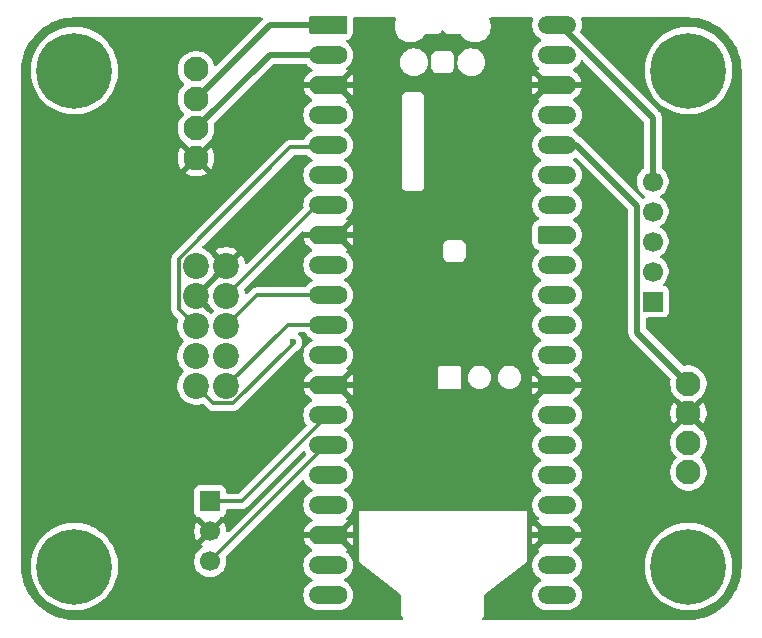
<source format=gbr>
%TF.GenerationSoftware,KiCad,Pcbnew,9.0.3*%
%TF.CreationDate,2025-08-16T20:23:22+09:00*%
%TF.ProjectId,ADF4351_with_raspberry_pi_pico,41444634-3335-4315-9f77-6974685f7261,rev?*%
%TF.SameCoordinates,Original*%
%TF.FileFunction,Copper,L1,Top*%
%TF.FilePolarity,Positive*%
%FSLAX46Y46*%
G04 Gerber Fmt 4.6, Leading zero omitted, Abs format (unit mm)*
G04 Created by KiCad (PCBNEW 9.0.3) date 2025-08-16 20:23:22*
%MOMM*%
%LPD*%
G01*
G04 APERTURE LIST*
G04 Aperture macros list*
%AMRoundRect*
0 Rectangle with rounded corners*
0 $1 Rounding radius*
0 $2 $3 $4 $5 $6 $7 $8 $9 X,Y pos of 4 corners*
0 Add a 4 corners polygon primitive as box body*
4,1,4,$2,$3,$4,$5,$6,$7,$8,$9,$2,$3,0*
0 Add four circle primitives for the rounded corners*
1,1,$1+$1,$2,$3*
1,1,$1+$1,$4,$5*
1,1,$1+$1,$6,$7*
1,1,$1+$1,$8,$9*
0 Add four rect primitives between the rounded corners*
20,1,$1+$1,$2,$3,$4,$5,0*
20,1,$1+$1,$4,$5,$6,$7,0*
20,1,$1+$1,$6,$7,$8,$9,0*
20,1,$1+$1,$8,$9,$2,$3,0*%
%AMFreePoly0*
4,1,37,0.800000,0.796148,0.878414,0.796148,1.032228,0.765552,1.177117,0.705537,1.307515,0.618408,1.418408,0.507515,1.505537,0.377117,1.565552,0.232228,1.596148,0.078414,1.596148,-0.078414,1.565552,-0.232228,1.505537,-0.377117,1.418408,-0.507515,1.307515,-0.618408,1.177117,-0.705537,1.032228,-0.765552,0.878414,-0.796148,0.800000,-0.796148,0.800000,-0.800000,-1.400000,-0.800000,
-1.403843,-0.796157,-1.439018,-0.796157,-1.511114,-0.766294,-1.566294,-0.711114,-1.596157,-0.639018,-1.596157,-0.603843,-1.600000,-0.600000,-1.600000,0.600000,-1.596157,0.603843,-1.596157,0.639018,-1.566294,0.711114,-1.511114,0.766294,-1.439018,0.796157,-1.403843,0.796157,-1.400000,0.800000,0.800000,0.800000,0.800000,0.796148,0.800000,0.796148,$1*%
%AMFreePoly1*
4,1,37,0.000000,0.796148,0.078414,0.796148,0.232228,0.765552,0.377117,0.705537,0.507515,0.618408,0.618408,0.507515,0.705537,0.377117,0.765552,0.232228,0.796148,0.078414,0.796148,-0.078414,0.765552,-0.232228,0.705537,-0.377117,0.618408,-0.507515,0.507515,-0.618408,0.377117,-0.705537,0.232228,-0.765552,0.078414,-0.796148,0.000000,-0.796148,0.000000,-0.800000,-0.600000,-0.800000,
-0.603843,-0.796157,-0.639018,-0.796157,-0.711114,-0.766294,-0.766294,-0.711114,-0.796157,-0.639018,-0.796157,-0.603843,-0.800000,-0.600000,-0.800000,0.600000,-0.796157,0.603843,-0.796157,0.639018,-0.766294,0.711114,-0.711114,0.766294,-0.639018,0.796157,-0.603843,0.796157,-0.600000,0.800000,0.000000,0.800000,0.000000,0.796148,0.000000,0.796148,$1*%
%AMFreePoly2*
4,1,37,0.603843,0.796157,0.639018,0.796157,0.711114,0.766294,0.766294,0.711114,0.796157,0.639018,0.796157,0.603843,0.800000,0.600000,0.800000,-0.600000,0.796157,-0.603843,0.796157,-0.639018,0.766294,-0.711114,0.711114,-0.766294,0.639018,-0.796157,0.603843,-0.796157,0.600000,-0.800000,0.000000,-0.800000,0.000000,-0.796148,-0.078414,-0.796148,-0.232228,-0.765552,-0.377117,-0.705537,
-0.507515,-0.618408,-0.618408,-0.507515,-0.705537,-0.377117,-0.765552,-0.232228,-0.796148,-0.078414,-0.796148,0.078414,-0.765552,0.232228,-0.705537,0.377117,-0.618408,0.507515,-0.507515,0.618408,-0.377117,0.705537,-0.232228,0.765552,-0.078414,0.796148,0.000000,0.796148,0.000000,0.800000,0.600000,0.800000,0.603843,0.796157,0.603843,0.796157,$1*%
%AMFreePoly3*
4,1,37,1.403843,0.796157,1.439018,0.796157,1.511114,0.766294,1.566294,0.711114,1.596157,0.639018,1.596157,0.603843,1.600000,0.600000,1.600000,-0.600000,1.596157,-0.603843,1.596157,-0.639018,1.566294,-0.711114,1.511114,-0.766294,1.439018,-0.796157,1.403843,-0.796157,1.400000,-0.800000,-0.800000,-0.800000,-0.800000,-0.796148,-0.878414,-0.796148,-1.032228,-0.765552,-1.177117,-0.705537,
-1.307515,-0.618408,-1.418408,-0.507515,-1.505537,-0.377117,-1.565552,-0.232228,-1.596148,-0.078414,-1.596148,0.078414,-1.565552,0.232228,-1.505537,0.377117,-1.418408,0.507515,-1.307515,0.618408,-1.177117,0.705537,-1.032228,0.765552,-0.878414,0.796148,-0.800000,0.796148,-0.800000,0.800000,1.400000,0.800000,1.403843,0.796157,1.403843,0.796157,$1*%
G04 Aperture macros list end*
%TA.AperFunction,ComponentPad*%
%ADD10C,2.200000*%
%TD*%
%TA.AperFunction,ComponentPad*%
%ADD11R,1.700000X1.700000*%
%TD*%
%TA.AperFunction,ComponentPad*%
%ADD12C,1.700000*%
%TD*%
%TA.AperFunction,ComponentPad*%
%ADD13C,2.100000*%
%TD*%
%TA.AperFunction,ComponentPad*%
%ADD14C,0.800000*%
%TD*%
%TA.AperFunction,ComponentPad*%
%ADD15C,6.400000*%
%TD*%
%TA.AperFunction,SMDPad,CuDef*%
%ADD16RoundRect,0.800000X-0.800000X-0.000010X0.800000X-0.000010X0.800000X0.000010X-0.800000X0.000010X0*%
%TD*%
%TA.AperFunction,ComponentPad*%
%ADD17C,1.600000*%
%TD*%
%TA.AperFunction,SMDPad,CuDef*%
%ADD18FreePoly0,0.000000*%
%TD*%
%TA.AperFunction,ComponentPad*%
%ADD19FreePoly1,0.000000*%
%TD*%
%TA.AperFunction,ComponentPad*%
%ADD20FreePoly2,0.000000*%
%TD*%
%TA.AperFunction,SMDPad,CuDef*%
%ADD21FreePoly3,0.000000*%
%TD*%
%TA.AperFunction,ComponentPad*%
%ADD22RoundRect,0.200000X-0.600000X-0.600000X0.600000X-0.600000X0.600000X0.600000X-0.600000X0.600000X0*%
%TD*%
%TA.AperFunction,ViaPad*%
%ADD23C,0.600000*%
%TD*%
%TA.AperFunction,Conductor*%
%ADD24C,0.500000*%
%TD*%
%TA.AperFunction,Conductor*%
%ADD25C,0.300000*%
%TD*%
%TA.AperFunction,Conductor*%
%ADD26C,0.800000*%
%TD*%
G04 APERTURE END LIST*
D10*
%TO.P,J2,1*%
%TO.N,GND*%
X104856000Y-92040000D03*
%TO.P,J2,2*%
%TO.N,+3.3V*%
X102316000Y-92040000D03*
%TO.P,J2,3*%
%TO.N,CE*%
X104856000Y-94580000D03*
%TO.P,J2,4*%
%TO.N,GND*%
X102316000Y-94580000D03*
%TO.P,J2,5*%
%TO.N,LE*%
X104856000Y-97120000D03*
%TO.P,J2,6*%
%TO.N,DAT*%
X102316000Y-97120000D03*
%TO.P,J2,7*%
%TO.N,CLK*%
X104856000Y-99660000D03*
%TO.P,J2,8*%
%TO.N,MUX*%
X102316000Y-99660000D03*
%TO.P,J2,9*%
%TO.N,LD*%
X104856000Y-102200000D03*
%TO.P,J2,10*%
%TO.N,PDR*%
X102316000Y-102200000D03*
%TD*%
D11*
%TO.P,J4,1,Pin_1*%
%TO.N,Encoder_A*%
X103500000Y-111960000D03*
D12*
%TO.P,J4,2,Pin_2*%
%TO.N,GND*%
X103500000Y-114500000D03*
%TO.P,J4,3,Pin_3*%
%TO.N,Encoder_B*%
X103500000Y-117040000D03*
%TD*%
D13*
%TO.P,J3,1*%
%TO.N,+5V*%
X102316000Y-75396000D03*
%TO.P,J3,2*%
%TO.N,UART0_TX*%
X102316000Y-77896000D03*
%TO.P,J3,3*%
%TO.N,UART0_RX*%
X102316000Y-80396000D03*
%TO.P,J3,4*%
%TO.N,GND*%
X102316000Y-82896000D03*
%TD*%
D14*
%TO.P,H1,1*%
%TO.N,N/C*%
X89600000Y-75500000D03*
X90302944Y-73802944D03*
X90302944Y-77197056D03*
X92000000Y-73100000D03*
D15*
X92000000Y-75500000D03*
D14*
X92000000Y-77900000D03*
X93697056Y-73802944D03*
X93697056Y-77197056D03*
X94400000Y-75500000D03*
%TD*%
%TO.P,H2,1*%
%TO.N,N/C*%
X89600000Y-117500000D03*
X90302944Y-115802944D03*
X90302944Y-119197056D03*
X92000000Y-115100000D03*
D15*
X92000000Y-117500000D03*
D14*
X92000000Y-119900000D03*
X93697056Y-115802944D03*
X93697056Y-119197056D03*
X94400000Y-117500000D03*
%TD*%
%TO.P,H3,1*%
%TO.N,N/C*%
X141600000Y-75500000D03*
X142302944Y-73802944D03*
X142302944Y-77197056D03*
X144000000Y-73100000D03*
D15*
X144000000Y-75500000D03*
D14*
X144000000Y-77900000D03*
X145697056Y-73802944D03*
X145697056Y-77197056D03*
X146400000Y-75500000D03*
%TD*%
D13*
%TO.P,J1,1*%
%TO.N,+3.3V*%
X144000000Y-102000000D03*
%TO.P,J1,2*%
%TO.N,GND*%
X144000000Y-104500000D03*
%TO.P,J1,3*%
%TO.N,I2C0_SCL*%
X144000000Y-107000000D03*
%TO.P,J1,4*%
%TO.N,I2C0_SDA*%
X144000000Y-109500000D03*
%TD*%
D11*
%TO.P,J5,1,Pin_1*%
%TO.N,Net-(J5-Pin_1)*%
X140975000Y-95050000D03*
D12*
%TO.P,J5,2,Pin_2*%
%TO.N,Net-(J5-Pin_2)*%
X140975000Y-92510000D03*
%TO.P,J5,3,Pin_3*%
%TO.N,Encoder_PUSH*%
X140975000Y-89970000D03*
%TO.P,J5,4,Pin_4*%
%TO.N,Net-(J5-Pin_4)*%
X140975000Y-87430000D03*
%TO.P,J5,5,Pin_5*%
%TO.N,+5V*%
X140975000Y-84890000D03*
%TD*%
D14*
%TO.P,H4,1*%
%TO.N,N/C*%
X141600000Y-117500000D03*
X142302944Y-115802944D03*
X142302944Y-119197056D03*
X144000000Y-115100000D03*
D15*
X144000000Y-117500000D03*
D14*
X144000000Y-119900000D03*
X145697056Y-115802944D03*
X145697056Y-119197056D03*
X146400000Y-117500000D03*
%TD*%
D16*
%TO.P,A1,40,VBUS*%
%TO.N,+5V*%
X132880000Y-71628000D03*
D17*
X132080000Y-71628000D03*
D16*
%TO.P,A1,39,VSYS*%
%TO.N,unconnected-(A1-VSYS-Pad39)*%
X132880000Y-74168000D03*
D17*
%TO.N,unconnected-(A1-VSYS-Pad39)_1*%
X132080000Y-74168000D03*
D18*
%TO.P,A1,38,GND*%
%TO.N,GND*%
X132880000Y-76708000D03*
D19*
X132080000Y-76708000D03*
D16*
%TO.P,A1,37,3V3_EN*%
%TO.N,unconnected-(A1-3V3_EN-Pad37)_1*%
X132880000Y-79248000D03*
D17*
%TO.N,unconnected-(A1-3V3_EN-Pad37)*%
X132080000Y-79248000D03*
D16*
%TO.P,A1,36,3V3*%
%TO.N,+3.3V*%
X132880000Y-81788000D03*
D17*
X132080000Y-81788000D03*
D16*
%TO.P,A1,35,ADC_VREF*%
%TO.N,unconnected-(A1-ADC_VREF-Pad35)*%
X132880000Y-84328000D03*
D17*
%TO.N,unconnected-(A1-ADC_VREF-Pad35)_1*%
X132080000Y-84328000D03*
D16*
%TO.P,A1,34,GPIO28_ADC2*%
%TO.N,unconnected-(A1-GPIO28_ADC2-Pad34)_1*%
X132880000Y-86868000D03*
D17*
%TO.N,unconnected-(A1-GPIO28_ADC2-Pad34)*%
X132080000Y-86868000D03*
D18*
%TO.P,A1,33,AGND*%
%TO.N,unconnected-(A1-AGND-Pad33)*%
X132880000Y-89408000D03*
D19*
%TO.N,unconnected-(A1-AGND-Pad33)_1*%
X132080000Y-89408000D03*
D16*
%TO.P,A1,32,GPIO27_ADC1*%
%TO.N,unconnected-(A1-GPIO27_ADC1-Pad32)_1*%
X132880000Y-91948000D03*
D17*
%TO.N,unconnected-(A1-GPIO27_ADC1-Pad32)*%
X132080000Y-91948000D03*
D16*
%TO.P,A1,31,GPIO26_ADC0*%
%TO.N,unconnected-(A1-GPIO26_ADC0-Pad31)*%
X132880000Y-94488000D03*
D17*
%TO.N,unconnected-(A1-GPIO26_ADC0-Pad31)_1*%
X132080000Y-94488000D03*
D16*
%TO.P,A1,30,RUN*%
%TO.N,unconnected-(A1-RUN-Pad30)_1*%
X132880000Y-97028000D03*
D17*
%TO.N,unconnected-(A1-RUN-Pad30)*%
X132080000Y-97028000D03*
D16*
%TO.P,A1,29,GPIO22*%
%TO.N,unconnected-(A1-GPIO22-Pad29)_1*%
X132880000Y-99568000D03*
D17*
%TO.N,unconnected-(A1-GPIO22-Pad29)*%
X132080000Y-99568000D03*
D18*
%TO.P,A1,28,GND*%
%TO.N,GND*%
X132880000Y-102108000D03*
D19*
X132080000Y-102108000D03*
D16*
%TO.P,A1,27,GPIO21*%
%TO.N,Encoder_LED_BLUE*%
X132880000Y-104648000D03*
D17*
X132080000Y-104648000D03*
D16*
%TO.P,A1,26,GPIO20*%
%TO.N,Encoder_LED_GREEN*%
X132880000Y-107188000D03*
D17*
X132080000Y-107188000D03*
D16*
%TO.P,A1,25,GPIO19*%
%TO.N,Encoder_LED_RED*%
X132880000Y-109728000D03*
D17*
X132080000Y-109728000D03*
D16*
%TO.P,A1,24,GPIO18*%
%TO.N,Encoder_PUSH*%
X132880000Y-112268000D03*
D17*
X132080000Y-112268000D03*
D18*
%TO.P,A1,23,GND*%
%TO.N,GND*%
X132880000Y-114808000D03*
D19*
X132080000Y-114808000D03*
D16*
%TO.P,A1,22,GPIO17*%
%TO.N,I2C0_SCL*%
X132880000Y-117348000D03*
D17*
X132080000Y-117348000D03*
D16*
%TO.P,A1,21,GPIO16*%
%TO.N,I2C0_SDA*%
X132880000Y-119888000D03*
D17*
X132080000Y-119888000D03*
%TO.P,A1,20,GPIO15*%
%TO.N,unconnected-(A1-GPIO15-Pad20)_1*%
X114300000Y-119888000D03*
D16*
%TO.N,unconnected-(A1-GPIO15-Pad20)*%
X113500000Y-119888000D03*
D17*
%TO.P,A1,19,GPIO14*%
%TO.N,unconnected-(A1-GPIO14-Pad19)_1*%
X114300000Y-117348000D03*
D16*
%TO.N,unconnected-(A1-GPIO14-Pad19)*%
X113500000Y-117348000D03*
D20*
%TO.P,A1,18,GND*%
%TO.N,GND*%
X114300000Y-114808000D03*
D21*
X113500000Y-114808000D03*
D17*
%TO.P,A1,17,GPIO13*%
%TO.N,unconnected-(A1-GPIO13-Pad17)_1*%
X114300000Y-112268000D03*
D16*
%TO.N,unconnected-(A1-GPIO13-Pad17)*%
X113500000Y-112268000D03*
D17*
%TO.P,A1,16,GPIO12*%
%TO.N,unconnected-(A1-GPIO12-Pad16)*%
X114300000Y-109728000D03*
D16*
%TO.N,unconnected-(A1-GPIO12-Pad16)_1*%
X113500000Y-109728000D03*
D17*
%TO.P,A1,15,GPIO11*%
%TO.N,Encoder_B*%
X114300000Y-107188000D03*
D16*
X113500000Y-107188000D03*
D17*
%TO.P,A1,14,GPIO10*%
%TO.N,Encoder_A*%
X114300000Y-104648000D03*
D16*
X113500000Y-104648000D03*
D20*
%TO.P,A1,13,GND*%
%TO.N,GND*%
X114300000Y-102108000D03*
D21*
X113500000Y-102108000D03*
D17*
%TO.P,A1,12,GPIO9*%
%TO.N,unconnected-(A1-GPIO9-Pad12)*%
X114300000Y-99568000D03*
D16*
%TO.N,unconnected-(A1-GPIO9-Pad12)_1*%
X113500000Y-99568000D03*
D17*
%TO.P,A1,11,GPIO8*%
%TO.N,LD*%
X114300000Y-97028000D03*
D16*
X113500000Y-97028000D03*
D17*
%TO.P,A1,10,GPIO7*%
%TO.N,LE*%
X114300000Y-94488000D03*
D16*
X113500000Y-94488000D03*
D17*
%TO.P,A1,9,GPIO6*%
%TO.N,PDR*%
X114300000Y-91948000D03*
D16*
X113500000Y-91948000D03*
D20*
%TO.P,A1,8,GND*%
%TO.N,GND*%
X114300000Y-89408000D03*
D21*
X113500000Y-89408000D03*
D17*
%TO.P,A1,7,GPIO5*%
%TO.N,CE*%
X114300000Y-86868000D03*
D16*
X113500000Y-86868000D03*
D17*
%TO.P,A1,6,GPIO4*%
%TO.N,MUX*%
X114300000Y-84328000D03*
D16*
X113500000Y-84328000D03*
D17*
%TO.P,A1,5,GPIO3*%
%TO.N,DAT*%
X114300000Y-81788000D03*
D16*
X113500000Y-81788000D03*
D17*
%TO.P,A1,4,GPIO2*%
%TO.N,CLK*%
X114300000Y-79248000D03*
D16*
X113500000Y-79248000D03*
D20*
%TO.P,A1,3,GND*%
%TO.N,GND*%
X114300000Y-76708000D03*
D21*
X113500000Y-76708000D03*
D17*
%TO.P,A1,2,GPIO1*%
%TO.N,UART0_RX*%
X114300000Y-74168000D03*
D16*
X113500000Y-74168000D03*
D22*
%TO.P,A1,1,GPIO0*%
%TO.N,UART0_TX*%
X114300000Y-71628000D03*
D18*
X113500000Y-71628000D03*
%TD*%
D23*
%TO.N,GND*%
X142240000Y-105664000D03*
X136906000Y-110363000D03*
X94284800Y-102057200D03*
X123063000Y-99441000D03*
X123063000Y-93218000D03*
X116586000Y-83820000D03*
X143637000Y-95885000D03*
X107823000Y-93472000D03*
X103759000Y-90170000D03*
X107696000Y-90043000D03*
X107950000Y-85852000D03*
X110490000Y-91186000D03*
X116078000Y-118237000D03*
X105664000Y-117221000D03*
X103759000Y-121285000D03*
X110998000Y-120904000D03*
X111125000Y-111252000D03*
X106045000Y-104648000D03*
X110871000Y-105537000D03*
X110871000Y-103505000D03*
X111125000Y-99822000D03*
X105283000Y-113157000D03*
X106045000Y-110490000D03*
X99568000Y-115697000D03*
X94869000Y-109728000D03*
X95250000Y-120904000D03*
X88036400Y-115570000D03*
X89408000Y-105664000D03*
X99822000Y-105029000D03*
X93116400Y-91795600D03*
X88519000Y-98755200D03*
X100330000Y-96774000D03*
X101092000Y-89535000D03*
X98044000Y-89662000D03*
X89865200Y-88696800D03*
X93980000Y-85217000D03*
X97536000Y-81026000D03*
X88773000Y-80772000D03*
X95250000Y-71628000D03*
X103759000Y-73787000D03*
X106807000Y-71501000D03*
X109728000Y-79756000D03*
X104775000Y-84963000D03*
X104648000Y-80264000D03*
X107950000Y-76708000D03*
X110617000Y-76708000D03*
X116078000Y-76708000D03*
X129667000Y-76073000D03*
X128270000Y-81534000D03*
X123317000Y-81280000D03*
X127000000Y-88265000D03*
X118745000Y-89535000D03*
X126873000Y-97028000D03*
X119126000Y-97155000D03*
X123190000Y-108839000D03*
X126746000Y-103505000D03*
X119253000Y-103759000D03*
X127127000Y-111760000D03*
X118999000Y-111760000D03*
X119126000Y-120523000D03*
X127889000Y-120523000D03*
X137541000Y-118872000D03*
X147574000Y-114554000D03*
X147955000Y-90678000D03*
X147955000Y-84963000D03*
X147828000Y-78867000D03*
X135382000Y-71628000D03*
X138557000Y-74041000D03*
X143129000Y-82931000D03*
X143510000Y-87630000D03*
X144145000Y-93599000D03*
X144018000Y-99949000D03*
X146177000Y-102108000D03*
X145542000Y-112268000D03*
X142494000Y-112649000D03*
X141097000Y-107569000D03*
X135001000Y-110871000D03*
X135128000Y-113665000D03*
X138938000Y-109728000D03*
X138226800Y-107645200D03*
X137033000Y-86106000D03*
X135255000Y-88011000D03*
X135382000Y-84328000D03*
X135128000Y-80645000D03*
X135382000Y-76708000D03*
X139700000Y-82931000D03*
X138430000Y-78867000D03*
X138430000Y-83820000D03*
%TO.N,PDR*%
X110500000Y-98500000D03*
%TD*%
D24*
%TO.N,+5V*%
X140975000Y-79481686D02*
X133121314Y-71628000D01*
X140975000Y-84890000D02*
X140975000Y-79481686D01*
%TO.N,+3.3V*%
X134480000Y-81788000D02*
X132880000Y-81788000D01*
X139674000Y-97674000D02*
X139674000Y-86982000D01*
X144000000Y-102000000D02*
X139674000Y-97674000D01*
X139674000Y-86982000D02*
X134480000Y-81788000D01*
D25*
%TO.N,Encoder_B*%
X113352000Y-107188000D02*
X113500000Y-107188000D01*
X103500000Y-117040000D02*
X113352000Y-107188000D01*
%TO.N,Encoder_A*%
X106188000Y-111960000D02*
X113500000Y-104648000D01*
X103500000Y-111960000D02*
X106188000Y-111960000D01*
D26*
%TO.N,+5V*%
X133121314Y-71628000D02*
X132588000Y-71628000D01*
D25*
%TO.N,PDR*%
X110500000Y-98608024D02*
X110500000Y-98500000D01*
X105457024Y-103651000D02*
X110500000Y-98608024D01*
X103767000Y-103651000D02*
X105457024Y-103651000D01*
X102316000Y-102200000D02*
X103767000Y-103651000D01*
%TO.N,DAT*%
X110303976Y-82000000D02*
X114000000Y-82000000D01*
X100865000Y-91438976D02*
X110303976Y-82000000D01*
X100865000Y-95669000D02*
X100865000Y-91438976D01*
X102316000Y-97120000D02*
X100865000Y-95669000D01*
%TO.N,CE*%
X112436000Y-87000000D02*
X114000000Y-87000000D01*
X104856000Y-94580000D02*
X112436000Y-87000000D01*
%TO.N,LD*%
X104856000Y-102200000D02*
X110056000Y-97000000D01*
X110056000Y-97000000D02*
X114500000Y-97000000D01*
%TO.N,LE*%
X107476000Y-94500000D02*
X114500000Y-94500000D01*
X104856000Y-97120000D02*
X107476000Y-94500000D01*
D26*
%TO.N,GND*%
X112828000Y-114352000D02*
X113284000Y-114808000D01*
X104948000Y-91948000D02*
X105156000Y-91948000D01*
D24*
%TO.N,UART0_TX*%
X102316000Y-77896000D02*
X108584000Y-71628000D01*
X108584000Y-71628000D02*
X114300000Y-71628000D01*
%TO.N,UART0_RX*%
X102316000Y-80396000D02*
X108544000Y-74168000D01*
X108544000Y-74168000D02*
X114300000Y-74168000D01*
%TD*%
%TA.AperFunction,Conductor*%
%TO.N,GND*%
G36*
X107917809Y-71020185D02*
G01*
X107963564Y-71072989D01*
X107973508Y-71142147D01*
X107944483Y-71205703D01*
X107938451Y-71212181D01*
X104039972Y-75110659D01*
X103978649Y-75144144D01*
X103908957Y-75139160D01*
X103853024Y-75097288D01*
X103829818Y-75042376D01*
X103828321Y-75032924D01*
X103752904Y-74800815D01*
X103642106Y-74583361D01*
X103561583Y-74472530D01*
X103498660Y-74385923D01*
X103498656Y-74385918D01*
X103326081Y-74213343D01*
X103326076Y-74213339D01*
X103128642Y-74069896D01*
X103128641Y-74069895D01*
X103128639Y-74069894D01*
X102911185Y-73959096D01*
X102679076Y-73883679D01*
X102679074Y-73883678D01*
X102679072Y-73883678D01*
X102510769Y-73857021D01*
X102438027Y-73845500D01*
X102193973Y-73845500D01*
X102138093Y-73854350D01*
X101952927Y-73883678D01*
X101720812Y-73959097D01*
X101503357Y-74069896D01*
X101305923Y-74213339D01*
X101305918Y-74213343D01*
X101133343Y-74385918D01*
X101133339Y-74385923D01*
X100989896Y-74583357D01*
X100879097Y-74800812D01*
X100879096Y-74800814D01*
X100879096Y-74800815D01*
X100853200Y-74880513D01*
X100803678Y-75032927D01*
X100765500Y-75273973D01*
X100765500Y-75518026D01*
X100798996Y-75729514D01*
X100803679Y-75759076D01*
X100879096Y-75991185D01*
X100989568Y-76208000D01*
X100989896Y-76208642D01*
X101133339Y-76406076D01*
X101133343Y-76406081D01*
X101285581Y-76558319D01*
X101319066Y-76619642D01*
X101314082Y-76689334D01*
X101285581Y-76733681D01*
X101133343Y-76885918D01*
X101133339Y-76885923D01*
X100989896Y-77083357D01*
X100879097Y-77300812D01*
X100803678Y-77532927D01*
X100786063Y-77644144D01*
X100765500Y-77773973D01*
X100765500Y-78018027D01*
X100769421Y-78042780D01*
X100801917Y-78247956D01*
X100803679Y-78259076D01*
X100874116Y-78475859D01*
X100879097Y-78491187D01*
X100879478Y-78491934D01*
X100974205Y-78677848D01*
X100989896Y-78708642D01*
X101133339Y-78906076D01*
X101133343Y-78906081D01*
X101285581Y-79058319D01*
X101319066Y-79119642D01*
X101314082Y-79189334D01*
X101285581Y-79233681D01*
X101133343Y-79385918D01*
X101133339Y-79385923D01*
X100989896Y-79583357D01*
X100879097Y-79800812D01*
X100803678Y-80032927D01*
X100769607Y-80248044D01*
X100765500Y-80273973D01*
X100765500Y-80518027D01*
X100776245Y-80585865D01*
X100799038Y-80729779D01*
X100803679Y-80759076D01*
X100879096Y-80991185D01*
X100988066Y-81205052D01*
X100989896Y-81208642D01*
X101133339Y-81406076D01*
X101133343Y-81406081D01*
X101133345Y-81406083D01*
X101305917Y-81578655D01*
X101467308Y-81695912D01*
X101482097Y-81708544D01*
X102145765Y-82372212D01*
X102103708Y-82383482D01*
X101978292Y-82455890D01*
X101875890Y-82558292D01*
X101803482Y-82683708D01*
X101792212Y-82725765D01*
X101057544Y-81991097D01*
X100990319Y-82083626D01*
X100879560Y-82301001D01*
X100804165Y-82533040D01*
X100766000Y-82774006D01*
X100766000Y-83017993D01*
X100804165Y-83258959D01*
X100879560Y-83490998D01*
X100990323Y-83708380D01*
X101057543Y-83800901D01*
X101057544Y-83800902D01*
X101792212Y-83066234D01*
X101803482Y-83108292D01*
X101875890Y-83233708D01*
X101978292Y-83336110D01*
X102103708Y-83408518D01*
X102145765Y-83419787D01*
X101411096Y-84154454D01*
X101411097Y-84154456D01*
X101503619Y-84221676D01*
X101721001Y-84332439D01*
X101953040Y-84407834D01*
X102194007Y-84446000D01*
X102437993Y-84446000D01*
X102678959Y-84407834D01*
X102910998Y-84332439D01*
X103128377Y-84221678D01*
X103220901Y-84154454D01*
X103220902Y-84154454D01*
X102486234Y-83419787D01*
X102528292Y-83408518D01*
X102653708Y-83336110D01*
X102756110Y-83233708D01*
X102828518Y-83108292D01*
X102839787Y-83066235D01*
X103574454Y-83800902D01*
X103574454Y-83800901D01*
X103641678Y-83708377D01*
X103752439Y-83490998D01*
X103827834Y-83258959D01*
X103866000Y-83017993D01*
X103866000Y-82774006D01*
X103827834Y-82533040D01*
X103752439Y-82301001D01*
X103641676Y-82083619D01*
X103574456Y-81991097D01*
X103574454Y-81991096D01*
X102839787Y-82725764D01*
X102828518Y-82683708D01*
X102756110Y-82558292D01*
X102653708Y-82455890D01*
X102528292Y-82383482D01*
X102486232Y-82372212D01*
X103149901Y-81708544D01*
X103164684Y-81695917D01*
X103326083Y-81578655D01*
X103498655Y-81406083D01*
X103642106Y-81208639D01*
X103752904Y-80991185D01*
X103828321Y-80759076D01*
X103866500Y-80518027D01*
X103866500Y-80273973D01*
X103828321Y-80032924D01*
X103828314Y-80032904D01*
X103827520Y-80029592D01*
X103827585Y-80028279D01*
X103827559Y-80028112D01*
X103827594Y-80028106D01*
X103831006Y-79959810D01*
X103860409Y-79912957D01*
X108818549Y-74954819D01*
X108879872Y-74921334D01*
X108906230Y-74918500D01*
X111573337Y-74918500D01*
X111640376Y-74938185D01*
X111674912Y-74971377D01*
X111699954Y-75007141D01*
X111860858Y-75168045D01*
X111860861Y-75168047D01*
X112047266Y-75298568D01*
X112099219Y-75322794D01*
X112151659Y-75368966D01*
X112170811Y-75436159D01*
X112150596Y-75503041D01*
X112105269Y-75544534D01*
X112040499Y-75579155D01*
X112040478Y-75579167D01*
X111909469Y-75666704D01*
X111909463Y-75666708D01*
X111832935Y-75729514D01*
X111721514Y-75840935D01*
X111658708Y-75917463D01*
X111658704Y-75917469D01*
X111571167Y-76048478D01*
X111571155Y-76048498D01*
X111524490Y-76135801D01*
X111464185Y-76281387D01*
X111435443Y-76376139D01*
X111435440Y-76376150D01*
X111419160Y-76457999D01*
X111419161Y-76458000D01*
X113866988Y-76458000D01*
X113834075Y-76515007D01*
X113800000Y-76642174D01*
X113800000Y-76773826D01*
X113834075Y-76900993D01*
X113866988Y-76958000D01*
X111419160Y-76958000D01*
X111435440Y-77039849D01*
X111435443Y-77039860D01*
X111464185Y-77134612D01*
X111524490Y-77280198D01*
X111571155Y-77367501D01*
X111571167Y-77367521D01*
X111658704Y-77498530D01*
X111658708Y-77498536D01*
X111721514Y-77575064D01*
X111832935Y-77686485D01*
X111909463Y-77749291D01*
X111909469Y-77749295D01*
X112040478Y-77836832D01*
X112040506Y-77836849D01*
X112105268Y-77871465D01*
X112155112Y-77920427D01*
X112170573Y-77988565D01*
X112146741Y-78054244D01*
X112099221Y-78093205D01*
X112047264Y-78117433D01*
X111860858Y-78247954D01*
X111699954Y-78408858D01*
X111569432Y-78595265D01*
X111569431Y-78595267D01*
X111473261Y-78801502D01*
X111473258Y-78801511D01*
X111414366Y-79021302D01*
X111414364Y-79021312D01*
X111399500Y-79191214D01*
X111399500Y-79304785D01*
X111414364Y-79474687D01*
X111414366Y-79474697D01*
X111473258Y-79694488D01*
X111473261Y-79694497D01*
X111569431Y-79900732D01*
X111569432Y-79900734D01*
X111699954Y-80087141D01*
X111860858Y-80248045D01*
X111907693Y-80280839D01*
X112047266Y-80378568D01*
X112105275Y-80405618D01*
X112157714Y-80451791D01*
X112176866Y-80518984D01*
X112156650Y-80585865D01*
X112105275Y-80630382D01*
X112047267Y-80657431D01*
X112047265Y-80657432D01*
X111860858Y-80787954D01*
X111699954Y-80948858D01*
X111569432Y-81135265D01*
X111569431Y-81135267D01*
X111502918Y-81277905D01*
X111456745Y-81330344D01*
X111390536Y-81349500D01*
X110239905Y-81349500D01*
X110114237Y-81374497D01*
X110114231Y-81374499D01*
X109995850Y-81423534D01*
X109889302Y-81494726D01*
X100359726Y-91024302D01*
X100359723Y-91024307D01*
X100303229Y-91108859D01*
X100303228Y-91108860D01*
X100288533Y-91130852D01*
X100239499Y-91249231D01*
X100239497Y-91249237D01*
X100214500Y-91374904D01*
X100214500Y-95733070D01*
X100227972Y-95800793D01*
X100227972Y-95800795D01*
X100239497Y-95858736D01*
X100239499Y-95858744D01*
X100276417Y-95947873D01*
X100288535Y-95977127D01*
X100355497Y-96077344D01*
X100359726Y-96083673D01*
X100359727Y-96083674D01*
X100766499Y-96490445D01*
X100799984Y-96551768D01*
X100796749Y-96616444D01*
X100754910Y-96745210D01*
X100754910Y-96745213D01*
X100746025Y-96801312D01*
X100715500Y-96994038D01*
X100715500Y-97245962D01*
X100739995Y-97400614D01*
X100754910Y-97494785D01*
X100832760Y-97734383D01*
X100947132Y-97958848D01*
X101095201Y-98162649D01*
X101095205Y-98162654D01*
X101234870Y-98302319D01*
X101268355Y-98363642D01*
X101263371Y-98433334D01*
X101234870Y-98477681D01*
X101095205Y-98617345D01*
X101095201Y-98617350D01*
X100947132Y-98821151D01*
X100832760Y-99045616D01*
X100754910Y-99285214D01*
X100746026Y-99341304D01*
X100715500Y-99534038D01*
X100715500Y-99785962D01*
X100739995Y-99940614D01*
X100754910Y-100034785D01*
X100832760Y-100274383D01*
X100900405Y-100407142D01*
X100941817Y-100488418D01*
X100947132Y-100498848D01*
X101095201Y-100702649D01*
X101095205Y-100702654D01*
X101234870Y-100842319D01*
X101268355Y-100903642D01*
X101263371Y-100973334D01*
X101234870Y-101017681D01*
X101095205Y-101157345D01*
X101095201Y-101157350D01*
X100947132Y-101361151D01*
X100832760Y-101585616D01*
X100762780Y-101800993D01*
X100754910Y-101825215D01*
X100715500Y-102074038D01*
X100715500Y-102325962D01*
X100731508Y-102427033D01*
X100754910Y-102574785D01*
X100832760Y-102814383D01*
X100911413Y-102968747D01*
X100932471Y-103010076D01*
X100947132Y-103038848D01*
X101095201Y-103242649D01*
X101095205Y-103242654D01*
X101273345Y-103420794D01*
X101273350Y-103420798D01*
X101399322Y-103512321D01*
X101477155Y-103568870D01*
X101620184Y-103641747D01*
X101701616Y-103683239D01*
X101701618Y-103683239D01*
X101701621Y-103683241D01*
X101941215Y-103761090D01*
X102190038Y-103800500D01*
X102190039Y-103800500D01*
X102441961Y-103800500D01*
X102441962Y-103800500D01*
X102690785Y-103761090D01*
X102819556Y-103719248D01*
X102889394Y-103717254D01*
X102945553Y-103749499D01*
X103352325Y-104156272D01*
X103352326Y-104156273D01*
X103352329Y-104156275D01*
X103352331Y-104156277D01*
X103458873Y-104227465D01*
X103577256Y-104276501D01*
X103577260Y-104276501D01*
X103577261Y-104276502D01*
X103702928Y-104301500D01*
X103702931Y-104301500D01*
X105521095Y-104301500D01*
X105605639Y-104284682D01*
X105646768Y-104276501D01*
X105765151Y-104227465D01*
X105871693Y-104156277D01*
X110758284Y-99269684D01*
X110798506Y-99242808D01*
X110879179Y-99209394D01*
X111010289Y-99121789D01*
X111121789Y-99010289D01*
X111209394Y-98879179D01*
X111269737Y-98733497D01*
X111300500Y-98578842D01*
X111300500Y-98421158D01*
X111300500Y-98421155D01*
X111300499Y-98421153D01*
X111299545Y-98416358D01*
X111269737Y-98266503D01*
X111261014Y-98245444D01*
X111209397Y-98120827D01*
X111209390Y-98120814D01*
X111121789Y-97989711D01*
X111121786Y-97989707D01*
X111010291Y-97878212D01*
X111009379Y-97877603D01*
X111009008Y-97877160D01*
X111005581Y-97874347D01*
X111006114Y-97873696D01*
X110964573Y-97823990D01*
X110955866Y-97754666D01*
X110986020Y-97691638D01*
X111045463Y-97654918D01*
X111078269Y-97650500D01*
X111483711Y-97650500D01*
X111550750Y-97670185D01*
X111585286Y-97703377D01*
X111699954Y-97867141D01*
X111860858Y-98028045D01*
X111860861Y-98028047D01*
X112047266Y-98158568D01*
X112105275Y-98185618D01*
X112157714Y-98231791D01*
X112176866Y-98298984D01*
X112156650Y-98365865D01*
X112105275Y-98410382D01*
X112047267Y-98437431D01*
X112047265Y-98437432D01*
X111860858Y-98567954D01*
X111699954Y-98728858D01*
X111569432Y-98915265D01*
X111569431Y-98915267D01*
X111473261Y-99121502D01*
X111473258Y-99121511D01*
X111414366Y-99341302D01*
X111414364Y-99341312D01*
X111399500Y-99511214D01*
X111399500Y-99624785D01*
X111414364Y-99794687D01*
X111414366Y-99794697D01*
X111473258Y-100014488D01*
X111473261Y-100014497D01*
X111569431Y-100220732D01*
X111569432Y-100220734D01*
X111699954Y-100407141D01*
X111860858Y-100568045D01*
X111860861Y-100568047D01*
X112047266Y-100698568D01*
X112099219Y-100722794D01*
X112151659Y-100768966D01*
X112170811Y-100836159D01*
X112150596Y-100903041D01*
X112105269Y-100944534D01*
X112040499Y-100979155D01*
X112040478Y-100979167D01*
X111909469Y-101066704D01*
X111909463Y-101066708D01*
X111832935Y-101129514D01*
X111721514Y-101240935D01*
X111658708Y-101317463D01*
X111658704Y-101317469D01*
X111571167Y-101448478D01*
X111571155Y-101448498D01*
X111524490Y-101535801D01*
X111464185Y-101681387D01*
X111435443Y-101776139D01*
X111435440Y-101776150D01*
X111419160Y-101857999D01*
X111419161Y-101858000D01*
X113866988Y-101858000D01*
X113834075Y-101915007D01*
X113800000Y-102042174D01*
X113800000Y-102173826D01*
X113834075Y-102300993D01*
X113866988Y-102358000D01*
X111419160Y-102358000D01*
X111435440Y-102439849D01*
X111435443Y-102439860D01*
X111464185Y-102534612D01*
X111524490Y-102680198D01*
X111571155Y-102767501D01*
X111571167Y-102767521D01*
X111658704Y-102898530D01*
X111658708Y-102898536D01*
X111721514Y-102975064D01*
X111832935Y-103086485D01*
X111909463Y-103149291D01*
X111909469Y-103149295D01*
X112040478Y-103236832D01*
X112040506Y-103236849D01*
X112105268Y-103271465D01*
X112155112Y-103320427D01*
X112170573Y-103388565D01*
X112146741Y-103454244D01*
X112099221Y-103493205D01*
X112047264Y-103517433D01*
X111860858Y-103647954D01*
X111699954Y-103808858D01*
X111569432Y-103995265D01*
X111569431Y-103995267D01*
X111473261Y-104201502D01*
X111473258Y-104201511D01*
X111414366Y-104421302D01*
X111414364Y-104421312D01*
X111399500Y-104591214D01*
X111399500Y-104704785D01*
X111414364Y-104874687D01*
X111414366Y-104874697D01*
X111473258Y-105094488D01*
X111473261Y-105094497D01*
X111569431Y-105300732D01*
X111569432Y-105300734D01*
X111657143Y-105426000D01*
X111679471Y-105492207D01*
X111662459Y-105559974D01*
X111643249Y-105584804D01*
X105954873Y-111273181D01*
X105893550Y-111306666D01*
X105867192Y-111309500D01*
X104974499Y-111309500D01*
X104907460Y-111289815D01*
X104861705Y-111237011D01*
X104850499Y-111185500D01*
X104850499Y-111062129D01*
X104850498Y-111062123D01*
X104850497Y-111062116D01*
X104844091Y-111002517D01*
X104842974Y-110999523D01*
X104793797Y-110867671D01*
X104793793Y-110867664D01*
X104707547Y-110752455D01*
X104707544Y-110752452D01*
X104592335Y-110666206D01*
X104592328Y-110666202D01*
X104457482Y-110615908D01*
X104457483Y-110615908D01*
X104397883Y-110609501D01*
X104397881Y-110609500D01*
X104397873Y-110609500D01*
X104397864Y-110609500D01*
X102602129Y-110609500D01*
X102602123Y-110609501D01*
X102542516Y-110615908D01*
X102407671Y-110666202D01*
X102407664Y-110666206D01*
X102292455Y-110752452D01*
X102292452Y-110752455D01*
X102206206Y-110867664D01*
X102206202Y-110867671D01*
X102155908Y-111002517D01*
X102150750Y-111050500D01*
X102149501Y-111062123D01*
X102149500Y-111062135D01*
X102149500Y-112857870D01*
X102149501Y-112857876D01*
X102155908Y-112917483D01*
X102206202Y-113052328D01*
X102206206Y-113052335D01*
X102292452Y-113167544D01*
X102292455Y-113167547D01*
X102407664Y-113253793D01*
X102407671Y-113253797D01*
X102445878Y-113268047D01*
X102542517Y-113304091D01*
X102602127Y-113310500D01*
X102612685Y-113310499D01*
X102679723Y-113330179D01*
X102700372Y-113346818D01*
X103370591Y-114017037D01*
X103307007Y-114034075D01*
X103192993Y-114099901D01*
X103099901Y-114192993D01*
X103034075Y-114307007D01*
X103017037Y-114370591D01*
X102384728Y-113738282D01*
X102384727Y-113738282D01*
X102345380Y-113792439D01*
X102248904Y-113981782D01*
X102183242Y-114183869D01*
X102183242Y-114183872D01*
X102150000Y-114393753D01*
X102150000Y-114606246D01*
X102183242Y-114816127D01*
X102183242Y-114816130D01*
X102248904Y-115018217D01*
X102345375Y-115207550D01*
X102384728Y-115261716D01*
X103017037Y-114629408D01*
X103034075Y-114692993D01*
X103099901Y-114807007D01*
X103192993Y-114900099D01*
X103307007Y-114965925D01*
X103370590Y-114982962D01*
X102738282Y-115615269D01*
X102738282Y-115615270D01*
X102792452Y-115654626D01*
X102792451Y-115654626D01*
X102801495Y-115659234D01*
X102852292Y-115707208D01*
X102869087Y-115775029D01*
X102846550Y-115841164D01*
X102801499Y-115880202D01*
X102792182Y-115884949D01*
X102620213Y-116009890D01*
X102469890Y-116160213D01*
X102344951Y-116332179D01*
X102248444Y-116521585D01*
X102182753Y-116723760D01*
X102149500Y-116933713D01*
X102149500Y-117146286D01*
X102172454Y-117291216D01*
X102182754Y-117356243D01*
X102233005Y-117510900D01*
X102248444Y-117558414D01*
X102344951Y-117747820D01*
X102469890Y-117919786D01*
X102620213Y-118070109D01*
X102792179Y-118195048D01*
X102792181Y-118195049D01*
X102792184Y-118195051D01*
X102981588Y-118291557D01*
X103183757Y-118357246D01*
X103393713Y-118390500D01*
X103393714Y-118390500D01*
X103606286Y-118390500D01*
X103606287Y-118390500D01*
X103816243Y-118357246D01*
X104018412Y-118291557D01*
X104207816Y-118195051D01*
X104229789Y-118179086D01*
X104379786Y-118070109D01*
X104379788Y-118070106D01*
X104379792Y-118070104D01*
X104530104Y-117919792D01*
X104530106Y-117919788D01*
X104530109Y-117919786D01*
X104655048Y-117747820D01*
X104655047Y-117747820D01*
X104655051Y-117747816D01*
X104751557Y-117558412D01*
X104817246Y-117356243D01*
X104850500Y-117146287D01*
X104850500Y-116933713D01*
X104825498Y-116775855D01*
X104816484Y-116718945D01*
X104818123Y-116718685D01*
X104821257Y-116656126D01*
X104850655Y-116609289D01*
X111288314Y-110171630D01*
X111349635Y-110138147D01*
X111419327Y-110143131D01*
X111475260Y-110185003D01*
X111488375Y-110206908D01*
X111569431Y-110380732D01*
X111569432Y-110380734D01*
X111699954Y-110567141D01*
X111860858Y-110728045D01*
X111860861Y-110728047D01*
X112047266Y-110858568D01*
X112105275Y-110885618D01*
X112157714Y-110931791D01*
X112176866Y-110998984D01*
X112156650Y-111065865D01*
X112105275Y-111110382D01*
X112047267Y-111137431D01*
X112047265Y-111137432D01*
X111860858Y-111267954D01*
X111699954Y-111428858D01*
X111569432Y-111615265D01*
X111569431Y-111615267D01*
X111473261Y-111821502D01*
X111473258Y-111821511D01*
X111414366Y-112041302D01*
X111414364Y-112041312D01*
X111399500Y-112211214D01*
X111399500Y-112324785D01*
X111414364Y-112494687D01*
X111414366Y-112494697D01*
X111473258Y-112714488D01*
X111473261Y-112714497D01*
X111569431Y-112920732D01*
X111569432Y-112920734D01*
X111699954Y-113107141D01*
X111860858Y-113268045D01*
X111860861Y-113268047D01*
X112047266Y-113398568D01*
X112099219Y-113422794D01*
X112151659Y-113468966D01*
X112170811Y-113536159D01*
X112150596Y-113603041D01*
X112105269Y-113644534D01*
X112040499Y-113679155D01*
X112040478Y-113679167D01*
X111909469Y-113766704D01*
X111909463Y-113766708D01*
X111832935Y-113829514D01*
X111721514Y-113940935D01*
X111658708Y-114017463D01*
X111658704Y-114017469D01*
X111571167Y-114148478D01*
X111571155Y-114148498D01*
X111524490Y-114235801D01*
X111464185Y-114381387D01*
X111435443Y-114476139D01*
X111435440Y-114476150D01*
X111419160Y-114557999D01*
X111419161Y-114558000D01*
X113866988Y-114558000D01*
X113834075Y-114615007D01*
X113800000Y-114742174D01*
X113800000Y-114873826D01*
X113834075Y-115000993D01*
X113866988Y-115058000D01*
X111419160Y-115058000D01*
X111435440Y-115139849D01*
X111435443Y-115139860D01*
X111464185Y-115234612D01*
X111524490Y-115380198D01*
X111571155Y-115467501D01*
X111571167Y-115467521D01*
X111658704Y-115598530D01*
X111658708Y-115598536D01*
X111721514Y-115675064D01*
X111832935Y-115786485D01*
X111909463Y-115849291D01*
X111909469Y-115849295D01*
X112040478Y-115936832D01*
X112040506Y-115936849D01*
X112105268Y-115971465D01*
X112155112Y-116020427D01*
X112170573Y-116088565D01*
X112146741Y-116154244D01*
X112099221Y-116193205D01*
X112047264Y-116217433D01*
X111860858Y-116347954D01*
X111699954Y-116508858D01*
X111569432Y-116695265D01*
X111569431Y-116695267D01*
X111473261Y-116901502D01*
X111473258Y-116901511D01*
X111414366Y-117121302D01*
X111414364Y-117121312D01*
X111399500Y-117291214D01*
X111399500Y-117404785D01*
X111414364Y-117574687D01*
X111414366Y-117574697D01*
X111473258Y-117794488D01*
X111473261Y-117794497D01*
X111569431Y-118000732D01*
X111569432Y-118000734D01*
X111699954Y-118187141D01*
X111860858Y-118348045D01*
X111860861Y-118348047D01*
X112047266Y-118478568D01*
X112105275Y-118505618D01*
X112157714Y-118551791D01*
X112176866Y-118618984D01*
X112156650Y-118685865D01*
X112105275Y-118730382D01*
X112047267Y-118757431D01*
X112047265Y-118757432D01*
X111860858Y-118887954D01*
X111699954Y-119048858D01*
X111569432Y-119235265D01*
X111569431Y-119235267D01*
X111473261Y-119441502D01*
X111473258Y-119441511D01*
X111414366Y-119661302D01*
X111414364Y-119661312D01*
X111399500Y-119831214D01*
X111399500Y-119944785D01*
X111414364Y-120114687D01*
X111414366Y-120114697D01*
X111473258Y-120334488D01*
X111473261Y-120334497D01*
X111569431Y-120540732D01*
X111569432Y-120540734D01*
X111699954Y-120727141D01*
X111860858Y-120888045D01*
X111860861Y-120888047D01*
X112047266Y-121018568D01*
X112253504Y-121114739D01*
X112473308Y-121173635D01*
X112643214Y-121188499D01*
X112643215Y-121188500D01*
X112643216Y-121188500D01*
X114402350Y-121188500D01*
X114402352Y-121188500D01*
X114454308Y-121180270D01*
X114458582Y-121179592D01*
X114526692Y-121173635D01*
X114570766Y-121161825D01*
X114604534Y-121156477D01*
X114666404Y-121136373D01*
X114672617Y-121134534D01*
X114746490Y-121114741D01*
X114746492Y-121114739D01*
X114746496Y-121114739D01*
X114777532Y-121100266D01*
X114799219Y-121093220D01*
X114870172Y-121057067D01*
X114952734Y-121018568D01*
X114971446Y-121005465D01*
X114981610Y-121000287D01*
X115055206Y-120946817D01*
X115139139Y-120888047D01*
X115300047Y-120727139D01*
X115358821Y-120643199D01*
X115412287Y-120569610D01*
X115417465Y-120559446D01*
X115430568Y-120540734D01*
X115469067Y-120458172D01*
X115505220Y-120387219D01*
X115512266Y-120365532D01*
X115526739Y-120334496D01*
X115526742Y-120334488D01*
X115546534Y-120260617D01*
X115547377Y-120257471D01*
X115568477Y-120192534D01*
X115573825Y-120158766D01*
X115585635Y-120114692D01*
X115591215Y-120050892D01*
X115592270Y-120042306D01*
X115600500Y-119990350D01*
X115600500Y-119785649D01*
X115592270Y-119733691D01*
X115592270Y-119733690D01*
X115591592Y-119729414D01*
X115585635Y-119661308D01*
X115573825Y-119617233D01*
X115568477Y-119583466D01*
X115548378Y-119521609D01*
X115546535Y-119515386D01*
X115526742Y-119441513D01*
X115526740Y-119441510D01*
X115526739Y-119441504D01*
X115512266Y-119410467D01*
X115505220Y-119388781D01*
X115469067Y-119317827D01*
X115430568Y-119235266D01*
X115422436Y-119223652D01*
X115422436Y-119223651D01*
X115417462Y-119216548D01*
X115412287Y-119206390D01*
X115358821Y-119132800D01*
X115358215Y-119131935D01*
X115358205Y-119131920D01*
X115300045Y-119048858D01*
X115139140Y-118887953D01*
X115056078Y-118829793D01*
X115055180Y-118829164D01*
X114981610Y-118775713D01*
X114971448Y-118770535D01*
X114964346Y-118765562D01*
X114952736Y-118757433D01*
X114952727Y-118757429D01*
X114894723Y-118730380D01*
X114884066Y-118720996D01*
X114870866Y-118715773D01*
X114858368Y-118698369D01*
X114842285Y-118684208D01*
X114838393Y-118670552D01*
X114830112Y-118659021D01*
X114829007Y-118637621D01*
X114823134Y-118617014D01*
X114827241Y-118603423D01*
X114826510Y-118589244D01*
X114837149Y-118570644D01*
X114843350Y-118550133D01*
X114854830Y-118539737D01*
X114861204Y-118528597D01*
X114885623Y-118511856D01*
X114889872Y-118508010D01*
X114892252Y-118506770D01*
X114952734Y-118478568D01*
X114971002Y-118465775D01*
X114978207Y-118462025D01*
X114978416Y-118461983D01*
X114979180Y-118461524D01*
X114981610Y-118460287D01*
X115054358Y-118407432D01*
X115056047Y-118406227D01*
X115139139Y-118348047D01*
X115300047Y-118187139D01*
X115358821Y-118103199D01*
X115412287Y-118029610D01*
X115417465Y-118019446D01*
X115430568Y-118000734D01*
X115469067Y-117918172D01*
X115505220Y-117847219D01*
X115512266Y-117825532D01*
X115526739Y-117794496D01*
X115526742Y-117794488D01*
X115546534Y-117720617D01*
X115547377Y-117717471D01*
X115568477Y-117652534D01*
X115573825Y-117618766D01*
X115585635Y-117574692D01*
X115591215Y-117510892D01*
X115592270Y-117502306D01*
X115592636Y-117500000D01*
X115600500Y-117450352D01*
X115600500Y-117245648D01*
X115591593Y-117189417D01*
X115585635Y-117121308D01*
X115573825Y-117077233D01*
X115568477Y-117043466D01*
X115548378Y-116981609D01*
X115546535Y-116975386D01*
X115526742Y-116901513D01*
X115526740Y-116901510D01*
X115526739Y-116901504D01*
X115512266Y-116870467D01*
X115505220Y-116848781D01*
X115469067Y-116777827D01*
X115430568Y-116695266D01*
X115422436Y-116683652D01*
X115422436Y-116683651D01*
X115417462Y-116676548D01*
X115412287Y-116666390D01*
X115358821Y-116592800D01*
X115358215Y-116591935D01*
X115358205Y-116591920D01*
X115300045Y-116508858D01*
X115139143Y-116347956D01*
X115072620Y-116301376D01*
X115028996Y-116246799D01*
X115021803Y-116177300D01*
X115053325Y-116114946D01*
X115113082Y-116079652D01*
X115133040Y-116074558D01*
X115189584Y-116051136D01*
X115189584Y-116051135D01*
X114429410Y-115290962D01*
X114492993Y-115273925D01*
X114607007Y-115208099D01*
X114700099Y-115115007D01*
X114733012Y-115058000D01*
X114903551Y-115058000D01*
X115543135Y-115697584D01*
X115543136Y-115697584D01*
X115566552Y-115641053D01*
X115584544Y-115590053D01*
X115604999Y-115447780D01*
X115605000Y-115447779D01*
X115605000Y-115058000D01*
X114903551Y-115058000D01*
X114733012Y-115058000D01*
X114765925Y-115000993D01*
X114800000Y-114873826D01*
X114800000Y-114742174D01*
X114765925Y-114615007D01*
X114733011Y-114557999D01*
X114903551Y-114557999D01*
X114903552Y-114558000D01*
X115605000Y-114558000D01*
X115605000Y-114168214D01*
X115602106Y-114114237D01*
X115602106Y-114114235D01*
X115566561Y-113974969D01*
X115566559Y-113974962D01*
X115543135Y-113918414D01*
X114903551Y-114557999D01*
X114733011Y-114557999D01*
X114700099Y-114500993D01*
X114607007Y-114407901D01*
X114492993Y-114342075D01*
X114429410Y-114325037D01*
X115189584Y-113564862D01*
X115133059Y-113541449D01*
X115133048Y-113541445D01*
X115104833Y-113531491D01*
X115048162Y-113490624D01*
X115022581Y-113425605D01*
X115036213Y-113357078D01*
X115074963Y-113312982D01*
X115139139Y-113268047D01*
X115300047Y-113107139D01*
X115358821Y-113023199D01*
X115412287Y-112949610D01*
X115417465Y-112939446D01*
X115430568Y-112920734D01*
X115469067Y-112838172D01*
X115505220Y-112767219D01*
X115512266Y-112745532D01*
X115526739Y-112714496D01*
X115526742Y-112714488D01*
X115546534Y-112640617D01*
X115547377Y-112637471D01*
X115568477Y-112572534D01*
X115573825Y-112538766D01*
X115585635Y-112494692D01*
X115591215Y-112430892D01*
X115592270Y-112422306D01*
X115600500Y-112370350D01*
X115600500Y-112165649D01*
X115592270Y-112113691D01*
X115592270Y-112113690D01*
X115591592Y-112109414D01*
X115585635Y-112041308D01*
X115573825Y-111997233D01*
X115568477Y-111963466D01*
X115548378Y-111901609D01*
X115546535Y-111895386D01*
X115526742Y-111821513D01*
X115526740Y-111821510D01*
X115526739Y-111821504D01*
X115512266Y-111790467D01*
X115505220Y-111768781D01*
X115469067Y-111697827D01*
X115430568Y-111615266D01*
X115422436Y-111603652D01*
X115422436Y-111603651D01*
X115417462Y-111596548D01*
X115412287Y-111586390D01*
X115358821Y-111512800D01*
X115358215Y-111511935D01*
X115358205Y-111511920D01*
X115300045Y-111428858D01*
X115139140Y-111267953D01*
X115056078Y-111209793D01*
X115055180Y-111209164D01*
X114981610Y-111155713D01*
X114971448Y-111150535D01*
X114964346Y-111145562D01*
X114952736Y-111137433D01*
X114952727Y-111137429D01*
X114894723Y-111110380D01*
X114884066Y-111100996D01*
X114870866Y-111095773D01*
X114858368Y-111078369D01*
X114842285Y-111064208D01*
X114838393Y-111050552D01*
X114830112Y-111039021D01*
X114829007Y-111017621D01*
X114823134Y-110997014D01*
X114827241Y-110983423D01*
X114826510Y-110969244D01*
X114837149Y-110950644D01*
X114843350Y-110930133D01*
X114854830Y-110919737D01*
X114861204Y-110908597D01*
X114885623Y-110891856D01*
X114889872Y-110888010D01*
X114892252Y-110886770D01*
X114952734Y-110858568D01*
X114971002Y-110845775D01*
X114978207Y-110842025D01*
X114978416Y-110841983D01*
X114979180Y-110841524D01*
X114981610Y-110840287D01*
X115054358Y-110787432D01*
X115056047Y-110786227D01*
X115139139Y-110728047D01*
X115300047Y-110567139D01*
X115358821Y-110483199D01*
X115412287Y-110409610D01*
X115417465Y-110399446D01*
X115430568Y-110380734D01*
X115469067Y-110298172D01*
X115505220Y-110227219D01*
X115512266Y-110205532D01*
X115526739Y-110174496D01*
X115526742Y-110174488D01*
X115546534Y-110100617D01*
X115547377Y-110097471D01*
X115568477Y-110032534D01*
X115573825Y-109998766D01*
X115585635Y-109954692D01*
X115591215Y-109890892D01*
X115592270Y-109882306D01*
X115600500Y-109830350D01*
X115600500Y-109625649D01*
X115592270Y-109573691D01*
X115592270Y-109573690D01*
X115591592Y-109569414D01*
X115585635Y-109501308D01*
X115573825Y-109457233D01*
X115568477Y-109423466D01*
X115548378Y-109361609D01*
X115546535Y-109355386D01*
X115526742Y-109281513D01*
X115526740Y-109281510D01*
X115526739Y-109281504D01*
X115512266Y-109250467D01*
X115505220Y-109228781D01*
X115469067Y-109157827D01*
X115430568Y-109075266D01*
X115422436Y-109063652D01*
X115422436Y-109063651D01*
X115417462Y-109056548D01*
X115412287Y-109046390D01*
X115358821Y-108972800D01*
X115358215Y-108971935D01*
X115358205Y-108971920D01*
X115300045Y-108888858D01*
X115139140Y-108727953D01*
X115056078Y-108669793D01*
X115055180Y-108669164D01*
X114981610Y-108615713D01*
X114971448Y-108610535D01*
X114964346Y-108605562D01*
X114952736Y-108597433D01*
X114952727Y-108597429D01*
X114894723Y-108570380D01*
X114884066Y-108560996D01*
X114870866Y-108555773D01*
X114858368Y-108538369D01*
X114842285Y-108524208D01*
X114838393Y-108510552D01*
X114830112Y-108499021D01*
X114829007Y-108477621D01*
X114823134Y-108457014D01*
X114827241Y-108443423D01*
X114826510Y-108429244D01*
X114837149Y-108410644D01*
X114843350Y-108390133D01*
X114854830Y-108379737D01*
X114861204Y-108368597D01*
X114885623Y-108351856D01*
X114889872Y-108348010D01*
X114892252Y-108346770D01*
X114952734Y-108318568D01*
X114971002Y-108305775D01*
X114978207Y-108302025D01*
X114978416Y-108301983D01*
X114979180Y-108301524D01*
X114981610Y-108300287D01*
X115054358Y-108247432D01*
X115056047Y-108246227D01*
X115139139Y-108188047D01*
X115300047Y-108027139D01*
X115358821Y-107943199D01*
X115412287Y-107869610D01*
X115417465Y-107859446D01*
X115430568Y-107840734D01*
X115469067Y-107758172D01*
X115505220Y-107687219D01*
X115512266Y-107665532D01*
X115526739Y-107634496D01*
X115526742Y-107634488D01*
X115546534Y-107560617D01*
X115547377Y-107557471D01*
X115568477Y-107492534D01*
X115573825Y-107458766D01*
X115585635Y-107414692D01*
X115591215Y-107350892D01*
X115592270Y-107342306D01*
X115600500Y-107290350D01*
X115600500Y-107085649D01*
X115592270Y-107033691D01*
X115592270Y-107033690D01*
X115591592Y-107029414D01*
X115585635Y-106961308D01*
X115573825Y-106917233D01*
X115568477Y-106883466D01*
X115548378Y-106821609D01*
X115546535Y-106815386D01*
X115526742Y-106741513D01*
X115526740Y-106741510D01*
X115526739Y-106741504D01*
X115512266Y-106710467D01*
X115505220Y-106688781D01*
X115469067Y-106617827D01*
X115430568Y-106535266D01*
X115422436Y-106523652D01*
X115422436Y-106523651D01*
X115417462Y-106516548D01*
X115412287Y-106506390D01*
X115358821Y-106432800D01*
X115358215Y-106431935D01*
X115358205Y-106431920D01*
X115300045Y-106348858D01*
X115139140Y-106187953D01*
X115056078Y-106129793D01*
X115055180Y-106129164D01*
X114981610Y-106075713D01*
X114971448Y-106070535D01*
X114964346Y-106065562D01*
X114952736Y-106057433D01*
X114952727Y-106057429D01*
X114894723Y-106030380D01*
X114884066Y-106020996D01*
X114870866Y-106015773D01*
X114858368Y-105998369D01*
X114842285Y-105984208D01*
X114838393Y-105970552D01*
X114830112Y-105959021D01*
X114829007Y-105937621D01*
X114823134Y-105917014D01*
X114827241Y-105903423D01*
X114826510Y-105889244D01*
X114837149Y-105870644D01*
X114843350Y-105850133D01*
X114854830Y-105839737D01*
X114861204Y-105828597D01*
X114885623Y-105811856D01*
X114889872Y-105808010D01*
X114892252Y-105806770D01*
X114952734Y-105778568D01*
X114971002Y-105765775D01*
X114978207Y-105762025D01*
X114978416Y-105761983D01*
X114979180Y-105761524D01*
X114981610Y-105760287D01*
X115054358Y-105707432D01*
X115056047Y-105706227D01*
X115139139Y-105648047D01*
X115300047Y-105487139D01*
X115358821Y-105403199D01*
X115412287Y-105329610D01*
X115417465Y-105319446D01*
X115430568Y-105300734D01*
X115469067Y-105218172D01*
X115505220Y-105147219D01*
X115512266Y-105125532D01*
X115526739Y-105094496D01*
X115526742Y-105094488D01*
X115546534Y-105020617D01*
X115547377Y-105017471D01*
X115568477Y-104952534D01*
X115573825Y-104918766D01*
X115585635Y-104874692D01*
X115591215Y-104810892D01*
X115592270Y-104802306D01*
X115600500Y-104750350D01*
X115600500Y-104549827D01*
X115600500Y-104545648D01*
X115592155Y-104492967D01*
X115592057Y-104492297D01*
X115592079Y-104492138D01*
X115591215Y-104485098D01*
X115585635Y-104421308D01*
X115573825Y-104377233D01*
X115568477Y-104343466D01*
X115547377Y-104278528D01*
X115533695Y-104227465D01*
X115526742Y-104201513D01*
X115526740Y-104201510D01*
X115526739Y-104201504D01*
X115512266Y-104170467D01*
X115505220Y-104148781D01*
X115469067Y-104077827D01*
X115430568Y-103995266D01*
X115422436Y-103983652D01*
X115422436Y-103983651D01*
X115417462Y-103976548D01*
X115412287Y-103966390D01*
X115358821Y-103892800D01*
X115358215Y-103891935D01*
X115358205Y-103891920D01*
X115300045Y-103808858D01*
X115139143Y-103647956D01*
X115072620Y-103601376D01*
X115028996Y-103546799D01*
X115021803Y-103477300D01*
X115053325Y-103414946D01*
X115113082Y-103379652D01*
X115133040Y-103374558D01*
X115189584Y-103351136D01*
X115189584Y-103351135D01*
X114429410Y-102590962D01*
X114492993Y-102573925D01*
X114607007Y-102508099D01*
X114700099Y-102415007D01*
X114733012Y-102358000D01*
X114903551Y-102358000D01*
X115543135Y-102997584D01*
X115543136Y-102997584D01*
X115566552Y-102941053D01*
X115584544Y-102890053D01*
X115604998Y-102747785D01*
X130775000Y-102747785D01*
X130777893Y-102801762D01*
X130777893Y-102801764D01*
X130813438Y-102941030D01*
X130813442Y-102941043D01*
X130836862Y-102997584D01*
X131476448Y-102358000D01*
X130775000Y-102358000D01*
X130775000Y-102747785D01*
X115604998Y-102747785D01*
X115604999Y-102747780D01*
X115605000Y-102747779D01*
X115605000Y-102358000D01*
X114903551Y-102358000D01*
X114733012Y-102358000D01*
X114765925Y-102300993D01*
X114800000Y-102173826D01*
X114800000Y-102042174D01*
X114765925Y-101915007D01*
X114733011Y-101857999D01*
X114903551Y-101857999D01*
X114903552Y-101858000D01*
X115605000Y-101858000D01*
X115605000Y-101468214D01*
X115602106Y-101414237D01*
X115602106Y-101414235D01*
X115566561Y-101274969D01*
X115566559Y-101274962D01*
X115543135Y-101218414D01*
X114903551Y-101857999D01*
X114733011Y-101857999D01*
X114700099Y-101800993D01*
X114607007Y-101707901D01*
X114492993Y-101642075D01*
X114429410Y-101625037D01*
X115189584Y-100864862D01*
X115133059Y-100841449D01*
X115133048Y-100841445D01*
X115104833Y-100831491D01*
X115094996Y-100824397D01*
X115083235Y-100821445D01*
X115067186Y-100804342D01*
X115048162Y-100790624D01*
X115043721Y-100779338D01*
X115035424Y-100770496D01*
X115031168Y-100747432D01*
X115022581Y-100725605D01*
X115024947Y-100713710D01*
X115022747Y-100701786D01*
X115031636Y-100680084D01*
X115033523Y-100670600D01*
X122786700Y-100670600D01*
X122786700Y-102245400D01*
X122788622Y-102284800D01*
X122803700Y-102321201D01*
X122818778Y-102357603D01*
X122874496Y-102413321D01*
X122874497Y-102413321D01*
X122874498Y-102413322D01*
X122947300Y-102443478D01*
X122986700Y-102445400D01*
X122986715Y-102445400D01*
X124561485Y-102445400D01*
X124561500Y-102445400D01*
X124600900Y-102443478D01*
X124673702Y-102413323D01*
X124729423Y-102357602D01*
X124759578Y-102284800D01*
X124761500Y-102245400D01*
X124761500Y-101444146D01*
X125322019Y-101444146D01*
X125322019Y-101444153D01*
X125338221Y-101637101D01*
X125338222Y-101637107D01*
X125378089Y-101776139D01*
X125391596Y-101823245D01*
X125480106Y-101995468D01*
X125480107Y-101995470D01*
X125542380Y-102074038D01*
X125600387Y-102147225D01*
X125747851Y-102272726D01*
X125747854Y-102272728D01*
X125747857Y-102272730D01*
X125798428Y-102300993D01*
X125916882Y-102367195D01*
X126101044Y-102427033D01*
X126293321Y-102449960D01*
X126486390Y-102435105D01*
X126672896Y-102383031D01*
X126845736Y-102295724D01*
X126998325Y-102176507D01*
X127124853Y-102029923D01*
X127220500Y-101861555D01*
X127281622Y-101677816D01*
X127305891Y-101485703D01*
X127306278Y-101458000D01*
X127304920Y-101444146D01*
X127862019Y-101444146D01*
X127862019Y-101444153D01*
X127878221Y-101637101D01*
X127878222Y-101637107D01*
X127918089Y-101776139D01*
X127931596Y-101823245D01*
X128020106Y-101995468D01*
X128020107Y-101995470D01*
X128082380Y-102074038D01*
X128140387Y-102147225D01*
X128287851Y-102272726D01*
X128287854Y-102272728D01*
X128287857Y-102272730D01*
X128338428Y-102300993D01*
X128456882Y-102367195D01*
X128641044Y-102427033D01*
X128833321Y-102449960D01*
X129026390Y-102435105D01*
X129212896Y-102383031D01*
X129385736Y-102295724D01*
X129538325Y-102176507D01*
X129664853Y-102029923D01*
X129760500Y-101861555D01*
X129821622Y-101677816D01*
X129845891Y-101485703D01*
X129846135Y-101468219D01*
X130775000Y-101468219D01*
X130775000Y-101858000D01*
X131476448Y-101858000D01*
X131476448Y-101857999D01*
X130836863Y-101218414D01*
X130836862Y-101218415D01*
X130813446Y-101274947D01*
X130813431Y-101274987D01*
X130795457Y-101325939D01*
X130795455Y-101325946D01*
X130775000Y-101468219D01*
X129846135Y-101468219D01*
X129846278Y-101458000D01*
X129827382Y-101265285D01*
X129771414Y-101079910D01*
X129771413Y-101079908D01*
X129771413Y-101079907D01*
X129717842Y-100979155D01*
X129680506Y-100908937D01*
X129558120Y-100758877D01*
X129408919Y-100635447D01*
X129238584Y-100543348D01*
X129238583Y-100543347D01*
X129238580Y-100543346D01*
X129053609Y-100486087D01*
X128861029Y-100465846D01*
X128861027Y-100465846D01*
X128787670Y-100472522D01*
X128668182Y-100483396D01*
X128482426Y-100538067D01*
X128482422Y-100538069D01*
X128310831Y-100627773D01*
X128310819Y-100627781D01*
X128159910Y-100749115D01*
X128159909Y-100749116D01*
X128035444Y-100897446D01*
X128035442Y-100897449D01*
X127942154Y-101067139D01*
X127883602Y-101251718D01*
X127883602Y-101251719D01*
X127862019Y-101444146D01*
X127304920Y-101444146D01*
X127287382Y-101265285D01*
X127231414Y-101079910D01*
X127231413Y-101079908D01*
X127231413Y-101079907D01*
X127177842Y-100979155D01*
X127140506Y-100908937D01*
X127018120Y-100758877D01*
X126868919Y-100635447D01*
X126698584Y-100543348D01*
X126698583Y-100543347D01*
X126698580Y-100543346D01*
X126513609Y-100486087D01*
X126321029Y-100465846D01*
X126321027Y-100465846D01*
X126247670Y-100472522D01*
X126128182Y-100483396D01*
X125942426Y-100538067D01*
X125942422Y-100538069D01*
X125770831Y-100627773D01*
X125770819Y-100627781D01*
X125619910Y-100749115D01*
X125619909Y-100749116D01*
X125495444Y-100897446D01*
X125495442Y-100897449D01*
X125402154Y-101067139D01*
X125343602Y-101251718D01*
X125343602Y-101251719D01*
X125322019Y-101444146D01*
X124761500Y-101444146D01*
X124761500Y-100670600D01*
X124759578Y-100631200D01*
X124752030Y-100612978D01*
X124729425Y-100558403D01*
X124729423Y-100558398D01*
X124673702Y-100502677D01*
X124673698Y-100502675D01*
X124673696Y-100502674D01*
X124600901Y-100472522D01*
X124600903Y-100472522D01*
X124592457Y-100472110D01*
X124561500Y-100470600D01*
X123774100Y-100470600D01*
X122986700Y-100470600D01*
X122947300Y-100472522D01*
X122874496Y-100502678D01*
X122874495Y-100502680D01*
X122818780Y-100558395D01*
X122818778Y-100558396D01*
X122790038Y-100627781D01*
X122788622Y-100631200D01*
X122786700Y-100670600D01*
X115033523Y-100670600D01*
X115036213Y-100657078D01*
X115045291Y-100646746D01*
X115049231Y-100637130D01*
X115074960Y-100612984D01*
X115139139Y-100568047D01*
X115300047Y-100407139D01*
X115358821Y-100323199D01*
X115412287Y-100249610D01*
X115417465Y-100239446D01*
X115430568Y-100220734D01*
X115469067Y-100138172D01*
X115505220Y-100067219D01*
X115512266Y-100045532D01*
X115526739Y-100014496D01*
X115526742Y-100014488D01*
X115546534Y-99940617D01*
X115547377Y-99937471D01*
X115568477Y-99872534D01*
X115573825Y-99838766D01*
X115585635Y-99794692D01*
X115591215Y-99730892D01*
X115592270Y-99722306D01*
X115600500Y-99670350D01*
X115600500Y-99465649D01*
X115592270Y-99413691D01*
X115592270Y-99413690D01*
X115591592Y-99409414D01*
X115585635Y-99341308D01*
X115573825Y-99297233D01*
X115568477Y-99263466D01*
X115548378Y-99201609D01*
X115546535Y-99195386D01*
X115526742Y-99121513D01*
X115526740Y-99121510D01*
X115526739Y-99121504D01*
X115512266Y-99090467D01*
X115505220Y-99068781D01*
X115469067Y-98997827D01*
X115430568Y-98915266D01*
X115422436Y-98903652D01*
X115422436Y-98903651D01*
X115417462Y-98896548D01*
X115412287Y-98886390D01*
X115358821Y-98812800D01*
X115358215Y-98811935D01*
X115358205Y-98811920D01*
X115300045Y-98728858D01*
X115139140Y-98567953D01*
X115056078Y-98509793D01*
X115055180Y-98509164D01*
X114981610Y-98455713D01*
X114971448Y-98450535D01*
X114964346Y-98445562D01*
X114952736Y-98437433D01*
X114952727Y-98437429D01*
X114894723Y-98410380D01*
X114884066Y-98400996D01*
X114870866Y-98395773D01*
X114858368Y-98378369D01*
X114842285Y-98364208D01*
X114838393Y-98350552D01*
X114830112Y-98339021D01*
X114829007Y-98317621D01*
X114823134Y-98297014D01*
X114827241Y-98283423D01*
X114826510Y-98269244D01*
X114837149Y-98250644D01*
X114843350Y-98230133D01*
X114854830Y-98219737D01*
X114861204Y-98208597D01*
X114885623Y-98191856D01*
X114889872Y-98188010D01*
X114892252Y-98186770D01*
X114952734Y-98158568D01*
X114971002Y-98145775D01*
X114978207Y-98142025D01*
X114978416Y-98141983D01*
X114979180Y-98141524D01*
X114981610Y-98140287D01*
X115054358Y-98087432D01*
X115056047Y-98086227D01*
X115139139Y-98028047D01*
X115300047Y-97867139D01*
X115358821Y-97783199D01*
X115412287Y-97709610D01*
X115417465Y-97699446D01*
X115430568Y-97680734D01*
X115469067Y-97598172D01*
X115505220Y-97527219D01*
X115512266Y-97505532D01*
X115526739Y-97474496D01*
X115526742Y-97474488D01*
X115546534Y-97400617D01*
X115547377Y-97397471D01*
X115568477Y-97332534D01*
X115573825Y-97298766D01*
X115585635Y-97254692D01*
X115591215Y-97190892D01*
X115592270Y-97182306D01*
X115600500Y-97130350D01*
X115600500Y-96925649D01*
X115592270Y-96873691D01*
X115592270Y-96873690D01*
X115591592Y-96869414D01*
X115585635Y-96801308D01*
X115573825Y-96757233D01*
X115568477Y-96723466D01*
X115548378Y-96661609D01*
X115546535Y-96655386D01*
X115526742Y-96581513D01*
X115526740Y-96581510D01*
X115526739Y-96581504D01*
X115512266Y-96550467D01*
X115505220Y-96528781D01*
X115469067Y-96457827D01*
X115430568Y-96375266D01*
X115422436Y-96363652D01*
X115422436Y-96363651D01*
X115417462Y-96356548D01*
X115412287Y-96346390D01*
X115358821Y-96272800D01*
X115358215Y-96271935D01*
X115358205Y-96271920D01*
X115300045Y-96188858D01*
X115139140Y-96027953D01*
X115056078Y-95969793D01*
X115055180Y-95969164D01*
X114981610Y-95915713D01*
X114971448Y-95910535D01*
X114964346Y-95905562D01*
X114952736Y-95897433D01*
X114952727Y-95897429D01*
X114894723Y-95870380D01*
X114884066Y-95860996D01*
X114870866Y-95855773D01*
X114858368Y-95838369D01*
X114842285Y-95824208D01*
X114838393Y-95810552D01*
X114830112Y-95799021D01*
X114829007Y-95777621D01*
X114823134Y-95757014D01*
X114827241Y-95743423D01*
X114826510Y-95729244D01*
X114837149Y-95710644D01*
X114843350Y-95690133D01*
X114854830Y-95679737D01*
X114861204Y-95668597D01*
X114885623Y-95651856D01*
X114889872Y-95648010D01*
X114892252Y-95646770D01*
X114952734Y-95618568D01*
X114971002Y-95605775D01*
X114978207Y-95602025D01*
X114978416Y-95601983D01*
X114979180Y-95601524D01*
X114981610Y-95600287D01*
X115054358Y-95547432D01*
X115056047Y-95546227D01*
X115139139Y-95488047D01*
X115300047Y-95327139D01*
X115358821Y-95243199D01*
X115412287Y-95169610D01*
X115417465Y-95159446D01*
X115430568Y-95140734D01*
X115469067Y-95058172D01*
X115505220Y-94987219D01*
X115512266Y-94965532D01*
X115526739Y-94934496D01*
X115526742Y-94934488D01*
X115546534Y-94860617D01*
X115547377Y-94857471D01*
X115568477Y-94792534D01*
X115573825Y-94758766D01*
X115585635Y-94714692D01*
X115591215Y-94650892D01*
X115592270Y-94642306D01*
X115600500Y-94590350D01*
X115600500Y-94385649D01*
X115592270Y-94333691D01*
X115592270Y-94333690D01*
X115591592Y-94329414D01*
X115585635Y-94261308D01*
X115573825Y-94217233D01*
X115568477Y-94183466D01*
X115548378Y-94121609D01*
X115546535Y-94115386D01*
X115526742Y-94041513D01*
X115526740Y-94041510D01*
X115526739Y-94041504D01*
X115512266Y-94010467D01*
X115505220Y-93988781D01*
X115469067Y-93917827D01*
X115430568Y-93835266D01*
X115422436Y-93823652D01*
X115422436Y-93823651D01*
X115417462Y-93816548D01*
X115412287Y-93806390D01*
X115358821Y-93732800D01*
X115358215Y-93731935D01*
X115358205Y-93731920D01*
X115300045Y-93648858D01*
X115139140Y-93487953D01*
X115056078Y-93429793D01*
X115055180Y-93429164D01*
X114981610Y-93375713D01*
X114971448Y-93370535D01*
X114964346Y-93365562D01*
X114952736Y-93357433D01*
X114952727Y-93357429D01*
X114894723Y-93330380D01*
X114884066Y-93320996D01*
X114870866Y-93315773D01*
X114858368Y-93298369D01*
X114842285Y-93284208D01*
X114838393Y-93270552D01*
X114830112Y-93259021D01*
X114829007Y-93237621D01*
X114823134Y-93217014D01*
X114827241Y-93203423D01*
X114826510Y-93189244D01*
X114837149Y-93170644D01*
X114843350Y-93150133D01*
X114854830Y-93139737D01*
X114861204Y-93128597D01*
X114885623Y-93111856D01*
X114889872Y-93108010D01*
X114892252Y-93106770D01*
X114952734Y-93078568D01*
X114971002Y-93065775D01*
X114978207Y-93062025D01*
X114978416Y-93061983D01*
X114979180Y-93061524D01*
X114981610Y-93060287D01*
X115054358Y-93007432D01*
X115056047Y-93006227D01*
X115139139Y-92948047D01*
X115300047Y-92787139D01*
X115358821Y-92703199D01*
X115412287Y-92629610D01*
X115417465Y-92619446D01*
X115430568Y-92600734D01*
X115469067Y-92518172D01*
X115505220Y-92447219D01*
X115512266Y-92425532D01*
X115526739Y-92394496D01*
X115526742Y-92394488D01*
X115546534Y-92320617D01*
X115547377Y-92317471D01*
X115568477Y-92252534D01*
X115573825Y-92218766D01*
X115585635Y-92174692D01*
X115591215Y-92110892D01*
X115592270Y-92102306D01*
X115600500Y-92050350D01*
X115600500Y-91845649D01*
X115593614Y-91802179D01*
X115591593Y-91789417D01*
X115585635Y-91721308D01*
X115573825Y-91677233D01*
X115568477Y-91643466D01*
X115548378Y-91581609D01*
X115546535Y-91575386D01*
X115526742Y-91501513D01*
X115526740Y-91501510D01*
X115526739Y-91501504D01*
X115512266Y-91470467D01*
X115505220Y-91448781D01*
X115469067Y-91377827D01*
X115430568Y-91295266D01*
X115422436Y-91283652D01*
X115422436Y-91283651D01*
X115417462Y-91276548D01*
X115412287Y-91266390D01*
X115358821Y-91192800D01*
X115358215Y-91191935D01*
X115358205Y-91191920D01*
X115300045Y-91108858D01*
X115139143Y-90947956D01*
X115072620Y-90901376D01*
X115028996Y-90846799D01*
X115021803Y-90777300D01*
X115053325Y-90714946D01*
X115113082Y-90679652D01*
X115133040Y-90674558D01*
X115189584Y-90651136D01*
X115189584Y-90651135D01*
X114846448Y-90307999D01*
X123240000Y-90307999D01*
X123240000Y-91208000D01*
X123242138Y-91273541D01*
X123242138Y-91273544D01*
X123242139Y-91273545D01*
X123276068Y-91400167D01*
X123341612Y-91513694D01*
X123434306Y-91606388D01*
X123547833Y-91671932D01*
X123674455Y-91705861D01*
X123740000Y-91708000D01*
X124640000Y-91708000D01*
X124705545Y-91705861D01*
X124832167Y-91671933D01*
X124945694Y-91606388D01*
X125038388Y-91513694D01*
X125103933Y-91400167D01*
X125137861Y-91273545D01*
X125140000Y-91208000D01*
X125140000Y-90308000D01*
X125137861Y-90242455D01*
X125103933Y-90115833D01*
X125038388Y-90002306D01*
X124945694Y-89909612D01*
X124832167Y-89844067D01*
X124705545Y-89810139D01*
X124640000Y-89808000D01*
X124190000Y-89808000D01*
X123740000Y-89808000D01*
X123674458Y-89810138D01*
X123547832Y-89844068D01*
X123434307Y-89909611D01*
X123434304Y-89909613D01*
X123341613Y-90002304D01*
X123341611Y-90002307D01*
X123276068Y-90115832D01*
X123242138Y-90242458D01*
X123240000Y-90307999D01*
X114846448Y-90307999D01*
X114429410Y-89890962D01*
X114492993Y-89873925D01*
X114607007Y-89808099D01*
X114700099Y-89715007D01*
X114733012Y-89658000D01*
X114903551Y-89658000D01*
X115543135Y-90297584D01*
X115543136Y-90297584D01*
X115559317Y-90258522D01*
X115559317Y-90258521D01*
X115566553Y-90241051D01*
X115584544Y-90190053D01*
X115604999Y-90047780D01*
X115605000Y-90047779D01*
X115605000Y-89658000D01*
X114903551Y-89658000D01*
X114733012Y-89658000D01*
X114765925Y-89600993D01*
X114800000Y-89473826D01*
X114800000Y-89342174D01*
X114765925Y-89215007D01*
X114733011Y-89157999D01*
X114903551Y-89157999D01*
X114903552Y-89158000D01*
X115605000Y-89158000D01*
X115605000Y-88768214D01*
X115602106Y-88714237D01*
X115602106Y-88714235D01*
X115566561Y-88574969D01*
X115566559Y-88574962D01*
X115543135Y-88518414D01*
X114903551Y-89157999D01*
X114733011Y-89157999D01*
X114700099Y-89100993D01*
X114607007Y-89007901D01*
X114492993Y-88942075D01*
X114429410Y-88925037D01*
X115189584Y-88164862D01*
X115133059Y-88141449D01*
X115133048Y-88141445D01*
X115104833Y-88131491D01*
X115048162Y-88090624D01*
X115022581Y-88025605D01*
X115036213Y-87957078D01*
X115074963Y-87912982D01*
X115139139Y-87868047D01*
X115300047Y-87707139D01*
X115358821Y-87623199D01*
X115412287Y-87549610D01*
X115417465Y-87539446D01*
X115430568Y-87520734D01*
X115469067Y-87438172D01*
X115505220Y-87367219D01*
X115512266Y-87345532D01*
X115526739Y-87314496D01*
X115526742Y-87314488D01*
X115546534Y-87240617D01*
X115547377Y-87237471D01*
X115568477Y-87172534D01*
X115573825Y-87138766D01*
X115585635Y-87094692D01*
X115591215Y-87030892D01*
X115592270Y-87022306D01*
X115600500Y-86970350D01*
X115600500Y-86765649D01*
X115593614Y-86722179D01*
X115591593Y-86709417D01*
X115585635Y-86641308D01*
X115573825Y-86597233D01*
X115568477Y-86563466D01*
X115548378Y-86501609D01*
X115546535Y-86495386D01*
X115526742Y-86421513D01*
X115526740Y-86421510D01*
X115526739Y-86421504D01*
X115512266Y-86390467D01*
X115505220Y-86368781D01*
X115469067Y-86297827D01*
X115430568Y-86215266D01*
X115422436Y-86203652D01*
X115422436Y-86203651D01*
X115417462Y-86196548D01*
X115412287Y-86186390D01*
X115358821Y-86112800D01*
X115358215Y-86111935D01*
X115358205Y-86111920D01*
X115300045Y-86028858D01*
X115139140Y-85867953D01*
X115056078Y-85809793D01*
X115055180Y-85809164D01*
X114981610Y-85755713D01*
X114971448Y-85750535D01*
X114964346Y-85745562D01*
X114952736Y-85737433D01*
X114952727Y-85737429D01*
X114894723Y-85710380D01*
X114884066Y-85700996D01*
X114870866Y-85695773D01*
X114858368Y-85678369D01*
X114842285Y-85664208D01*
X114838393Y-85650552D01*
X114830112Y-85639021D01*
X114829007Y-85617621D01*
X114823134Y-85597014D01*
X114827241Y-85583423D01*
X114826510Y-85569244D01*
X114837149Y-85550644D01*
X114843350Y-85530133D01*
X114854830Y-85519737D01*
X114861204Y-85508597D01*
X114885623Y-85491856D01*
X114889872Y-85488010D01*
X114892252Y-85486770D01*
X114952734Y-85458568D01*
X114971002Y-85445775D01*
X114978207Y-85442025D01*
X114978416Y-85441983D01*
X114979180Y-85441524D01*
X114981610Y-85440287D01*
X115054358Y-85387432D01*
X115056047Y-85386227D01*
X115139139Y-85328047D01*
X115300047Y-85167139D01*
X115358821Y-85083199D01*
X115412287Y-85009610D01*
X115417465Y-84999446D01*
X115430568Y-84980734D01*
X115469067Y-84898172D01*
X115505220Y-84827219D01*
X115512266Y-84805532D01*
X115526739Y-84774496D01*
X115526742Y-84774488D01*
X115546534Y-84700617D01*
X115547377Y-84697471D01*
X115568477Y-84632534D01*
X115573825Y-84598766D01*
X115585635Y-84554692D01*
X115591215Y-84490892D01*
X115592270Y-84482306D01*
X115600500Y-84430350D01*
X115600500Y-84225649D01*
X115593614Y-84182179D01*
X115591593Y-84169417D01*
X115585635Y-84101308D01*
X115573825Y-84057233D01*
X115568477Y-84023466D01*
X115548378Y-83961609D01*
X115546535Y-83955386D01*
X115526742Y-83881513D01*
X115526740Y-83881510D01*
X115526739Y-83881504D01*
X115512266Y-83850467D01*
X115505220Y-83828781D01*
X115469067Y-83757827D01*
X115430568Y-83675266D01*
X115422436Y-83663652D01*
X115422436Y-83663651D01*
X115417462Y-83656548D01*
X115412287Y-83646390D01*
X115358821Y-83572800D01*
X115358215Y-83571935D01*
X115358205Y-83571920D01*
X115300045Y-83488858D01*
X115139140Y-83327953D01*
X115056078Y-83269793D01*
X115055180Y-83269164D01*
X114981610Y-83215713D01*
X114971448Y-83210535D01*
X114964346Y-83205562D01*
X114952736Y-83197433D01*
X114894724Y-83170381D01*
X114884066Y-83160996D01*
X114870866Y-83155773D01*
X114858368Y-83138369D01*
X114842285Y-83124208D01*
X114838393Y-83110552D01*
X114830112Y-83099021D01*
X114829007Y-83077621D01*
X114823134Y-83057014D01*
X114827241Y-83043423D01*
X114826510Y-83029244D01*
X114837149Y-83010644D01*
X114843350Y-82990133D01*
X114854830Y-82979737D01*
X114861204Y-82968597D01*
X114885623Y-82951856D01*
X114889872Y-82948010D01*
X114892252Y-82946770D01*
X114952734Y-82918568D01*
X114971002Y-82905775D01*
X114978207Y-82902025D01*
X114978416Y-82901983D01*
X114979180Y-82901524D01*
X114981610Y-82900287D01*
X115054358Y-82847432D01*
X115056047Y-82846227D01*
X115139139Y-82788047D01*
X115300047Y-82627139D01*
X115358821Y-82543199D01*
X115412287Y-82469610D01*
X115417465Y-82459446D01*
X115430568Y-82440734D01*
X115469067Y-82358172D01*
X115505220Y-82287219D01*
X115512266Y-82265532D01*
X115526739Y-82234496D01*
X115547377Y-82157471D01*
X115568477Y-82092534D01*
X115573825Y-82058766D01*
X115585635Y-82014692D01*
X115591215Y-81950892D01*
X115592270Y-81942306D01*
X115597654Y-81908321D01*
X115600500Y-81890352D01*
X115600500Y-81685648D01*
X115591593Y-81629417D01*
X115585635Y-81561308D01*
X115573825Y-81517233D01*
X115568477Y-81483466D01*
X115548378Y-81421609D01*
X115546535Y-81415386D01*
X115526742Y-81341513D01*
X115526740Y-81341510D01*
X115526739Y-81341504D01*
X115512266Y-81310467D01*
X115505220Y-81288781D01*
X115469067Y-81217827D01*
X115430568Y-81135266D01*
X115422436Y-81123652D01*
X115422436Y-81123651D01*
X115417462Y-81116548D01*
X115412287Y-81106390D01*
X115358821Y-81032800D01*
X115358215Y-81031935D01*
X115358205Y-81031920D01*
X115300045Y-80948858D01*
X115139140Y-80787953D01*
X115056078Y-80729793D01*
X115055180Y-80729164D01*
X114981610Y-80675713D01*
X114971448Y-80670535D01*
X114964346Y-80665562D01*
X114952736Y-80657433D01*
X114952727Y-80657429D01*
X114894723Y-80630380D01*
X114884066Y-80620996D01*
X114870866Y-80615773D01*
X114858368Y-80598369D01*
X114842285Y-80584208D01*
X114838393Y-80570552D01*
X114830112Y-80559021D01*
X114829007Y-80537621D01*
X114823134Y-80517014D01*
X114827241Y-80503423D01*
X114826510Y-80489244D01*
X114837149Y-80470644D01*
X114843350Y-80450133D01*
X114854830Y-80439737D01*
X114861204Y-80428597D01*
X114885623Y-80411856D01*
X114889872Y-80408010D01*
X114892252Y-80406770D01*
X114952734Y-80378568D01*
X114971002Y-80365775D01*
X114978207Y-80362025D01*
X114978416Y-80361983D01*
X114979180Y-80361524D01*
X114981610Y-80360287D01*
X115054358Y-80307432D01*
X115056047Y-80306227D01*
X115139139Y-80248047D01*
X115300047Y-80087139D01*
X115358821Y-80003199D01*
X115412287Y-79929610D01*
X115417465Y-79919446D01*
X115430568Y-79900734D01*
X115469067Y-79818172D01*
X115505220Y-79747219D01*
X115512266Y-79725532D01*
X115526739Y-79694496D01*
X115526742Y-79694488D01*
X115546534Y-79620617D01*
X115547377Y-79617471D01*
X115568477Y-79552534D01*
X115573825Y-79518766D01*
X115585635Y-79474692D01*
X115591215Y-79410892D01*
X115592270Y-79402306D01*
X115600500Y-79350350D01*
X115600500Y-79145649D01*
X115592270Y-79093691D01*
X115592270Y-79093690D01*
X115591592Y-79089414D01*
X115585635Y-79021308D01*
X115573825Y-78977233D01*
X115568477Y-78943466D01*
X115548378Y-78881609D01*
X115546535Y-78875386D01*
X115526742Y-78801513D01*
X115526740Y-78801510D01*
X115526739Y-78801504D01*
X115512266Y-78770467D01*
X115505220Y-78748781D01*
X115469067Y-78677827D01*
X115430568Y-78595266D01*
X115422436Y-78583652D01*
X115422436Y-78583651D01*
X115417462Y-78576548D01*
X115412287Y-78566390D01*
X115358821Y-78492800D01*
X115358215Y-78491935D01*
X115358205Y-78491920D01*
X115300045Y-78408858D01*
X115139143Y-78247956D01*
X115072620Y-78201376D01*
X115028996Y-78146799D01*
X115021803Y-78077300D01*
X115053325Y-78014946D01*
X115113082Y-77979652D01*
X115133040Y-77974558D01*
X115189584Y-77951136D01*
X115189584Y-77951135D01*
X115132107Y-77893658D01*
X115046448Y-77807999D01*
X119740000Y-77807999D01*
X119740000Y-85208000D01*
X119742138Y-85273541D01*
X119742138Y-85273544D01*
X119742139Y-85273545D01*
X119776068Y-85400167D01*
X119841612Y-85513694D01*
X119934306Y-85606388D01*
X120047833Y-85671932D01*
X120174455Y-85705861D01*
X120240000Y-85708000D01*
X121140000Y-85708000D01*
X121205545Y-85705861D01*
X121332167Y-85671932D01*
X121445694Y-85606388D01*
X121538388Y-85513694D01*
X121603932Y-85400167D01*
X121637861Y-85273545D01*
X121640000Y-85208000D01*
X121640000Y-81508000D01*
X121640000Y-77808000D01*
X121637861Y-77742455D01*
X121603933Y-77615833D01*
X121538388Y-77502306D01*
X121445694Y-77409612D01*
X121338607Y-77347785D01*
X130775000Y-77347785D01*
X130777893Y-77401762D01*
X130777893Y-77401764D01*
X130813438Y-77541030D01*
X130813442Y-77541043D01*
X130836862Y-77597584D01*
X131476448Y-76958000D01*
X130775000Y-76958000D01*
X130775000Y-77347785D01*
X121338607Y-77347785D01*
X121332167Y-77344067D01*
X121205545Y-77310139D01*
X121140000Y-77308000D01*
X120240000Y-77308000D01*
X120174455Y-77310139D01*
X120047833Y-77344067D01*
X120047831Y-77344067D01*
X120047831Y-77344068D01*
X119934306Y-77409612D01*
X119934303Y-77409614D01*
X119841614Y-77502303D01*
X119841612Y-77502306D01*
X119776067Y-77615833D01*
X119757136Y-77686485D01*
X119742139Y-77742455D01*
X119740000Y-77807999D01*
X115046448Y-77807999D01*
X114429410Y-77190962D01*
X114492993Y-77173925D01*
X114607007Y-77108099D01*
X114700099Y-77015007D01*
X114733012Y-76958000D01*
X114903551Y-76958000D01*
X115543135Y-77597584D01*
X115543136Y-77597584D01*
X115566552Y-77541053D01*
X115584544Y-77490053D01*
X115604999Y-77347780D01*
X115605000Y-77347779D01*
X115605000Y-76958000D01*
X114903551Y-76958000D01*
X114733012Y-76958000D01*
X114765925Y-76900993D01*
X114800000Y-76773826D01*
X114800000Y-76642174D01*
X114765925Y-76515007D01*
X114733011Y-76457999D01*
X114903551Y-76457999D01*
X114903552Y-76458000D01*
X115605000Y-76458000D01*
X115605000Y-76068219D01*
X130775000Y-76068219D01*
X130775000Y-76458000D01*
X131476448Y-76458000D01*
X131476448Y-76457999D01*
X130836863Y-75818414D01*
X130836862Y-75818415D01*
X130813446Y-75874947D01*
X130813431Y-75874987D01*
X130795457Y-75925939D01*
X130795455Y-75925946D01*
X130775000Y-76068219D01*
X115605000Y-76068219D01*
X115605000Y-76068214D01*
X115602106Y-76014237D01*
X115602106Y-76014235D01*
X115566561Y-75874969D01*
X115566559Y-75874962D01*
X115543135Y-75818414D01*
X114903551Y-76457999D01*
X114733011Y-76457999D01*
X114700099Y-76400993D01*
X114607007Y-76307901D01*
X114492993Y-76242075D01*
X114429410Y-76225037D01*
X115189584Y-75464862D01*
X115133059Y-75441449D01*
X115133048Y-75441445D01*
X115104833Y-75431491D01*
X115048162Y-75390624D01*
X115022581Y-75325605D01*
X115036213Y-75257078D01*
X115074963Y-75212982D01*
X115139139Y-75168047D01*
X115300047Y-75007139D01*
X115358821Y-74923199D01*
X115412287Y-74849610D01*
X115417465Y-74839446D01*
X115430568Y-74820734D01*
X115469067Y-74738172D01*
X115490817Y-74695486D01*
X119589500Y-74695486D01*
X119589500Y-74880514D01*
X119596403Y-74924095D01*
X119618445Y-75063265D01*
X119675619Y-75239232D01*
X119675620Y-75239235D01*
X119741722Y-75368966D01*
X119759622Y-75404096D01*
X119868379Y-75553787D01*
X119999213Y-75684621D01*
X120148904Y-75793378D01*
X120198040Y-75818414D01*
X120313764Y-75877379D01*
X120313767Y-75877380D01*
X120401750Y-75905967D01*
X120489736Y-75934555D01*
X120672486Y-75963500D01*
X120672487Y-75963500D01*
X120857513Y-75963500D01*
X120857514Y-75963500D01*
X121040264Y-75934555D01*
X121216235Y-75877379D01*
X121381096Y-75793378D01*
X121530787Y-75684621D01*
X121661621Y-75553787D01*
X121770378Y-75404096D01*
X121854379Y-75239235D01*
X121911555Y-75063264D01*
X121940500Y-74880514D01*
X121940500Y-74695486D01*
X121911555Y-74512736D01*
X121873201Y-74394694D01*
X121856826Y-74344295D01*
X121854380Y-74336767D01*
X121854379Y-74336764D01*
X121839722Y-74307999D01*
X122240000Y-74307999D01*
X122240000Y-75208000D01*
X122242138Y-75273541D01*
X122242138Y-75273544D01*
X122242139Y-75273545D01*
X122276068Y-75400167D01*
X122341612Y-75513694D01*
X122434306Y-75606388D01*
X122547833Y-75671932D01*
X122674455Y-75705861D01*
X122740000Y-75708000D01*
X123640000Y-75708000D01*
X123705545Y-75705861D01*
X123832167Y-75671933D01*
X123945694Y-75606388D01*
X124038388Y-75513694D01*
X124103933Y-75400167D01*
X124137861Y-75273545D01*
X124140000Y-75208000D01*
X124140000Y-74695486D01*
X124439500Y-74695486D01*
X124439500Y-74880514D01*
X124446403Y-74924095D01*
X124468445Y-75063265D01*
X124525619Y-75239232D01*
X124525620Y-75239235D01*
X124591722Y-75368966D01*
X124609622Y-75404096D01*
X124718379Y-75553787D01*
X124849213Y-75684621D01*
X124998904Y-75793378D01*
X125048040Y-75818414D01*
X125163764Y-75877379D01*
X125163767Y-75877380D01*
X125251750Y-75905967D01*
X125339736Y-75934555D01*
X125522486Y-75963500D01*
X125522487Y-75963500D01*
X125707513Y-75963500D01*
X125707514Y-75963500D01*
X125780660Y-75951914D01*
X125847578Y-75941316D01*
X125853847Y-75940322D01*
X125890264Y-75934555D01*
X126066235Y-75877379D01*
X126231096Y-75793378D01*
X126380787Y-75684621D01*
X126511621Y-75553787D01*
X126620378Y-75404096D01*
X126704379Y-75239235D01*
X126761555Y-75063264D01*
X126790500Y-74880514D01*
X126790500Y-74695486D01*
X126761555Y-74512736D01*
X126723201Y-74394694D01*
X126704380Y-74336767D01*
X126704379Y-74336764D01*
X126620377Y-74171903D01*
X126511621Y-74022213D01*
X126380787Y-73891379D01*
X126231096Y-73782622D01*
X126066235Y-73698620D01*
X126066232Y-73698619D01*
X125890265Y-73641445D01*
X125798889Y-73626972D01*
X125707514Y-73612500D01*
X125522486Y-73612500D01*
X125461569Y-73622148D01*
X125339734Y-73641445D01*
X125163767Y-73698619D01*
X125163764Y-73698620D01*
X124998903Y-73782622D01*
X124961030Y-73810139D01*
X124849213Y-73891379D01*
X124849211Y-73891381D01*
X124849210Y-73891381D01*
X124718381Y-74022210D01*
X124718381Y-74022211D01*
X124718379Y-74022213D01*
X124686825Y-74065643D01*
X124609622Y-74171903D01*
X124525620Y-74336764D01*
X124525619Y-74336767D01*
X124468445Y-74512734D01*
X124448487Y-74638743D01*
X124439500Y-74695486D01*
X124140000Y-74695486D01*
X124140000Y-74308000D01*
X124137861Y-74242455D01*
X124103933Y-74115833D01*
X124038388Y-74002306D01*
X123945694Y-73909612D01*
X123832167Y-73844067D01*
X123705545Y-73810139D01*
X123640000Y-73808000D01*
X123190000Y-73808000D01*
X122740000Y-73808000D01*
X122674458Y-73810138D01*
X122547832Y-73844068D01*
X122434307Y-73909611D01*
X122434304Y-73909613D01*
X122341613Y-74002304D01*
X122341611Y-74002307D01*
X122276068Y-74115832D01*
X122242138Y-74242458D01*
X122240000Y-74307999D01*
X121839722Y-74307999D01*
X121770377Y-74171903D01*
X121661621Y-74022213D01*
X121530787Y-73891379D01*
X121381096Y-73782622D01*
X121216235Y-73698620D01*
X121216232Y-73698619D01*
X121040265Y-73641445D01*
X120948889Y-73626972D01*
X120857514Y-73612500D01*
X120672486Y-73612500D01*
X120611569Y-73622148D01*
X120489734Y-73641445D01*
X120313767Y-73698619D01*
X120313764Y-73698620D01*
X120148903Y-73782622D01*
X120111030Y-73810139D01*
X119999213Y-73891379D01*
X119999211Y-73891381D01*
X119999210Y-73891381D01*
X119868381Y-74022210D01*
X119868381Y-74022211D01*
X119868379Y-74022213D01*
X119836825Y-74065643D01*
X119759622Y-74171903D01*
X119675620Y-74336764D01*
X119675619Y-74336767D01*
X119618445Y-74512734D01*
X119598487Y-74638743D01*
X119589500Y-74695486D01*
X115490817Y-74695486D01*
X115505220Y-74667219D01*
X115512266Y-74645532D01*
X115515646Y-74638283D01*
X115515664Y-74638262D01*
X115515679Y-74638212D01*
X115526739Y-74614496D01*
X115530686Y-74599767D01*
X115546534Y-74540617D01*
X115547377Y-74537471D01*
X115568477Y-74472534D01*
X115573825Y-74438766D01*
X115585635Y-74394692D01*
X115591215Y-74330892D01*
X115592270Y-74322306D01*
X115594537Y-74307999D01*
X115600500Y-74270352D01*
X115600500Y-74065648D01*
X115591593Y-74009417D01*
X115585635Y-73941308D01*
X115573825Y-73897233D01*
X115568477Y-73863466D01*
X115548378Y-73801609D01*
X115546535Y-73795386D01*
X115526742Y-73721513D01*
X115526740Y-73721510D01*
X115526739Y-73721504D01*
X115512266Y-73690467D01*
X115505220Y-73668781D01*
X115469067Y-73597827D01*
X115430568Y-73515266D01*
X115422436Y-73503652D01*
X115422436Y-73503651D01*
X115417462Y-73496548D01*
X115412287Y-73486390D01*
X115358821Y-73412800D01*
X115358215Y-73411935D01*
X115358205Y-73411920D01*
X115300045Y-73328858D01*
X115139142Y-73167955D01*
X115130297Y-73161762D01*
X115068515Y-73118502D01*
X115024891Y-73063927D01*
X115017697Y-72994429D01*
X115049219Y-72932074D01*
X115102747Y-72898543D01*
X115189606Y-72871478D01*
X115335185Y-72783472D01*
X115455472Y-72663185D01*
X115543478Y-72517606D01*
X115594086Y-72355196D01*
X115600500Y-72284616D01*
X115600500Y-71763650D01*
X115601097Y-71751496D01*
X115605500Y-71706793D01*
X115605500Y-71549207D01*
X115601097Y-71504501D01*
X115600500Y-71492348D01*
X115600500Y-71124500D01*
X115620185Y-71057461D01*
X115672989Y-71011706D01*
X115724500Y-71000500D01*
X119132914Y-71000500D01*
X119199953Y-71020185D01*
X119245708Y-71072989D01*
X119255652Y-71142147D01*
X119243399Y-71180794D01*
X119213445Y-71239582D01*
X119147753Y-71441760D01*
X119114500Y-71651713D01*
X119114500Y-71864286D01*
X119143896Y-72049889D01*
X119147754Y-72074243D01*
X119209341Y-72263788D01*
X119213444Y-72276414D01*
X119309951Y-72465820D01*
X119434890Y-72637786D01*
X119585213Y-72788109D01*
X119757179Y-72913048D01*
X119757181Y-72913049D01*
X119757184Y-72913051D01*
X119946588Y-73009557D01*
X120148757Y-73075246D01*
X120358713Y-73108500D01*
X120358714Y-73108500D01*
X120571286Y-73108500D01*
X120571287Y-73108500D01*
X120781243Y-73075246D01*
X120983412Y-73009557D01*
X121172816Y-72913051D01*
X121230038Y-72871477D01*
X121344786Y-72788109D01*
X121344788Y-72788106D01*
X121344792Y-72788104D01*
X121495104Y-72637792D01*
X121620051Y-72465816D01*
X121620053Y-72465811D01*
X121622914Y-72461874D01*
X121624013Y-72462672D01*
X121671241Y-72419928D01*
X121729225Y-72407648D01*
X121740000Y-72408000D01*
X121740004Y-72408000D01*
X122640000Y-72408000D01*
X122705545Y-72405861D01*
X122832167Y-72371933D01*
X122945694Y-72306388D01*
X123038388Y-72213694D01*
X123078283Y-72144594D01*
X123128850Y-72096378D01*
X123197457Y-72083155D01*
X123262322Y-72109124D01*
X123293057Y-72144594D01*
X123341609Y-72228690D01*
X123341611Y-72228693D01*
X123341612Y-72228694D01*
X123434306Y-72321388D01*
X123547833Y-72386932D01*
X123674455Y-72420861D01*
X123740000Y-72423000D01*
X124639997Y-72423000D01*
X124640000Y-72423000D01*
X124661066Y-72422312D01*
X124728711Y-72439798D01*
X124765430Y-72473361D01*
X124884890Y-72637786D01*
X125035213Y-72788109D01*
X125207179Y-72913048D01*
X125207181Y-72913049D01*
X125207184Y-72913051D01*
X125396588Y-73009557D01*
X125598757Y-73075246D01*
X125808713Y-73108500D01*
X125808714Y-73108500D01*
X126021286Y-73108500D01*
X126021287Y-73108500D01*
X126231243Y-73075246D01*
X126433412Y-73009557D01*
X126622816Y-72913051D01*
X126680038Y-72871477D01*
X126794786Y-72788109D01*
X126794788Y-72788106D01*
X126794792Y-72788104D01*
X126945104Y-72637792D01*
X126945106Y-72637788D01*
X126945109Y-72637786D01*
X127070048Y-72465820D01*
X127070047Y-72465820D01*
X127070051Y-72465816D01*
X127166557Y-72276412D01*
X127232246Y-72074243D01*
X127265500Y-71864287D01*
X127265500Y-71651713D01*
X127232246Y-71441757D01*
X127166557Y-71239588D01*
X127166554Y-71239582D01*
X127136601Y-71180794D01*
X127123705Y-71112125D01*
X127149982Y-71047385D01*
X127207088Y-71007128D01*
X127247086Y-71000500D01*
X130743024Y-71000500D01*
X130810063Y-71020185D01*
X130855818Y-71072989D01*
X130865762Y-71142147D01*
X130861894Y-71159797D01*
X130859283Y-71168587D01*
X130853261Y-71181504D01*
X130833036Y-71256980D01*
X130832554Y-71258606D01*
X130832473Y-71258730D01*
X130831615Y-71261627D01*
X130811524Y-71323459D01*
X130811523Y-71323463D01*
X130807189Y-71350824D01*
X130804492Y-71363511D01*
X130794366Y-71401304D01*
X130794364Y-71401313D01*
X130788783Y-71465106D01*
X130787728Y-71473697D01*
X130779500Y-71525643D01*
X130779500Y-71525648D01*
X130779500Y-71730352D01*
X130788406Y-71786582D01*
X130794365Y-71854692D01*
X130806171Y-71898756D01*
X130807188Y-71905175D01*
X130807190Y-71905181D01*
X130811521Y-71932525D01*
X130811522Y-71932530D01*
X130831617Y-71994378D01*
X130833460Y-72000600D01*
X130853260Y-72074494D01*
X130864529Y-72098662D01*
X130865231Y-72100167D01*
X130867733Y-72105532D01*
X130874780Y-72127219D01*
X130910930Y-72198169D01*
X130911844Y-72200128D01*
X130949432Y-72280734D01*
X130957562Y-72292346D01*
X130962535Y-72299448D01*
X130967713Y-72309610D01*
X131021164Y-72383180D01*
X131021793Y-72384078D01*
X131079953Y-72467140D01*
X131240858Y-72628045D01*
X131317870Y-72681969D01*
X131324800Y-72686821D01*
X131398390Y-72740287D01*
X131408547Y-72745462D01*
X131415648Y-72750434D01*
X131415652Y-72750436D01*
X131427266Y-72758568D01*
X131427270Y-72758570D01*
X131485272Y-72785617D01*
X131495927Y-72794999D01*
X131509131Y-72800224D01*
X131521629Y-72817629D01*
X131537712Y-72831789D01*
X131541604Y-72845444D01*
X131549886Y-72856977D01*
X131550990Y-72878375D01*
X131556864Y-72898982D01*
X131552755Y-72912573D01*
X131553488Y-72926754D01*
X131542848Y-72945352D01*
X131536649Y-72965864D01*
X131525167Y-72976259D01*
X131518794Y-72987401D01*
X131494369Y-73004145D01*
X131490126Y-73007988D01*
X131487711Y-73009244D01*
X131427266Y-73037432D01*
X131409002Y-73050219D01*
X131401792Y-73053973D01*
X131401591Y-73054012D01*
X131400847Y-73054460D01*
X131398397Y-73055708D01*
X131398394Y-73055710D01*
X131325696Y-73108526D01*
X131323939Y-73109779D01*
X131240859Y-73167954D01*
X131079954Y-73328859D01*
X131021781Y-73411934D01*
X131021782Y-73411935D01*
X131021132Y-73412863D01*
X130967713Y-73486390D01*
X130962535Y-73496550D01*
X130957560Y-73503656D01*
X130957558Y-73503656D01*
X130949433Y-73515262D01*
X130911838Y-73595882D01*
X130910920Y-73597849D01*
X130874780Y-73668781D01*
X130867735Y-73690458D01*
X130864532Y-73697329D01*
X130864529Y-73697338D01*
X130853263Y-73721500D01*
X130853261Y-73721504D01*
X130833459Y-73795404D01*
X130833458Y-73795403D01*
X130832614Y-73798551D01*
X130811523Y-73863466D01*
X130806175Y-73897224D01*
X130804492Y-73903507D01*
X130804492Y-73903511D01*
X130794366Y-73941304D01*
X130794364Y-73941313D01*
X130788783Y-74005106D01*
X130787728Y-74013697D01*
X130779500Y-74065643D01*
X130779500Y-74065648D01*
X130779500Y-74270352D01*
X130788406Y-74326582D01*
X130794365Y-74394692D01*
X130806171Y-74438756D01*
X130807188Y-74445175D01*
X130807190Y-74445181D01*
X130811521Y-74472525D01*
X130811522Y-74472530D01*
X130831617Y-74534378D01*
X130833460Y-74540600D01*
X130853260Y-74614494D01*
X130864529Y-74638662D01*
X130867733Y-74645532D01*
X130874780Y-74667219D01*
X130910930Y-74738169D01*
X130911844Y-74740128D01*
X130949432Y-74820734D01*
X130957562Y-74832346D01*
X130962535Y-74839448D01*
X130967713Y-74849610D01*
X131021164Y-74923180D01*
X131021793Y-74924078D01*
X131079953Y-75007140D01*
X131240858Y-75168045D01*
X131307379Y-75214623D01*
X131351004Y-75269199D01*
X131358198Y-75338698D01*
X131326676Y-75401052D01*
X131266922Y-75436346D01*
X131246976Y-75441436D01*
X131246962Y-75441441D01*
X131190415Y-75464863D01*
X131950589Y-76225037D01*
X131887007Y-76242075D01*
X131772993Y-76307901D01*
X131679901Y-76400993D01*
X131614075Y-76515007D01*
X131580000Y-76642174D01*
X131580000Y-76773826D01*
X131614075Y-76900993D01*
X131679901Y-77015007D01*
X131772993Y-77108099D01*
X131887007Y-77173925D01*
X131950588Y-77190961D01*
X131190414Y-77951135D01*
X131246960Y-77974557D01*
X131246965Y-77974559D01*
X131275159Y-77984505D01*
X131331832Y-78025370D01*
X131357415Y-78090388D01*
X131343786Y-78158915D01*
X131305035Y-78203016D01*
X131240859Y-78247954D01*
X131079954Y-78408859D01*
X131021781Y-78491934D01*
X131021782Y-78491935D01*
X131021132Y-78492863D01*
X130967713Y-78566390D01*
X130962535Y-78576550D01*
X130957560Y-78583656D01*
X130957558Y-78583656D01*
X130949433Y-78595262D01*
X130911838Y-78675882D01*
X130910921Y-78677848D01*
X130874780Y-78748781D01*
X130867735Y-78770458D01*
X130864532Y-78777329D01*
X130864529Y-78777338D01*
X130853261Y-78801503D01*
X130853261Y-78801504D01*
X130833459Y-78875404D01*
X130833458Y-78875403D01*
X130832614Y-78878551D01*
X130811523Y-78943466D01*
X130806175Y-78977224D01*
X130804492Y-78983507D01*
X130804492Y-78983511D01*
X130794366Y-79021304D01*
X130794364Y-79021313D01*
X130788783Y-79085106D01*
X130787728Y-79093697D01*
X130779500Y-79145643D01*
X130779500Y-79145648D01*
X130779500Y-79350352D01*
X130788406Y-79406582D01*
X130794365Y-79474692D01*
X130806171Y-79518756D01*
X130807188Y-79525175D01*
X130807190Y-79525181D01*
X130811521Y-79552525D01*
X130811522Y-79552530D01*
X130831617Y-79614378D01*
X130833460Y-79620600D01*
X130853260Y-79694494D01*
X130864529Y-79718662D01*
X130867733Y-79725532D01*
X130874780Y-79747219D01*
X130910930Y-79818169D01*
X130911844Y-79820128D01*
X130949432Y-79900734D01*
X130957562Y-79912346D01*
X130962535Y-79919448D01*
X130967713Y-79929610D01*
X131021164Y-80003180D01*
X131021793Y-80004078D01*
X131079953Y-80087140D01*
X131240858Y-80248045D01*
X131277887Y-80273973D01*
X131324800Y-80306821D01*
X131398390Y-80360287D01*
X131408547Y-80365462D01*
X131415648Y-80370434D01*
X131415652Y-80370436D01*
X131427266Y-80378568D01*
X131427270Y-80378570D01*
X131485272Y-80405617D01*
X131495927Y-80414999D01*
X131509131Y-80420224D01*
X131521629Y-80437629D01*
X131537712Y-80451789D01*
X131541604Y-80465444D01*
X131549886Y-80476977D01*
X131550990Y-80498375D01*
X131556864Y-80518982D01*
X131552755Y-80532573D01*
X131553488Y-80546754D01*
X131542848Y-80565352D01*
X131536649Y-80585864D01*
X131525167Y-80596259D01*
X131518794Y-80607401D01*
X131494369Y-80624145D01*
X131490126Y-80627988D01*
X131487711Y-80629244D01*
X131427266Y-80657432D01*
X131409002Y-80670219D01*
X131401792Y-80673973D01*
X131401591Y-80674012D01*
X131400847Y-80674460D01*
X131398397Y-80675708D01*
X131398394Y-80675710D01*
X131325696Y-80728526D01*
X131323939Y-80729779D01*
X131240859Y-80787954D01*
X131079954Y-80948859D01*
X131021781Y-81031934D01*
X131021782Y-81031935D01*
X131021132Y-81032863D01*
X130967713Y-81106390D01*
X130962535Y-81116550D01*
X130957560Y-81123656D01*
X130957558Y-81123656D01*
X130949433Y-81135262D01*
X130911838Y-81215882D01*
X130910920Y-81217849D01*
X130874780Y-81288781D01*
X130867735Y-81310458D01*
X130864532Y-81317329D01*
X130864529Y-81317338D01*
X130853261Y-81341503D01*
X130853261Y-81341504D01*
X130833459Y-81415404D01*
X130833458Y-81415403D01*
X130832614Y-81418551D01*
X130811523Y-81483466D01*
X130806175Y-81517224D01*
X130804492Y-81523507D01*
X130804492Y-81523511D01*
X130794366Y-81561304D01*
X130794364Y-81561313D01*
X130788783Y-81625106D01*
X130787728Y-81633697D01*
X130779500Y-81685643D01*
X130779500Y-81685648D01*
X130779500Y-81890352D01*
X130788406Y-81946582D01*
X130794365Y-82014692D01*
X130806171Y-82058756D01*
X130807188Y-82065175D01*
X130807190Y-82065181D01*
X130811521Y-82092525D01*
X130811522Y-82092530D01*
X130831617Y-82154378D01*
X130833460Y-82160600D01*
X130853260Y-82234494D01*
X130864529Y-82258662D01*
X130867733Y-82265532D01*
X130874780Y-82287219D01*
X130910930Y-82358169D01*
X130911844Y-82360128D01*
X130949432Y-82440734D01*
X130957562Y-82452346D01*
X130962535Y-82459448D01*
X130967713Y-82469610D01*
X131021164Y-82543180D01*
X131021793Y-82544078D01*
X131079953Y-82627140D01*
X131240858Y-82788045D01*
X131240861Y-82788047D01*
X131324800Y-82846821D01*
X131398390Y-82900287D01*
X131408547Y-82905462D01*
X131415648Y-82910434D01*
X131415652Y-82910436D01*
X131427266Y-82918568D01*
X131427270Y-82918570D01*
X131485272Y-82945617D01*
X131495927Y-82954999D01*
X131509131Y-82960224D01*
X131521629Y-82977629D01*
X131537712Y-82991789D01*
X131541604Y-83005444D01*
X131549886Y-83016977D01*
X131550990Y-83038375D01*
X131556864Y-83058982D01*
X131552755Y-83072573D01*
X131553488Y-83086754D01*
X131542848Y-83105352D01*
X131536649Y-83125864D01*
X131525167Y-83136259D01*
X131518794Y-83147401D01*
X131494369Y-83164145D01*
X131490126Y-83167988D01*
X131487711Y-83169244D01*
X131427266Y-83197432D01*
X131409002Y-83210219D01*
X131401792Y-83213973D01*
X131401591Y-83214012D01*
X131400847Y-83214460D01*
X131398397Y-83215708D01*
X131398394Y-83215710D01*
X131325696Y-83268526D01*
X131323939Y-83269779D01*
X131240859Y-83327954D01*
X131079954Y-83488859D01*
X131021781Y-83571934D01*
X131021782Y-83571935D01*
X131021132Y-83572863D01*
X130967713Y-83646390D01*
X130962535Y-83656550D01*
X130957560Y-83663656D01*
X130957558Y-83663656D01*
X130949433Y-83675262D01*
X130911838Y-83755882D01*
X130910920Y-83757849D01*
X130874780Y-83828781D01*
X130867735Y-83850458D01*
X130864532Y-83857329D01*
X130864529Y-83857338D01*
X130853261Y-83881503D01*
X130853261Y-83881504D01*
X130833459Y-83955404D01*
X130833458Y-83955403D01*
X130832614Y-83958551D01*
X130811523Y-84023466D01*
X130806175Y-84057224D01*
X130804492Y-84063507D01*
X130804492Y-84063511D01*
X130794366Y-84101304D01*
X130794364Y-84101313D01*
X130788783Y-84165106D01*
X130787728Y-84173697D01*
X130779500Y-84225643D01*
X130779500Y-84225648D01*
X130779500Y-84430352D01*
X130788406Y-84486582D01*
X130794365Y-84554692D01*
X130806171Y-84598756D01*
X130807188Y-84605175D01*
X130807190Y-84605181D01*
X130811521Y-84632525D01*
X130811522Y-84632530D01*
X130831617Y-84694378D01*
X130833460Y-84700600D01*
X130853260Y-84774494D01*
X130864529Y-84798662D01*
X130867733Y-84805532D01*
X130874780Y-84827219D01*
X130910930Y-84898169D01*
X130911844Y-84900128D01*
X130949432Y-84980734D01*
X130957562Y-84992346D01*
X130962535Y-84999448D01*
X130967713Y-85009610D01*
X131021164Y-85083180D01*
X131021793Y-85084078D01*
X131079953Y-85167140D01*
X131240858Y-85328045D01*
X131240861Y-85328047D01*
X131324800Y-85386821D01*
X131398390Y-85440287D01*
X131408547Y-85445462D01*
X131415648Y-85450434D01*
X131415652Y-85450436D01*
X131427266Y-85458568D01*
X131427270Y-85458570D01*
X131485272Y-85485617D01*
X131495927Y-85494999D01*
X131509131Y-85500224D01*
X131521629Y-85517629D01*
X131537712Y-85531789D01*
X131541604Y-85545444D01*
X131549886Y-85556977D01*
X131550990Y-85578375D01*
X131556864Y-85598982D01*
X131552755Y-85612573D01*
X131553488Y-85626754D01*
X131542848Y-85645352D01*
X131536649Y-85665864D01*
X131525167Y-85676259D01*
X131518794Y-85687401D01*
X131494369Y-85704145D01*
X131490126Y-85707988D01*
X131487711Y-85709244D01*
X131427266Y-85737432D01*
X131409002Y-85750219D01*
X131401792Y-85753973D01*
X131401591Y-85754012D01*
X131400847Y-85754460D01*
X131398397Y-85755708D01*
X131398394Y-85755710D01*
X131325696Y-85808526D01*
X131323939Y-85809779D01*
X131240859Y-85867954D01*
X131079954Y-86028859D01*
X131021781Y-86111934D01*
X131021782Y-86111935D01*
X131021132Y-86112863D01*
X130967713Y-86186390D01*
X130962535Y-86196550D01*
X130957560Y-86203656D01*
X130957558Y-86203656D01*
X130949433Y-86215262D01*
X130911838Y-86295882D01*
X130910920Y-86297849D01*
X130874780Y-86368781D01*
X130867735Y-86390458D01*
X130864532Y-86397329D01*
X130864529Y-86397338D01*
X130853261Y-86421503D01*
X130853261Y-86421504D01*
X130833459Y-86495404D01*
X130833458Y-86495403D01*
X130832614Y-86498551D01*
X130811523Y-86563466D01*
X130806175Y-86597224D01*
X130804492Y-86603507D01*
X130804492Y-86603511D01*
X130794366Y-86641304D01*
X130794364Y-86641313D01*
X130788783Y-86705106D01*
X130787728Y-86713697D01*
X130779500Y-86765643D01*
X130779500Y-86765648D01*
X130779500Y-86970352D01*
X130788406Y-87026582D01*
X130794365Y-87094692D01*
X130806171Y-87138756D01*
X130807188Y-87145175D01*
X130807190Y-87145181D01*
X130811521Y-87172525D01*
X130811522Y-87172530D01*
X130831617Y-87234378D01*
X130833460Y-87240600D01*
X130853260Y-87314494D01*
X130864529Y-87338662D01*
X130867125Y-87344229D01*
X130867733Y-87345532D01*
X130874780Y-87367219D01*
X130910930Y-87438169D01*
X130911844Y-87440128D01*
X130949432Y-87520734D01*
X130957562Y-87532346D01*
X130962535Y-87539448D01*
X130967713Y-87549610D01*
X131021164Y-87623180D01*
X131021793Y-87624078D01*
X131079953Y-87707140D01*
X131240857Y-87868044D01*
X131240860Y-87868046D01*
X131240861Y-87868047D01*
X131306843Y-87914248D01*
X131350469Y-87968824D01*
X131357663Y-88038322D01*
X131326141Y-88100677D01*
X131266391Y-88135970D01*
X131246780Y-88140975D01*
X131246766Y-88140980D01*
X131173280Y-88171419D01*
X131173252Y-88171431D01*
X131124451Y-88194779D01*
X131124446Y-88194782D01*
X131009268Y-88281005D01*
X131009256Y-88281015D01*
X130953019Y-88337252D01*
X130916843Y-88377524D01*
X130916837Y-88377532D01*
X130843426Y-88501263D01*
X130812978Y-88574774D01*
X130812970Y-88574795D01*
X130794976Y-88625800D01*
X130786960Y-88681557D01*
X130775321Y-88762512D01*
X130774500Y-88768219D01*
X130774500Y-90047784D01*
X130777395Y-90101814D01*
X130777396Y-90101818D01*
X130812976Y-90241221D01*
X130812980Y-90241233D01*
X130843419Y-90314719D01*
X130843431Y-90314747D01*
X130866779Y-90363548D01*
X130866782Y-90363553D01*
X130883949Y-90386485D01*
X130953006Y-90478733D01*
X130953010Y-90478737D01*
X130953015Y-90478743D01*
X131009252Y-90534980D01*
X131009261Y-90534988D01*
X131009267Y-90534994D01*
X131033497Y-90556759D01*
X131049524Y-90571156D01*
X131049532Y-90571162D01*
X131173263Y-90644573D01*
X131173262Y-90644573D01*
X131180329Y-90647500D01*
X131246774Y-90675022D01*
X131259898Y-90679652D01*
X131274660Y-90684860D01*
X131331332Y-90725726D01*
X131356913Y-90790745D01*
X131343281Y-90859272D01*
X131304531Y-90903370D01*
X131240858Y-90947955D01*
X131079954Y-91108859D01*
X131021781Y-91191934D01*
X131021782Y-91191935D01*
X131021132Y-91192863D01*
X130967713Y-91266390D01*
X130962535Y-91276550D01*
X130957560Y-91283656D01*
X130957558Y-91283656D01*
X130949433Y-91295262D01*
X130911838Y-91375882D01*
X130910920Y-91377849D01*
X130874780Y-91448781D01*
X130867735Y-91470458D01*
X130864532Y-91477329D01*
X130864529Y-91477338D01*
X130853261Y-91501503D01*
X130853261Y-91501504D01*
X130833459Y-91575404D01*
X130833458Y-91575403D01*
X130832614Y-91578551D01*
X130811523Y-91643466D01*
X130806175Y-91677224D01*
X130804492Y-91683507D01*
X130804492Y-91683511D01*
X130794366Y-91721304D01*
X130794364Y-91721313D01*
X130788783Y-91785106D01*
X130787728Y-91793697D01*
X130779500Y-91845643D01*
X130779500Y-91845648D01*
X130779500Y-92050352D01*
X130788406Y-92106582D01*
X130794365Y-92174692D01*
X130806171Y-92218756D01*
X130807188Y-92225175D01*
X130807190Y-92225181D01*
X130811521Y-92252525D01*
X130811522Y-92252530D01*
X130831617Y-92314378D01*
X130833460Y-92320600D01*
X130853260Y-92394494D01*
X130864529Y-92418662D01*
X130867733Y-92425532D01*
X130874780Y-92447219D01*
X130910930Y-92518169D01*
X130911844Y-92520128D01*
X130949432Y-92600734D01*
X130957562Y-92612346D01*
X130962535Y-92619448D01*
X130967713Y-92629610D01*
X131021164Y-92703180D01*
X131021793Y-92704078D01*
X131079953Y-92787140D01*
X131240858Y-92948045D01*
X131240861Y-92948047D01*
X131324800Y-93006821D01*
X131398390Y-93060287D01*
X131408547Y-93065462D01*
X131415648Y-93070434D01*
X131415652Y-93070436D01*
X131427266Y-93078568D01*
X131427270Y-93078570D01*
X131485272Y-93105617D01*
X131495927Y-93114999D01*
X131509131Y-93120224D01*
X131521629Y-93137629D01*
X131537712Y-93151789D01*
X131541604Y-93165444D01*
X131549886Y-93176977D01*
X131550990Y-93198375D01*
X131556864Y-93218982D01*
X131552755Y-93232573D01*
X131553488Y-93246754D01*
X131542848Y-93265352D01*
X131536649Y-93285864D01*
X131525167Y-93296259D01*
X131518794Y-93307401D01*
X131494369Y-93324145D01*
X131490126Y-93327988D01*
X131487711Y-93329244D01*
X131427266Y-93357432D01*
X131409002Y-93370219D01*
X131401792Y-93373973D01*
X131401591Y-93374012D01*
X131400847Y-93374460D01*
X131398397Y-93375708D01*
X131398394Y-93375710D01*
X131325696Y-93428526D01*
X131323939Y-93429779D01*
X131240859Y-93487954D01*
X131079954Y-93648859D01*
X131021781Y-93731934D01*
X131021782Y-93731935D01*
X131021132Y-93732863D01*
X130967713Y-93806390D01*
X130962535Y-93816550D01*
X130957560Y-93823656D01*
X130957558Y-93823656D01*
X130949433Y-93835262D01*
X130911838Y-93915882D01*
X130910920Y-93917849D01*
X130874780Y-93988781D01*
X130867735Y-94010458D01*
X130864532Y-94017329D01*
X130864529Y-94017338D01*
X130853261Y-94041503D01*
X130853261Y-94041504D01*
X130833459Y-94115404D01*
X130833458Y-94115403D01*
X130832614Y-94118551D01*
X130811523Y-94183466D01*
X130806175Y-94217224D01*
X130804492Y-94223507D01*
X130804492Y-94223511D01*
X130794366Y-94261304D01*
X130794364Y-94261313D01*
X130788783Y-94325106D01*
X130787728Y-94333697D01*
X130779500Y-94385643D01*
X130779500Y-94385648D01*
X130779500Y-94590352D01*
X130788406Y-94646582D01*
X130794365Y-94714692D01*
X130806171Y-94758756D01*
X130807188Y-94765175D01*
X130807190Y-94765181D01*
X130811521Y-94792525D01*
X130811522Y-94792530D01*
X130831617Y-94854378D01*
X130833460Y-94860600D01*
X130853260Y-94934494D01*
X130864529Y-94958662D01*
X130867733Y-94965532D01*
X130874780Y-94987219D01*
X130910930Y-95058169D01*
X130911844Y-95060128D01*
X130949432Y-95140734D01*
X130957562Y-95152346D01*
X130962535Y-95159448D01*
X130967713Y-95169610D01*
X131021164Y-95243180D01*
X131021793Y-95244078D01*
X131079953Y-95327140D01*
X131240858Y-95488045D01*
X131240861Y-95488047D01*
X131324800Y-95546821D01*
X131398390Y-95600287D01*
X131408547Y-95605462D01*
X131415648Y-95610434D01*
X131415652Y-95610436D01*
X131427266Y-95618568D01*
X131427270Y-95618570D01*
X131485272Y-95645617D01*
X131495927Y-95654999D01*
X131509131Y-95660224D01*
X131521629Y-95677629D01*
X131537712Y-95691789D01*
X131541604Y-95705444D01*
X131549886Y-95716977D01*
X131550990Y-95738375D01*
X131556864Y-95758982D01*
X131552755Y-95772573D01*
X131553488Y-95786754D01*
X131542848Y-95805352D01*
X131536649Y-95825864D01*
X131525167Y-95836259D01*
X131518794Y-95847401D01*
X131494369Y-95864145D01*
X131490126Y-95867988D01*
X131487711Y-95869244D01*
X131427266Y-95897432D01*
X131409002Y-95910219D01*
X131401792Y-95913973D01*
X131401591Y-95914012D01*
X131400847Y-95914460D01*
X131398397Y-95915708D01*
X131398394Y-95915710D01*
X131325696Y-95968526D01*
X131323939Y-95969779D01*
X131240859Y-96027954D01*
X131079954Y-96188859D01*
X131021781Y-96271934D01*
X131021782Y-96271935D01*
X131021132Y-96272863D01*
X130967713Y-96346390D01*
X130962535Y-96356550D01*
X130957560Y-96363656D01*
X130957558Y-96363656D01*
X130949433Y-96375262D01*
X130911838Y-96455882D01*
X130910920Y-96457849D01*
X130874780Y-96528781D01*
X130867735Y-96550458D01*
X130864532Y-96557329D01*
X130864529Y-96557338D01*
X130853261Y-96581503D01*
X130853261Y-96581504D01*
X130833459Y-96655404D01*
X130833458Y-96655403D01*
X130832614Y-96658551D01*
X130811523Y-96723466D01*
X130806175Y-96757224D01*
X130804492Y-96763507D01*
X130804492Y-96763511D01*
X130794366Y-96801304D01*
X130794364Y-96801313D01*
X130788783Y-96865106D01*
X130787728Y-96873697D01*
X130779500Y-96925643D01*
X130779500Y-96925648D01*
X130779500Y-97130352D01*
X130788406Y-97186582D01*
X130794365Y-97254692D01*
X130806171Y-97298756D01*
X130807188Y-97305175D01*
X130807190Y-97305181D01*
X130811521Y-97332525D01*
X130811522Y-97332530D01*
X130831617Y-97394378D01*
X130833460Y-97400600D01*
X130853260Y-97474494D01*
X130864529Y-97498662D01*
X130867733Y-97505532D01*
X130874780Y-97527219D01*
X130910930Y-97598169D01*
X130911844Y-97600128D01*
X130949432Y-97680734D01*
X130957562Y-97692346D01*
X130962535Y-97699448D01*
X130967713Y-97709610D01*
X131021164Y-97783180D01*
X131021793Y-97784078D01*
X131079953Y-97867140D01*
X131240858Y-98028045D01*
X131240861Y-98028047D01*
X131324800Y-98086821D01*
X131398390Y-98140287D01*
X131408547Y-98145462D01*
X131415648Y-98150434D01*
X131415652Y-98150436D01*
X131427266Y-98158568D01*
X131427270Y-98158570D01*
X131485272Y-98185617D01*
X131495927Y-98194999D01*
X131509131Y-98200224D01*
X131521629Y-98217629D01*
X131537712Y-98231789D01*
X131541604Y-98245444D01*
X131549886Y-98256977D01*
X131550990Y-98278375D01*
X131556864Y-98298982D01*
X131552755Y-98312573D01*
X131553488Y-98326754D01*
X131542848Y-98345352D01*
X131536649Y-98365864D01*
X131525167Y-98376259D01*
X131518794Y-98387401D01*
X131494369Y-98404145D01*
X131490126Y-98407988D01*
X131487711Y-98409244D01*
X131427266Y-98437432D01*
X131409002Y-98450219D01*
X131401792Y-98453973D01*
X131401591Y-98454012D01*
X131400847Y-98454460D01*
X131398397Y-98455708D01*
X131398394Y-98455710D01*
X131325696Y-98508526D01*
X131323939Y-98509779D01*
X131240859Y-98567954D01*
X131079954Y-98728859D01*
X131021781Y-98811934D01*
X131021782Y-98811935D01*
X131021132Y-98812863D01*
X130967713Y-98886390D01*
X130962535Y-98896550D01*
X130957560Y-98903656D01*
X130957558Y-98903656D01*
X130949433Y-98915262D01*
X130911838Y-98995882D01*
X130910920Y-98997849D01*
X130874780Y-99068781D01*
X130867735Y-99090458D01*
X130864532Y-99097329D01*
X130864529Y-99097338D01*
X130853261Y-99121503D01*
X130853261Y-99121504D01*
X130833459Y-99195404D01*
X130833458Y-99195403D01*
X130832614Y-99198551D01*
X130811523Y-99263466D01*
X130806175Y-99297224D01*
X130804492Y-99303507D01*
X130804492Y-99303511D01*
X130794366Y-99341304D01*
X130794364Y-99341313D01*
X130788783Y-99405106D01*
X130787728Y-99413697D01*
X130779500Y-99465643D01*
X130779500Y-99465648D01*
X130779500Y-99670352D01*
X130788406Y-99726582D01*
X130794365Y-99794692D01*
X130806171Y-99838756D01*
X130807188Y-99845175D01*
X130807190Y-99845181D01*
X130811521Y-99872525D01*
X130811522Y-99872530D01*
X130831617Y-99934378D01*
X130833460Y-99940600D01*
X130853260Y-100014494D01*
X130864529Y-100038662D01*
X130867733Y-100045532D01*
X130874780Y-100067219D01*
X130910930Y-100138169D01*
X130911844Y-100140128D01*
X130949432Y-100220734D01*
X130957562Y-100232346D01*
X130962535Y-100239448D01*
X130967713Y-100249610D01*
X131021164Y-100323180D01*
X131021793Y-100324078D01*
X131079953Y-100407140D01*
X131240858Y-100568045D01*
X131307379Y-100614623D01*
X131351004Y-100669199D01*
X131358198Y-100738698D01*
X131326676Y-100801052D01*
X131266922Y-100836346D01*
X131246976Y-100841436D01*
X131246962Y-100841441D01*
X131190415Y-100864863D01*
X131950589Y-101625037D01*
X131887007Y-101642075D01*
X131772993Y-101707901D01*
X131679901Y-101800993D01*
X131614075Y-101915007D01*
X131580000Y-102042174D01*
X131580000Y-102173826D01*
X131614075Y-102300993D01*
X131679901Y-102415007D01*
X131772993Y-102508099D01*
X131887007Y-102573925D01*
X131950588Y-102590961D01*
X131190414Y-103351135D01*
X131246960Y-103374557D01*
X131246965Y-103374559D01*
X131275159Y-103384505D01*
X131331832Y-103425370D01*
X131357415Y-103490388D01*
X131343786Y-103558915D01*
X131305035Y-103603016D01*
X131240859Y-103647954D01*
X131079954Y-103808859D01*
X131021781Y-103891934D01*
X131021782Y-103891935D01*
X131021132Y-103892863D01*
X130967713Y-103966390D01*
X130962535Y-103976550D01*
X130957560Y-103983656D01*
X130957558Y-103983656D01*
X130949433Y-103995262D01*
X130911838Y-104075882D01*
X130910920Y-104077849D01*
X130874780Y-104148781D01*
X130867735Y-104170458D01*
X130864532Y-104177329D01*
X130864529Y-104177338D01*
X130853261Y-104201503D01*
X130853261Y-104201504D01*
X130833459Y-104275404D01*
X130833458Y-104275403D01*
X130832614Y-104278551D01*
X130811523Y-104343466D01*
X130806175Y-104377224D01*
X130804492Y-104383507D01*
X130804492Y-104383511D01*
X130794366Y-104421304D01*
X130794364Y-104421313D01*
X130788783Y-104485106D01*
X130787728Y-104493697D01*
X130779500Y-104545643D01*
X130779500Y-104545648D01*
X130779500Y-104750352D01*
X130788406Y-104806582D01*
X130794365Y-104874692D01*
X130806171Y-104918756D01*
X130807188Y-104925175D01*
X130807190Y-104925181D01*
X130811521Y-104952525D01*
X130811522Y-104952530D01*
X130831617Y-105014378D01*
X130833460Y-105020600D01*
X130853260Y-105094494D01*
X130864529Y-105118662D01*
X130867733Y-105125532D01*
X130874780Y-105147219D01*
X130910930Y-105218169D01*
X130911844Y-105220128D01*
X130949432Y-105300734D01*
X130957562Y-105312346D01*
X130962535Y-105319448D01*
X130967713Y-105329610D01*
X131021164Y-105403180D01*
X131021793Y-105404078D01*
X131079953Y-105487140D01*
X131240858Y-105648045D01*
X131240861Y-105648047D01*
X131324800Y-105706821D01*
X131398390Y-105760287D01*
X131408547Y-105765462D01*
X131415648Y-105770434D01*
X131415652Y-105770436D01*
X131427266Y-105778568D01*
X131427270Y-105778570D01*
X131485272Y-105805617D01*
X131495927Y-105814999D01*
X131509131Y-105820224D01*
X131521629Y-105837629D01*
X131537712Y-105851789D01*
X131541604Y-105865444D01*
X131549886Y-105876977D01*
X131550990Y-105898375D01*
X131556864Y-105918982D01*
X131552755Y-105932573D01*
X131553488Y-105946754D01*
X131542848Y-105965352D01*
X131536649Y-105985864D01*
X131525167Y-105996259D01*
X131518794Y-106007401D01*
X131494369Y-106024145D01*
X131490126Y-106027988D01*
X131487711Y-106029244D01*
X131427266Y-106057432D01*
X131409002Y-106070219D01*
X131401792Y-106073973D01*
X131401591Y-106074012D01*
X131400847Y-106074460D01*
X131398397Y-106075708D01*
X131398394Y-106075710D01*
X131325696Y-106128526D01*
X131323939Y-106129779D01*
X131240859Y-106187954D01*
X131079954Y-106348859D01*
X131021781Y-106431934D01*
X131021782Y-106431935D01*
X131021132Y-106432863D01*
X130967713Y-106506390D01*
X130962535Y-106516550D01*
X130957560Y-106523656D01*
X130957558Y-106523656D01*
X130949433Y-106535262D01*
X130911838Y-106615882D01*
X130910920Y-106617849D01*
X130874780Y-106688781D01*
X130867735Y-106710458D01*
X130864532Y-106717329D01*
X130864529Y-106717338D01*
X130853261Y-106741503D01*
X130853261Y-106741504D01*
X130833459Y-106815404D01*
X130833458Y-106815403D01*
X130832614Y-106818551D01*
X130811523Y-106883466D01*
X130806175Y-106917224D01*
X130804492Y-106923507D01*
X130804492Y-106923511D01*
X130794366Y-106961304D01*
X130794364Y-106961313D01*
X130788783Y-107025106D01*
X130787728Y-107033697D01*
X130779500Y-107085643D01*
X130779500Y-107085648D01*
X130779500Y-107290352D01*
X130788406Y-107346582D01*
X130794365Y-107414692D01*
X130806171Y-107458756D01*
X130807188Y-107465175D01*
X130807190Y-107465181D01*
X130811521Y-107492525D01*
X130811522Y-107492530D01*
X130831617Y-107554378D01*
X130833460Y-107560600D01*
X130853260Y-107634494D01*
X130864529Y-107658662D01*
X130867733Y-107665532D01*
X130874780Y-107687219D01*
X130910930Y-107758169D01*
X130911844Y-107760128D01*
X130949432Y-107840734D01*
X130957562Y-107852346D01*
X130962535Y-107859448D01*
X130967713Y-107869610D01*
X131021164Y-107943180D01*
X131021793Y-107944078D01*
X131079953Y-108027140D01*
X131240858Y-108188045D01*
X131291696Y-108223642D01*
X131324800Y-108246821D01*
X131398390Y-108300287D01*
X131408547Y-108305462D01*
X131415648Y-108310434D01*
X131415652Y-108310436D01*
X131427266Y-108318568D01*
X131427270Y-108318570D01*
X131485272Y-108345617D01*
X131495927Y-108354999D01*
X131509131Y-108360224D01*
X131521629Y-108377629D01*
X131537712Y-108391789D01*
X131541604Y-108405444D01*
X131549886Y-108416977D01*
X131550990Y-108438375D01*
X131556864Y-108458982D01*
X131552755Y-108472573D01*
X131553488Y-108486754D01*
X131542848Y-108505352D01*
X131536649Y-108525864D01*
X131525167Y-108536259D01*
X131518794Y-108547401D01*
X131494369Y-108564145D01*
X131490126Y-108567988D01*
X131487711Y-108569244D01*
X131427266Y-108597432D01*
X131409002Y-108610219D01*
X131401792Y-108613973D01*
X131401591Y-108614012D01*
X131400847Y-108614460D01*
X131398397Y-108615708D01*
X131398394Y-108615710D01*
X131325696Y-108668526D01*
X131323939Y-108669779D01*
X131240859Y-108727954D01*
X131079954Y-108888859D01*
X131021781Y-108971934D01*
X131021782Y-108971935D01*
X131021132Y-108972863D01*
X130967713Y-109046390D01*
X130962535Y-109056550D01*
X130957560Y-109063656D01*
X130957558Y-109063656D01*
X130949433Y-109075262D01*
X130911838Y-109155882D01*
X130910920Y-109157849D01*
X130874780Y-109228781D01*
X130867735Y-109250458D01*
X130864532Y-109257329D01*
X130864529Y-109257338D01*
X130853261Y-109281503D01*
X130853261Y-109281504D01*
X130833459Y-109355404D01*
X130833458Y-109355403D01*
X130832614Y-109358551D01*
X130811523Y-109423466D01*
X130806175Y-109457224D01*
X130804492Y-109463507D01*
X130804492Y-109463511D01*
X130794366Y-109501304D01*
X130794364Y-109501313D01*
X130788783Y-109565106D01*
X130787728Y-109573697D01*
X130779500Y-109625643D01*
X130779500Y-109625648D01*
X130779500Y-109830352D01*
X130788406Y-109886582D01*
X130794365Y-109954692D01*
X130806171Y-109998756D01*
X130807188Y-110005175D01*
X130807190Y-110005181D01*
X130811521Y-110032525D01*
X130811522Y-110032530D01*
X130831617Y-110094378D01*
X130833460Y-110100600D01*
X130853260Y-110174494D01*
X130864529Y-110198662D01*
X130867733Y-110205532D01*
X130874780Y-110227219D01*
X130910930Y-110298169D01*
X130911844Y-110300128D01*
X130949432Y-110380734D01*
X130957562Y-110392346D01*
X130962535Y-110399448D01*
X130967713Y-110409610D01*
X131021164Y-110483180D01*
X131021793Y-110484078D01*
X131079953Y-110567140D01*
X131240858Y-110728045D01*
X131275719Y-110752455D01*
X131324800Y-110786821D01*
X131398390Y-110840287D01*
X131408547Y-110845462D01*
X131415648Y-110850434D01*
X131415652Y-110850436D01*
X131427266Y-110858568D01*
X131427270Y-110858570D01*
X131485272Y-110885617D01*
X131495927Y-110894999D01*
X131509131Y-110900224D01*
X131521629Y-110917629D01*
X131537712Y-110931789D01*
X131541604Y-110945444D01*
X131549886Y-110956977D01*
X131550990Y-110978375D01*
X131556864Y-110998982D01*
X131552755Y-111012573D01*
X131553488Y-111026754D01*
X131542848Y-111045352D01*
X131536649Y-111065864D01*
X131525167Y-111076259D01*
X131518794Y-111087401D01*
X131494369Y-111104145D01*
X131490126Y-111107988D01*
X131487711Y-111109244D01*
X131427266Y-111137432D01*
X131409002Y-111150219D01*
X131401792Y-111153973D01*
X131401591Y-111154012D01*
X131400847Y-111154460D01*
X131398397Y-111155708D01*
X131398394Y-111155710D01*
X131325696Y-111208526D01*
X131323939Y-111209779D01*
X131240859Y-111267954D01*
X131079954Y-111428859D01*
X131021781Y-111511934D01*
X131021782Y-111511935D01*
X131021132Y-111512863D01*
X130967713Y-111586390D01*
X130962535Y-111596550D01*
X130957560Y-111603656D01*
X130957558Y-111603656D01*
X130949433Y-111615262D01*
X130911838Y-111695882D01*
X130910920Y-111697849D01*
X130874780Y-111768781D01*
X130867735Y-111790458D01*
X130864532Y-111797329D01*
X130864529Y-111797338D01*
X130853261Y-111821503D01*
X130853261Y-111821504D01*
X130833459Y-111895404D01*
X130833458Y-111895403D01*
X130832614Y-111898551D01*
X130811523Y-111963466D01*
X130806175Y-111997224D01*
X130804492Y-112003507D01*
X130804492Y-112003511D01*
X130794366Y-112041304D01*
X130794364Y-112041313D01*
X130788783Y-112105106D01*
X130787728Y-112113697D01*
X130779500Y-112165643D01*
X130779500Y-112165648D01*
X130779500Y-112370352D01*
X130788406Y-112426582D01*
X130794365Y-112494692D01*
X130806171Y-112538756D01*
X130807188Y-112545175D01*
X130807190Y-112545181D01*
X130811521Y-112572525D01*
X130811522Y-112572530D01*
X130811523Y-112572534D01*
X130823859Y-112610500D01*
X130831617Y-112634378D01*
X130833460Y-112640600D01*
X130853260Y-112714494D01*
X130864529Y-112738662D01*
X130867733Y-112745532D01*
X130874780Y-112767219D01*
X130910930Y-112838169D01*
X130911844Y-112840128D01*
X130949432Y-112920734D01*
X130957562Y-112932346D01*
X130962535Y-112939448D01*
X130967713Y-112949610D01*
X131021164Y-113023180D01*
X131021793Y-113024078D01*
X131079953Y-113107140D01*
X131240858Y-113268045D01*
X131307379Y-113314623D01*
X131351004Y-113369199D01*
X131358198Y-113438698D01*
X131326676Y-113501052D01*
X131266922Y-113536346D01*
X131246976Y-113541436D01*
X131246962Y-113541441D01*
X131190415Y-113564863D01*
X131950589Y-114325037D01*
X131887007Y-114342075D01*
X131772993Y-114407901D01*
X131679901Y-114500993D01*
X131614075Y-114615007D01*
X131580000Y-114742174D01*
X131580000Y-114873826D01*
X131614075Y-115000993D01*
X131679901Y-115115007D01*
X131772993Y-115208099D01*
X131887007Y-115273925D01*
X131950588Y-115290961D01*
X131190414Y-116051135D01*
X131246960Y-116074557D01*
X131246965Y-116074559D01*
X131275159Y-116084505D01*
X131331832Y-116125370D01*
X131357415Y-116190388D01*
X131343786Y-116258915D01*
X131305035Y-116303016D01*
X131240859Y-116347954D01*
X131079954Y-116508859D01*
X131021781Y-116591934D01*
X131021782Y-116591935D01*
X131021132Y-116592863D01*
X130967713Y-116666390D01*
X130962535Y-116676550D01*
X130957560Y-116683656D01*
X130957558Y-116683656D01*
X130949433Y-116695262D01*
X130911838Y-116775882D01*
X130910920Y-116777849D01*
X130874780Y-116848781D01*
X130867735Y-116870458D01*
X130864532Y-116877329D01*
X130864529Y-116877338D01*
X130853261Y-116901503D01*
X130853261Y-116901504D01*
X130833459Y-116975404D01*
X130833458Y-116975403D01*
X130832614Y-116978551D01*
X130811523Y-117043466D01*
X130806175Y-117077224D01*
X130804492Y-117083507D01*
X130804492Y-117083511D01*
X130794366Y-117121304D01*
X130794364Y-117121313D01*
X130788783Y-117185106D01*
X130787942Y-117191954D01*
X130787941Y-117192301D01*
X130787837Y-117193007D01*
X130779500Y-117245648D01*
X130779500Y-117450352D01*
X130788406Y-117506582D01*
X130794365Y-117574692D01*
X130806171Y-117618756D01*
X130807188Y-117625175D01*
X130807190Y-117625181D01*
X130811521Y-117652525D01*
X130811522Y-117652530D01*
X130831617Y-117714378D01*
X130833460Y-117720600D01*
X130853260Y-117794494D01*
X130864529Y-117818662D01*
X130867733Y-117825532D01*
X130874780Y-117847219D01*
X130910930Y-117918169D01*
X130911844Y-117920128D01*
X130949432Y-118000734D01*
X130957562Y-118012346D01*
X130962535Y-118019448D01*
X130967713Y-118029610D01*
X131021164Y-118103180D01*
X131021793Y-118104078D01*
X131079953Y-118187140D01*
X131240858Y-118348045D01*
X131240861Y-118348047D01*
X131324800Y-118406821D01*
X131398390Y-118460287D01*
X131408547Y-118465462D01*
X131415648Y-118470434D01*
X131415652Y-118470436D01*
X131427266Y-118478568D01*
X131427270Y-118478570D01*
X131485272Y-118505617D01*
X131495927Y-118514999D01*
X131509131Y-118520224D01*
X131521629Y-118537629D01*
X131537712Y-118551789D01*
X131541604Y-118565444D01*
X131549886Y-118576977D01*
X131550990Y-118598375D01*
X131556864Y-118618982D01*
X131552755Y-118632573D01*
X131553488Y-118646754D01*
X131542848Y-118665352D01*
X131536649Y-118685864D01*
X131525167Y-118696259D01*
X131518794Y-118707401D01*
X131494369Y-118724145D01*
X131490126Y-118727988D01*
X131487711Y-118729244D01*
X131427266Y-118757432D01*
X131409002Y-118770219D01*
X131401792Y-118773973D01*
X131401591Y-118774012D01*
X131400847Y-118774460D01*
X131398397Y-118775708D01*
X131398394Y-118775710D01*
X131325696Y-118828526D01*
X131323939Y-118829779D01*
X131240859Y-118887954D01*
X131079954Y-119048859D01*
X131021781Y-119131934D01*
X131021782Y-119131935D01*
X131021132Y-119132863D01*
X130967713Y-119206390D01*
X130962535Y-119216550D01*
X130957560Y-119223656D01*
X130957558Y-119223656D01*
X130949433Y-119235262D01*
X130911838Y-119315882D01*
X130910920Y-119317849D01*
X130874780Y-119388781D01*
X130867735Y-119410458D01*
X130864532Y-119417329D01*
X130864529Y-119417338D01*
X130853261Y-119441503D01*
X130853261Y-119441504D01*
X130833459Y-119515404D01*
X130833458Y-119515403D01*
X130832614Y-119518551D01*
X130811523Y-119583466D01*
X130806175Y-119617224D01*
X130804492Y-119623507D01*
X130804492Y-119623511D01*
X130794366Y-119661304D01*
X130794364Y-119661313D01*
X130788783Y-119725106D01*
X130787728Y-119733697D01*
X130779500Y-119785643D01*
X130779500Y-119785648D01*
X130779500Y-119990352D01*
X130788406Y-120046582D01*
X130794365Y-120114692D01*
X130806171Y-120158756D01*
X130807188Y-120165175D01*
X130807190Y-120165181D01*
X130811521Y-120192525D01*
X130811522Y-120192530D01*
X130831617Y-120254378D01*
X130833460Y-120260600D01*
X130853260Y-120334494D01*
X130864529Y-120358662D01*
X130867733Y-120365532D01*
X130874780Y-120387219D01*
X130910930Y-120458169D01*
X130911844Y-120460128D01*
X130949432Y-120540734D01*
X130957562Y-120552346D01*
X130962535Y-120559448D01*
X130967713Y-120569610D01*
X131021164Y-120643180D01*
X131021793Y-120644078D01*
X131079953Y-120727140D01*
X131240858Y-120888045D01*
X131240861Y-120888047D01*
X131324794Y-120946817D01*
X131398390Y-121000287D01*
X131408553Y-121005465D01*
X131427266Y-121018568D01*
X131509827Y-121057067D01*
X131580781Y-121093220D01*
X131602467Y-121100266D01*
X131633504Y-121114739D01*
X131633510Y-121114740D01*
X131633513Y-121114742D01*
X131707386Y-121134535D01*
X131710528Y-121135377D01*
X131775466Y-121156477D01*
X131809233Y-121161825D01*
X131853308Y-121173635D01*
X131917103Y-121179215D01*
X131925690Y-121180269D01*
X131977648Y-121188500D01*
X131977649Y-121188500D01*
X133736785Y-121188500D01*
X133736785Y-121188499D01*
X133906692Y-121173635D01*
X134126496Y-121114739D01*
X134332734Y-121018568D01*
X134519139Y-120888047D01*
X134680047Y-120727139D01*
X134810568Y-120540734D01*
X134906739Y-120334496D01*
X134965635Y-120114692D01*
X134980500Y-119944784D01*
X134980500Y-119831216D01*
X134965635Y-119661308D01*
X134920916Y-119494415D01*
X134906741Y-119441511D01*
X134906738Y-119441503D01*
X134810568Y-119235266D01*
X134712839Y-119095693D01*
X134680045Y-119048858D01*
X134519141Y-118887954D01*
X134332734Y-118757432D01*
X134332728Y-118757429D01*
X134274725Y-118730382D01*
X134222285Y-118684210D01*
X134203133Y-118617017D01*
X134223348Y-118550135D01*
X134274725Y-118505618D01*
X134332734Y-118478568D01*
X134519139Y-118348047D01*
X134680047Y-118187139D01*
X134810568Y-118000734D01*
X134906739Y-117794496D01*
X134965635Y-117574692D01*
X134980500Y-117404784D01*
X134980500Y-117318206D01*
X140299500Y-117318206D01*
X140299500Y-117681794D01*
X140303324Y-117720617D01*
X140335137Y-118043630D01*
X140406064Y-118400212D01*
X140406067Y-118400223D01*
X140511614Y-118748165D01*
X140650754Y-119084078D01*
X140650756Y-119084083D01*
X140822140Y-119404720D01*
X140822151Y-119404738D01*
X141024140Y-119707035D01*
X141024150Y-119707049D01*
X141254807Y-119988106D01*
X141511893Y-120245192D01*
X141511898Y-120245196D01*
X141511899Y-120245197D01*
X141792956Y-120475854D01*
X142095268Y-120677853D01*
X142095277Y-120677858D01*
X142095279Y-120677859D01*
X142415916Y-120849243D01*
X142415918Y-120849243D01*
X142415924Y-120849247D01*
X142751836Y-120988386D01*
X143099767Y-121093930D01*
X143099773Y-121093931D01*
X143099776Y-121093932D01*
X143099787Y-121093935D01*
X143414209Y-121156476D01*
X143456369Y-121164862D01*
X143818206Y-121200500D01*
X143818209Y-121200500D01*
X144181791Y-121200500D01*
X144181794Y-121200500D01*
X144543631Y-121164862D01*
X144613045Y-121151054D01*
X144900212Y-121093935D01*
X144900223Y-121093932D01*
X144900223Y-121093931D01*
X144900233Y-121093930D01*
X145248164Y-120988386D01*
X145584076Y-120849247D01*
X145904732Y-120677853D01*
X146207044Y-120475854D01*
X146488101Y-120245197D01*
X146745197Y-119988101D01*
X146975854Y-119707044D01*
X147177853Y-119404732D01*
X147349247Y-119084076D01*
X147488386Y-118748164D01*
X147593930Y-118400233D01*
X147593932Y-118400223D01*
X147593935Y-118400212D01*
X147664862Y-118043630D01*
X147669087Y-118000730D01*
X147700500Y-117681794D01*
X147700500Y-117318206D01*
X147664862Y-116956369D01*
X147593935Y-116599787D01*
X147593932Y-116599776D01*
X147593931Y-116599773D01*
X147593930Y-116599767D01*
X147488386Y-116251836D01*
X147349247Y-115915924D01*
X147280060Y-115786485D01*
X147177859Y-115595279D01*
X147177858Y-115595277D01*
X147177853Y-115595268D01*
X146975854Y-115292956D01*
X146745197Y-115011899D01*
X146745196Y-115011898D01*
X146745192Y-115011893D01*
X146488106Y-114754807D01*
X146207049Y-114524150D01*
X146207048Y-114524149D01*
X146207044Y-114524146D01*
X145904732Y-114322147D01*
X145904727Y-114322144D01*
X145904720Y-114322140D01*
X145584083Y-114150756D01*
X145584078Y-114150754D01*
X145578583Y-114148478D01*
X145461308Y-114099901D01*
X145248165Y-114011614D01*
X144900223Y-113906067D01*
X144900212Y-113906064D01*
X144543630Y-113835137D01*
X144271111Y-113808296D01*
X144181794Y-113799500D01*
X143818206Y-113799500D01*
X143735679Y-113807628D01*
X143456369Y-113835137D01*
X143099787Y-113906064D01*
X143099776Y-113906067D01*
X142751834Y-114011614D01*
X142415921Y-114150754D01*
X142415916Y-114150756D01*
X142095279Y-114322140D01*
X142095261Y-114322151D01*
X141792964Y-114524140D01*
X141792950Y-114524150D01*
X141511893Y-114754807D01*
X141254807Y-115011893D01*
X141024150Y-115292950D01*
X141024140Y-115292964D01*
X140822151Y-115595261D01*
X140822140Y-115595279D01*
X140650756Y-115915916D01*
X140650754Y-115915921D01*
X140511614Y-116251834D01*
X140406067Y-116599776D01*
X140406064Y-116599787D01*
X140335137Y-116956369D01*
X140311764Y-117193690D01*
X140299500Y-117318206D01*
X134980500Y-117318206D01*
X134980500Y-117291216D01*
X134965635Y-117121308D01*
X134915369Y-116933713D01*
X134906741Y-116901511D01*
X134906738Y-116901503D01*
X134810568Y-116695266D01*
X134712839Y-116555693D01*
X134680045Y-116508858D01*
X134519141Y-116347954D01*
X134332734Y-116217432D01*
X134332732Y-116217431D01*
X134280779Y-116193205D01*
X134228340Y-116147032D01*
X134209188Y-116079839D01*
X134229404Y-116012958D01*
X134274732Y-115971464D01*
X134339500Y-115936844D01*
X134339521Y-115936832D01*
X134470530Y-115849295D01*
X134470536Y-115849291D01*
X134547064Y-115786485D01*
X134658485Y-115675064D01*
X134721291Y-115598536D01*
X134721295Y-115598530D01*
X134808832Y-115467521D01*
X134808844Y-115467501D01*
X134855509Y-115380198D01*
X134915814Y-115234612D01*
X134944556Y-115139860D01*
X134944559Y-115139849D01*
X134960839Y-115058000D01*
X132513012Y-115058000D01*
X132545925Y-115000993D01*
X132580000Y-114873826D01*
X132580000Y-114742174D01*
X132545925Y-114615007D01*
X132513012Y-114558000D01*
X134960839Y-114558000D01*
X134960839Y-114557999D01*
X134944559Y-114476150D01*
X134944556Y-114476139D01*
X134915814Y-114381387D01*
X134855509Y-114235801D01*
X134808844Y-114148498D01*
X134808832Y-114148478D01*
X134721295Y-114017469D01*
X134721291Y-114017463D01*
X134658485Y-113940935D01*
X134547064Y-113829514D01*
X134470536Y-113766708D01*
X134470530Y-113766704D01*
X134339521Y-113679167D01*
X134339501Y-113679155D01*
X134274730Y-113644534D01*
X134224886Y-113595571D01*
X134209426Y-113527434D01*
X134233258Y-113461754D01*
X134280777Y-113422795D01*
X134332734Y-113398568D01*
X134519139Y-113268047D01*
X134680047Y-113107139D01*
X134810568Y-112920734D01*
X134906739Y-112714496D01*
X134965635Y-112494692D01*
X134980500Y-112324784D01*
X134980500Y-112211216D01*
X134965635Y-112041308D01*
X134920916Y-111874415D01*
X134906741Y-111821511D01*
X134906738Y-111821503D01*
X134810568Y-111615266D01*
X134680047Y-111428861D01*
X134680045Y-111428858D01*
X134519141Y-111267954D01*
X134332734Y-111137432D01*
X134332728Y-111137429D01*
X134274725Y-111110382D01*
X134222285Y-111064210D01*
X134203133Y-110997017D01*
X134223348Y-110930135D01*
X134274725Y-110885618D01*
X134332734Y-110858568D01*
X134519139Y-110728047D01*
X134680047Y-110567139D01*
X134810568Y-110380734D01*
X134906739Y-110174496D01*
X134965635Y-109954692D01*
X134980500Y-109784784D01*
X134980500Y-109671216D01*
X134965635Y-109501308D01*
X134920916Y-109334415D01*
X134906741Y-109281511D01*
X134906738Y-109281503D01*
X134810568Y-109075266D01*
X134680047Y-108888861D01*
X134680045Y-108888858D01*
X134519141Y-108727954D01*
X134332734Y-108597432D01*
X134332728Y-108597429D01*
X134274725Y-108570382D01*
X134222285Y-108524210D01*
X134203133Y-108457017D01*
X134223348Y-108390135D01*
X134274725Y-108345618D01*
X134332734Y-108318568D01*
X134519139Y-108188047D01*
X134680047Y-108027139D01*
X134810568Y-107840734D01*
X134906739Y-107634496D01*
X134965635Y-107414692D01*
X134980500Y-107244784D01*
X134980500Y-107131216D01*
X134965635Y-106961308D01*
X134917626Y-106782137D01*
X134906741Y-106741511D01*
X134906738Y-106741503D01*
X134810568Y-106535266D01*
X134680047Y-106348861D01*
X134680045Y-106348858D01*
X134519141Y-106187954D01*
X134332734Y-106057432D01*
X134332728Y-106057429D01*
X134274725Y-106030382D01*
X134222285Y-105984210D01*
X134203133Y-105917017D01*
X134223348Y-105850135D01*
X134274725Y-105805618D01*
X134332734Y-105778568D01*
X134519139Y-105648047D01*
X134680047Y-105487139D01*
X134810568Y-105300734D01*
X134906739Y-105094496D01*
X134965635Y-104874692D01*
X134980500Y-104704784D01*
X134980500Y-104591216D01*
X134965635Y-104421308D01*
X134963365Y-104412837D01*
X134961328Y-104405232D01*
X134906741Y-104201511D01*
X134906738Y-104201503D01*
X134810568Y-103995266D01*
X134680047Y-103808861D01*
X134680045Y-103808858D01*
X134519141Y-103647954D01*
X134332734Y-103517432D01*
X134332732Y-103517431D01*
X134280779Y-103493205D01*
X134228340Y-103447032D01*
X134209188Y-103379839D01*
X134229404Y-103312958D01*
X134274732Y-103271464D01*
X134339500Y-103236844D01*
X134339521Y-103236832D01*
X134470530Y-103149295D01*
X134470536Y-103149291D01*
X134547064Y-103086485D01*
X134658485Y-102975064D01*
X134721291Y-102898536D01*
X134721295Y-102898530D01*
X134808832Y-102767521D01*
X134808844Y-102767501D01*
X134855509Y-102680198D01*
X134915814Y-102534612D01*
X134944556Y-102439860D01*
X134944559Y-102439849D01*
X134960839Y-102358000D01*
X132513012Y-102358000D01*
X132545925Y-102300993D01*
X132580000Y-102173826D01*
X132580000Y-102042174D01*
X132545925Y-101915007D01*
X132513012Y-101858000D01*
X134960839Y-101858000D01*
X134960839Y-101857999D01*
X134944559Y-101776150D01*
X134944556Y-101776139D01*
X134915814Y-101681387D01*
X134855509Y-101535801D01*
X134808844Y-101448498D01*
X134808832Y-101448478D01*
X134721295Y-101317469D01*
X134721291Y-101317463D01*
X134658485Y-101240935D01*
X134547064Y-101129514D01*
X134470536Y-101066708D01*
X134470530Y-101066704D01*
X134339521Y-100979167D01*
X134339501Y-100979155D01*
X134274730Y-100944534D01*
X134224886Y-100895571D01*
X134209426Y-100827434D01*
X134233258Y-100761754D01*
X134280777Y-100722795D01*
X134332734Y-100698568D01*
X134519139Y-100568047D01*
X134680047Y-100407139D01*
X134810568Y-100220734D01*
X134906739Y-100014496D01*
X134965635Y-99794692D01*
X134980500Y-99624784D01*
X134980500Y-99511216D01*
X134965635Y-99341308D01*
X134906815Y-99121789D01*
X134906741Y-99121511D01*
X134906738Y-99121503D01*
X134810568Y-98915266D01*
X134680047Y-98728861D01*
X134680045Y-98728858D01*
X134519141Y-98567954D01*
X134332734Y-98437432D01*
X134332728Y-98437429D01*
X134305038Y-98424517D01*
X134274724Y-98410381D01*
X134222285Y-98364210D01*
X134203133Y-98297017D01*
X134223348Y-98230135D01*
X134274725Y-98185618D01*
X134332734Y-98158568D01*
X134519139Y-98028047D01*
X134680047Y-97867139D01*
X134810568Y-97680734D01*
X134906739Y-97474496D01*
X134965635Y-97254692D01*
X134980500Y-97084784D01*
X134980500Y-96971216D01*
X134965635Y-96801308D01*
X134916101Y-96616444D01*
X134906741Y-96581511D01*
X134906738Y-96581503D01*
X134810568Y-96375266D01*
X134680047Y-96188861D01*
X134680045Y-96188858D01*
X134519141Y-96027954D01*
X134332734Y-95897432D01*
X134332728Y-95897429D01*
X134274725Y-95870382D01*
X134222285Y-95824210D01*
X134203133Y-95757017D01*
X134223348Y-95690135D01*
X134274725Y-95645618D01*
X134332734Y-95618568D01*
X134519139Y-95488047D01*
X134680047Y-95327139D01*
X134810568Y-95140734D01*
X134906739Y-94934496D01*
X134965635Y-94714692D01*
X134980500Y-94544784D01*
X134980500Y-94431216D01*
X134965635Y-94261308D01*
X134916101Y-94076444D01*
X134906741Y-94041511D01*
X134906738Y-94041503D01*
X134810568Y-93835266D01*
X134680047Y-93648861D01*
X134680045Y-93648858D01*
X134519141Y-93487954D01*
X134332734Y-93357432D01*
X134332728Y-93357429D01*
X134274725Y-93330382D01*
X134222285Y-93284210D01*
X134203133Y-93217017D01*
X134223348Y-93150135D01*
X134274725Y-93105618D01*
X134332734Y-93078568D01*
X134519139Y-92948047D01*
X134680047Y-92787139D01*
X134810568Y-92600734D01*
X134906739Y-92394496D01*
X134965635Y-92174692D01*
X134980500Y-92004784D01*
X134980500Y-91891216D01*
X134965635Y-91721308D01*
X134910005Y-91513692D01*
X134906741Y-91501511D01*
X134906738Y-91501503D01*
X134810568Y-91295266D01*
X134680047Y-91108861D01*
X134680046Y-91108860D01*
X134680045Y-91108858D01*
X134519141Y-90947954D01*
X134332734Y-90817432D01*
X134332732Y-90817431D01*
X134281343Y-90793468D01*
X134228904Y-90747295D01*
X134209752Y-90680102D01*
X134229968Y-90613221D01*
X134275293Y-90571729D01*
X134339783Y-90537259D01*
X134470811Y-90449709D01*
X134547412Y-90386843D01*
X134658843Y-90275412D01*
X134721709Y-90198811D01*
X134809259Y-90067783D01*
X134855972Y-89980389D01*
X134916278Y-89834798D01*
X134945044Y-89739968D01*
X134975787Y-89585410D01*
X134985500Y-89486793D01*
X134985500Y-89329207D01*
X134975787Y-89230590D01*
X134945044Y-89076032D01*
X134916278Y-88981202D01*
X134855972Y-88835611D01*
X134842542Y-88810486D01*
X134809265Y-88748228D01*
X134809263Y-88748226D01*
X134809259Y-88748217D01*
X134789365Y-88718443D01*
X134721721Y-88617206D01*
X134721712Y-88617194D01*
X134721709Y-88617189D01*
X134658843Y-88540588D01*
X134547412Y-88429157D01*
X134470811Y-88366291D01*
X134470804Y-88366286D01*
X134470793Y-88366278D01*
X134339799Y-88278751D01*
X134339788Y-88278744D01*
X134339783Y-88278741D01*
X134275293Y-88244270D01*
X134225450Y-88195308D01*
X134209990Y-88127171D01*
X134233822Y-88061491D01*
X134281341Y-88022532D01*
X134332734Y-87998568D01*
X134519139Y-87868047D01*
X134680047Y-87707139D01*
X134810568Y-87520734D01*
X134906739Y-87314496D01*
X134965635Y-87094692D01*
X134980500Y-86924784D01*
X134980500Y-86811216D01*
X134965635Y-86641308D01*
X134920916Y-86474415D01*
X134906741Y-86421511D01*
X134906738Y-86421503D01*
X134810568Y-86215266D01*
X134680047Y-86028861D01*
X134680045Y-86028858D01*
X134519141Y-85867954D01*
X134332734Y-85737432D01*
X134332728Y-85737429D01*
X134274725Y-85710382D01*
X134222285Y-85664210D01*
X134203133Y-85597017D01*
X134223348Y-85530135D01*
X134274725Y-85485618D01*
X134332734Y-85458568D01*
X134519139Y-85328047D01*
X134680047Y-85167139D01*
X134810568Y-84980734D01*
X134906739Y-84774496D01*
X134965635Y-84554692D01*
X134980500Y-84384784D01*
X134980500Y-84271216D01*
X134965635Y-84101308D01*
X134920916Y-83934415D01*
X134906741Y-83881511D01*
X134906738Y-83881503D01*
X134810568Y-83675266D01*
X134680047Y-83488861D01*
X134680045Y-83488858D01*
X134519141Y-83327954D01*
X134332734Y-83197432D01*
X134332732Y-83197431D01*
X134274725Y-83170382D01*
X134265710Y-83162444D01*
X134254392Y-83158425D01*
X134239972Y-83139781D01*
X134222286Y-83124209D01*
X134218994Y-83112659D01*
X134211645Y-83103158D01*
X134209593Y-83079679D01*
X134203134Y-83057016D01*
X134206609Y-83045518D01*
X134205564Y-83033553D01*
X134216531Y-83012693D01*
X134223350Y-82990135D01*
X134233301Y-82980797D01*
X134238079Y-82971710D01*
X134258417Y-82957229D01*
X134265997Y-82950117D01*
X134270270Y-82947695D01*
X134332734Y-82918568D01*
X134379671Y-82885701D01*
X134384810Y-82882790D01*
X134413303Y-82876120D01*
X134441023Y-82866771D01*
X134446919Y-82868250D01*
X134452840Y-82866865D01*
X134480413Y-82876657D01*
X134508791Y-82883780D01*
X134515853Y-82889243D01*
X134518681Y-82890248D01*
X134520960Y-82893194D01*
X134533624Y-82902992D01*
X138887181Y-87256548D01*
X138920666Y-87317871D01*
X138923500Y-87344229D01*
X138923500Y-97747918D01*
X138923500Y-97747920D01*
X138923499Y-97747920D01*
X138952340Y-97892907D01*
X138952343Y-97892917D01*
X139008913Y-98029490D01*
X139008914Y-98029491D01*
X139008916Y-98029495D01*
X139028965Y-98059500D01*
X139069941Y-98120827D01*
X139091049Y-98152417D01*
X142455587Y-101516955D01*
X142489072Y-101578278D01*
X142488484Y-101633564D01*
X142487680Y-101636912D01*
X142449500Y-101877973D01*
X142449500Y-102122026D01*
X142481800Y-102325962D01*
X142487679Y-102363076D01*
X142563096Y-102595185D01*
X142650905Y-102767521D01*
X142673896Y-102812642D01*
X142817339Y-103010076D01*
X142817343Y-103010081D01*
X142817345Y-103010083D01*
X142989917Y-103182655D01*
X143151308Y-103299912D01*
X143166097Y-103312544D01*
X143829765Y-103976212D01*
X143787708Y-103987482D01*
X143662292Y-104059890D01*
X143559890Y-104162292D01*
X143487482Y-104287708D01*
X143476212Y-104329765D01*
X142741544Y-103595097D01*
X142674319Y-103687626D01*
X142563560Y-103905001D01*
X142488165Y-104137040D01*
X142450000Y-104378006D01*
X142450000Y-104621993D01*
X142488165Y-104862959D01*
X142563560Y-105094998D01*
X142674323Y-105312380D01*
X142741543Y-105404901D01*
X142741544Y-105404902D01*
X143476212Y-104670234D01*
X143487482Y-104712292D01*
X143559890Y-104837708D01*
X143662292Y-104940110D01*
X143787708Y-105012518D01*
X143829765Y-105023787D01*
X143166099Y-105687452D01*
X143151304Y-105700088D01*
X142989923Y-105817340D01*
X142989914Y-105817347D01*
X142817343Y-105989918D01*
X142817339Y-105989923D01*
X142673896Y-106187357D01*
X142563097Y-106404812D01*
X142487678Y-106636927D01*
X142471113Y-106741513D01*
X142449500Y-106877973D01*
X142449500Y-107122027D01*
X142461021Y-107194769D01*
X142485066Y-107346582D01*
X142487679Y-107363076D01*
X142563096Y-107595185D01*
X142647272Y-107760391D01*
X142673896Y-107812642D01*
X142817339Y-108010076D01*
X142817343Y-108010081D01*
X142969581Y-108162319D01*
X143003066Y-108223642D01*
X142998082Y-108293334D01*
X142969581Y-108337681D01*
X142817343Y-108489918D01*
X142817339Y-108489923D01*
X142673896Y-108687357D01*
X142563097Y-108904812D01*
X142487678Y-109136927D01*
X142449500Y-109377973D01*
X142449500Y-109622026D01*
X142482495Y-109830351D01*
X142487679Y-109863076D01*
X142563096Y-110095185D01*
X142667526Y-110300142D01*
X142673896Y-110312642D01*
X142817339Y-110510076D01*
X142817343Y-110510081D01*
X142989918Y-110682656D01*
X142989923Y-110682660D01*
X143132425Y-110786193D01*
X143187361Y-110826106D01*
X143404815Y-110936904D01*
X143636924Y-111012321D01*
X143877973Y-111050500D01*
X143877974Y-111050500D01*
X144122026Y-111050500D01*
X144122027Y-111050500D01*
X144363076Y-111012321D01*
X144595185Y-110936904D01*
X144812639Y-110826106D01*
X145010083Y-110682655D01*
X145182655Y-110510083D01*
X145326106Y-110312639D01*
X145436904Y-110095185D01*
X145512321Y-109863076D01*
X145550500Y-109622027D01*
X145550500Y-109377973D01*
X145512321Y-109136924D01*
X145436904Y-108904815D01*
X145326106Y-108687361D01*
X145274047Y-108615708D01*
X145182660Y-108489923D01*
X145182656Y-108489918D01*
X145030419Y-108337681D01*
X144996934Y-108276358D01*
X145001918Y-108206666D01*
X145030419Y-108162319D01*
X145182655Y-108010083D01*
X145326106Y-107812639D01*
X145436904Y-107595185D01*
X145512321Y-107363076D01*
X145550500Y-107122027D01*
X145550500Y-106877973D01*
X145512321Y-106636924D01*
X145436904Y-106404815D01*
X145326106Y-106187361D01*
X145283360Y-106128526D01*
X145182660Y-105989923D01*
X145182656Y-105989918D01*
X145010085Y-105817347D01*
X145010079Y-105817342D01*
X144848698Y-105700092D01*
X144833902Y-105687455D01*
X144170234Y-105023787D01*
X144212292Y-105012518D01*
X144337708Y-104940110D01*
X144440110Y-104837708D01*
X144512518Y-104712292D01*
X144523787Y-104670234D01*
X145258454Y-105404902D01*
X145258454Y-105404901D01*
X145325678Y-105312377D01*
X145436439Y-105094998D01*
X145511834Y-104862959D01*
X145550000Y-104621993D01*
X145550000Y-104378006D01*
X145511834Y-104137040D01*
X145436439Y-103905001D01*
X145325676Y-103687619D01*
X145258456Y-103595097D01*
X145258454Y-103595096D01*
X144523787Y-104329764D01*
X144512518Y-104287708D01*
X144440110Y-104162292D01*
X144337708Y-104059890D01*
X144212292Y-103987482D01*
X144170232Y-103976212D01*
X144833901Y-103312544D01*
X144848684Y-103299917D01*
X145010083Y-103182655D01*
X145182655Y-103010083D01*
X145326106Y-102812639D01*
X145436904Y-102595185D01*
X145512321Y-102363076D01*
X145550500Y-102122027D01*
X145550500Y-101877973D01*
X145512321Y-101636924D01*
X145436904Y-101404815D01*
X145326106Y-101187361D01*
X145248037Y-101079908D01*
X145182660Y-100989923D01*
X145182656Y-100989918D01*
X145010081Y-100817343D01*
X145010076Y-100817339D01*
X144812642Y-100673896D01*
X144812641Y-100673895D01*
X144812639Y-100673894D01*
X144595185Y-100563096D01*
X144363076Y-100487679D01*
X144363074Y-100487678D01*
X144363072Y-100487678D01*
X144160458Y-100455587D01*
X144122027Y-100449500D01*
X143877973Y-100449500D01*
X143841921Y-100455210D01*
X143636912Y-100487680D01*
X143633564Y-100488484D01*
X143632255Y-100488418D01*
X143632112Y-100488441D01*
X143632107Y-100488410D01*
X143563782Y-100484983D01*
X143516955Y-100455587D01*
X140460819Y-97399451D01*
X140427334Y-97338128D01*
X140424500Y-97311770D01*
X140424500Y-96524499D01*
X140444185Y-96457460D01*
X140496989Y-96411705D01*
X140548500Y-96400499D01*
X141872871Y-96400499D01*
X141872872Y-96400499D01*
X141932483Y-96394091D01*
X142067331Y-96343796D01*
X142182546Y-96257546D01*
X142268796Y-96142331D01*
X142319091Y-96007483D01*
X142325500Y-95947873D01*
X142325499Y-94152128D01*
X142319091Y-94092517D01*
X142313096Y-94076444D01*
X142268797Y-93957671D01*
X142268793Y-93957664D01*
X142182547Y-93842455D01*
X142182544Y-93842452D01*
X142067335Y-93756206D01*
X142067328Y-93756202D01*
X141935917Y-93707189D01*
X141879983Y-93665318D01*
X141855566Y-93599853D01*
X141870418Y-93531580D01*
X141891563Y-93503332D01*
X142005104Y-93389792D01*
X142028616Y-93357431D01*
X142130048Y-93217820D01*
X142130047Y-93217820D01*
X142130051Y-93217816D01*
X142226557Y-93028412D01*
X142292246Y-92826243D01*
X142325500Y-92616287D01*
X142325500Y-92403713D01*
X142292246Y-92193757D01*
X142226557Y-91991588D01*
X142130051Y-91802184D01*
X142130049Y-91802181D01*
X142130048Y-91802179D01*
X142005109Y-91630213D01*
X141854786Y-91479890D01*
X141682820Y-91354951D01*
X141682115Y-91354591D01*
X141674054Y-91350485D01*
X141623259Y-91302512D01*
X141606463Y-91234692D01*
X141628999Y-91168556D01*
X141674054Y-91129515D01*
X141682816Y-91125051D01*
X141718258Y-91099301D01*
X141854786Y-91000109D01*
X141854788Y-91000106D01*
X141854792Y-91000104D01*
X142005104Y-90849792D01*
X142005106Y-90849788D01*
X142005109Y-90849786D01*
X142130048Y-90677820D01*
X142130047Y-90677820D01*
X142130051Y-90677816D01*
X142226557Y-90488412D01*
X142292246Y-90286243D01*
X142325500Y-90076287D01*
X142325500Y-89863713D01*
X142292246Y-89653757D01*
X142226557Y-89451588D01*
X142130051Y-89262184D01*
X142130049Y-89262181D01*
X142130048Y-89262179D01*
X142005109Y-89090213D01*
X141854786Y-88939890D01*
X141682820Y-88814951D01*
X141682115Y-88814591D01*
X141674054Y-88810485D01*
X141623259Y-88762512D01*
X141606463Y-88694692D01*
X141628999Y-88628556D01*
X141674054Y-88589515D01*
X141682816Y-88585051D01*
X141704789Y-88569086D01*
X141854786Y-88460109D01*
X141854788Y-88460106D01*
X141854792Y-88460104D01*
X142005104Y-88309792D01*
X142005106Y-88309788D01*
X142005109Y-88309786D01*
X142130048Y-88137820D01*
X142130047Y-88137820D01*
X142130051Y-88137816D01*
X142226557Y-87948412D01*
X142292246Y-87746243D01*
X142325500Y-87536287D01*
X142325500Y-87323713D01*
X142292246Y-87113757D01*
X142226557Y-86911588D01*
X142130051Y-86722184D01*
X142130049Y-86722181D01*
X142130048Y-86722179D01*
X142005109Y-86550213D01*
X141854786Y-86399890D01*
X141682820Y-86274951D01*
X141682115Y-86274591D01*
X141674054Y-86270485D01*
X141623259Y-86222512D01*
X141606463Y-86154692D01*
X141628999Y-86088556D01*
X141674054Y-86049515D01*
X141682816Y-86045051D01*
X141705104Y-86028858D01*
X141854786Y-85920109D01*
X141854788Y-85920106D01*
X141854792Y-85920104D01*
X142005104Y-85769792D01*
X142005106Y-85769788D01*
X142005109Y-85769786D01*
X142130048Y-85597820D01*
X142130047Y-85597820D01*
X142130051Y-85597816D01*
X142226557Y-85408412D01*
X142292246Y-85206243D01*
X142325500Y-84996287D01*
X142325500Y-84783713D01*
X142292246Y-84573757D01*
X142226557Y-84371588D01*
X142130051Y-84182184D01*
X142130049Y-84182181D01*
X142130048Y-84182179D01*
X142005109Y-84010213D01*
X141854794Y-83859898D01*
X141854788Y-83859893D01*
X141776615Y-83803097D01*
X141733949Y-83747767D01*
X141725500Y-83702779D01*
X141725500Y-79407765D01*
X141696659Y-79262778D01*
X141696658Y-79262777D01*
X141696658Y-79262773D01*
X141684608Y-79233681D01*
X141640087Y-79126197D01*
X141640080Y-79126184D01*
X141557952Y-79003271D01*
X141525486Y-78970805D01*
X141453416Y-78898735D01*
X139728606Y-77173925D01*
X137957525Y-75402843D01*
X137872888Y-75318206D01*
X140299500Y-75318206D01*
X140299500Y-75681794D01*
X140302081Y-75708000D01*
X140335137Y-76043630D01*
X140406064Y-76400212D01*
X140406067Y-76400223D01*
X140511614Y-76748165D01*
X140650754Y-77084078D01*
X140650756Y-77084083D01*
X140822140Y-77404720D01*
X140822151Y-77404738D01*
X141024140Y-77707035D01*
X141024150Y-77707049D01*
X141254807Y-77988106D01*
X141511893Y-78245192D01*
X141511898Y-78245196D01*
X141511899Y-78245197D01*
X141792956Y-78475854D01*
X142095268Y-78677853D01*
X142095277Y-78677858D01*
X142095279Y-78677859D01*
X142415916Y-78849243D01*
X142415918Y-78849243D01*
X142415924Y-78849247D01*
X142751836Y-78988386D01*
X143099767Y-79093930D01*
X143099773Y-79093931D01*
X143099776Y-79093932D01*
X143099787Y-79093935D01*
X143456369Y-79164862D01*
X143818206Y-79200500D01*
X143818209Y-79200500D01*
X144181791Y-79200500D01*
X144181794Y-79200500D01*
X144543631Y-79164862D01*
X144613045Y-79151054D01*
X144900212Y-79093935D01*
X144900223Y-79093932D01*
X144900223Y-79093931D01*
X144900233Y-79093930D01*
X145248164Y-78988386D01*
X145584076Y-78849247D01*
X145904732Y-78677853D01*
X146207044Y-78475854D01*
X146488101Y-78245197D01*
X146745197Y-77988101D01*
X146975854Y-77707044D01*
X147177853Y-77404732D01*
X147349247Y-77084076D01*
X147488386Y-76748164D01*
X147593930Y-76400233D01*
X147593932Y-76400223D01*
X147593935Y-76400212D01*
X147664862Y-76043630D01*
X147670027Y-75991187D01*
X147700500Y-75681794D01*
X147700500Y-75318206D01*
X147664862Y-74956369D01*
X147657893Y-74921334D01*
X147593935Y-74599787D01*
X147593932Y-74599776D01*
X147593931Y-74599773D01*
X147593930Y-74599767D01*
X147488386Y-74251836D01*
X147349247Y-73915924D01*
X147345874Y-73909614D01*
X147177859Y-73595279D01*
X147177858Y-73595277D01*
X147177853Y-73595268D01*
X146975854Y-73292956D01*
X146745197Y-73011899D01*
X146745196Y-73011898D01*
X146745192Y-73011893D01*
X146488106Y-72754807D01*
X146207049Y-72524150D01*
X146207048Y-72524149D01*
X146207044Y-72524146D01*
X145904732Y-72322147D01*
X145904727Y-72322144D01*
X145904720Y-72322140D01*
X145584083Y-72150756D01*
X145584078Y-72150754D01*
X145569206Y-72144594D01*
X145420880Y-72083155D01*
X145248165Y-72011614D01*
X144900223Y-71906067D01*
X144900212Y-71906064D01*
X144543630Y-71835137D01*
X144271111Y-71808296D01*
X144181794Y-71799500D01*
X143818206Y-71799500D01*
X143735679Y-71807628D01*
X143456369Y-71835137D01*
X143099787Y-71906064D01*
X143099776Y-71906067D01*
X142751834Y-72011614D01*
X142415921Y-72150754D01*
X142415916Y-72150756D01*
X142095279Y-72322140D01*
X142095261Y-72322151D01*
X141792964Y-72524140D01*
X141792950Y-72524150D01*
X141511893Y-72754807D01*
X141254807Y-73011893D01*
X141024150Y-73292950D01*
X141024140Y-73292964D01*
X140822151Y-73595261D01*
X140822140Y-73595279D01*
X140650756Y-73915916D01*
X140650754Y-73915921D01*
X140511614Y-74251834D01*
X140406067Y-74599776D01*
X140406064Y-74599787D01*
X140335137Y-74956369D01*
X140314289Y-75168047D01*
X140299500Y-75318206D01*
X137872888Y-75318206D01*
X134879865Y-72325183D01*
X134846380Y-72263860D01*
X134851364Y-72194168D01*
X134855159Y-72185107D01*
X134906739Y-72074496D01*
X134965635Y-71854692D01*
X134980500Y-71684784D01*
X134980500Y-71571216D01*
X134965635Y-71401308D01*
X134906739Y-71181504D01*
X134904594Y-71176905D01*
X134894102Y-71107830D01*
X134922620Y-71044046D01*
X134981096Y-71005805D01*
X135016976Y-71000500D01*
X143934108Y-71000500D01*
X143997294Y-71000500D01*
X144002702Y-71000617D01*
X144386771Y-71017386D01*
X144397506Y-71018326D01*
X144775971Y-71068152D01*
X144786597Y-71070025D01*
X145159284Y-71152648D01*
X145169710Y-71155442D01*
X145533765Y-71270227D01*
X145543911Y-71273920D01*
X145896578Y-71420000D01*
X145906369Y-71424566D01*
X146100546Y-71525648D01*
X146244942Y-71600816D01*
X146254310Y-71606224D01*
X146576244Y-71811318D01*
X146585105Y-71817523D01*
X146887930Y-72049889D01*
X146896217Y-72056843D01*
X147177635Y-72314715D01*
X147185284Y-72322364D01*
X147443156Y-72603782D01*
X147450110Y-72612069D01*
X147682476Y-72914894D01*
X147688681Y-72923755D01*
X147893775Y-73245689D01*
X147899183Y-73255057D01*
X148075430Y-73593623D01*
X148080002Y-73603427D01*
X148226075Y-73956078D01*
X148229775Y-73966244D01*
X148344554Y-74330278D01*
X148347354Y-74340727D01*
X148429971Y-74713389D01*
X148431849Y-74724042D01*
X148481671Y-75102473D01*
X148482614Y-75113249D01*
X148499382Y-75497297D01*
X148499500Y-75502706D01*
X148499500Y-117497293D01*
X148499382Y-117502702D01*
X148482614Y-117886750D01*
X148481671Y-117897526D01*
X148431849Y-118275957D01*
X148429971Y-118286610D01*
X148347354Y-118659272D01*
X148344554Y-118669721D01*
X148229775Y-119033755D01*
X148226075Y-119043921D01*
X148080002Y-119396572D01*
X148075430Y-119406376D01*
X147899183Y-119744942D01*
X147893775Y-119754310D01*
X147688681Y-120076244D01*
X147682476Y-120085105D01*
X147450110Y-120387930D01*
X147443156Y-120396217D01*
X147185284Y-120677635D01*
X147177635Y-120685284D01*
X146896217Y-120943156D01*
X146887930Y-120950110D01*
X146585105Y-121182476D01*
X146576244Y-121188681D01*
X146254310Y-121393775D01*
X146244942Y-121399183D01*
X145906376Y-121575430D01*
X145896572Y-121580002D01*
X145543921Y-121726075D01*
X145533755Y-121729775D01*
X145169721Y-121844554D01*
X145159272Y-121847354D01*
X144786610Y-121929971D01*
X144775957Y-121931849D01*
X144397526Y-121981671D01*
X144386750Y-121982614D01*
X144002703Y-121999382D01*
X143997294Y-121999500D01*
X126669253Y-121999500D01*
X126602214Y-121979815D01*
X126556459Y-121927011D01*
X126546515Y-121857853D01*
X126567676Y-121804379D01*
X126568410Y-121803329D01*
X126573914Y-121795470D01*
X126617553Y-121719884D01*
X126654440Y-121640783D01*
X126684292Y-121558768D01*
X126706882Y-121474464D01*
X126722040Y-121388511D01*
X126729648Y-121301564D01*
X126730141Y-121257925D01*
X126730141Y-119923168D01*
X126749826Y-119856129D01*
X126778082Y-119825235D01*
X130290000Y-117097895D01*
X130290000Y-115447785D01*
X130775000Y-115447785D01*
X130777893Y-115501762D01*
X130777893Y-115501764D01*
X130813438Y-115641030D01*
X130813442Y-115641043D01*
X130836862Y-115697584D01*
X131476448Y-115058000D01*
X130775000Y-115058000D01*
X130775000Y-115447785D01*
X130290000Y-115447785D01*
X130290000Y-114168219D01*
X130775000Y-114168219D01*
X130775000Y-114558000D01*
X131476448Y-114558000D01*
X131476448Y-114557999D01*
X130836863Y-113918414D01*
X130836862Y-113918415D01*
X130813446Y-113974947D01*
X130813431Y-113974987D01*
X130795457Y-114025939D01*
X130795455Y-114025946D01*
X130775000Y-114168219D01*
X130290000Y-114168219D01*
X130290000Y-112758000D01*
X116090000Y-112758000D01*
X116090000Y-117097895D01*
X119602057Y-119825343D01*
X119642931Y-119882007D01*
X119650000Y-119923277D01*
X119650000Y-121257966D01*
X119650476Y-121301635D01*
X119650476Y-121301641D01*
X119658083Y-121388590D01*
X119673238Y-121474537D01*
X119673241Y-121474550D01*
X119695824Y-121558834D01*
X119695825Y-121558837D01*
X119695827Y-121558845D01*
X119695829Y-121558849D01*
X119703528Y-121580002D01*
X119725674Y-121640851D01*
X119725675Y-121640854D01*
X119725680Y-121640866D01*
X119762567Y-121719969D01*
X119762571Y-121719976D01*
X119762573Y-121719980D01*
X119768228Y-121729775D01*
X119806207Y-121795556D01*
X119806214Y-121795567D01*
X119806216Y-121795569D01*
X119812384Y-121804378D01*
X119834711Y-121870584D01*
X119817699Y-121938351D01*
X119766751Y-121986164D01*
X119710808Y-121999500D01*
X92002706Y-121999500D01*
X91997297Y-121999382D01*
X91613249Y-121982614D01*
X91602473Y-121981671D01*
X91224042Y-121931849D01*
X91213389Y-121929971D01*
X90840727Y-121847354D01*
X90830278Y-121844554D01*
X90466244Y-121729775D01*
X90456078Y-121726075D01*
X90103427Y-121580002D01*
X90093623Y-121575430D01*
X89755057Y-121399183D01*
X89745689Y-121393775D01*
X89423755Y-121188681D01*
X89414894Y-121182476D01*
X89112069Y-120950110D01*
X89103782Y-120943156D01*
X88822364Y-120685284D01*
X88814715Y-120677635D01*
X88556843Y-120396217D01*
X88549889Y-120387930D01*
X88317523Y-120085105D01*
X88311318Y-120076244D01*
X88106224Y-119754310D01*
X88100816Y-119744942D01*
X88081090Y-119707049D01*
X87924566Y-119406369D01*
X87919997Y-119396572D01*
X87886563Y-119315855D01*
X87773920Y-119043911D01*
X87770224Y-119033755D01*
X87655442Y-118669710D01*
X87652648Y-118659284D01*
X87570025Y-118286597D01*
X87568152Y-118275971D01*
X87518326Y-117897506D01*
X87517386Y-117886771D01*
X87500618Y-117502702D01*
X87500500Y-117497293D01*
X87500500Y-117318206D01*
X88299500Y-117318206D01*
X88299500Y-117681794D01*
X88303324Y-117720617D01*
X88335137Y-118043630D01*
X88406064Y-118400212D01*
X88406067Y-118400223D01*
X88511614Y-118748165D01*
X88650754Y-119084078D01*
X88650756Y-119084083D01*
X88822140Y-119404720D01*
X88822151Y-119404738D01*
X89024140Y-119707035D01*
X89024150Y-119707049D01*
X89254807Y-119988106D01*
X89511893Y-120245192D01*
X89511898Y-120245196D01*
X89511899Y-120245197D01*
X89792956Y-120475854D01*
X90095268Y-120677853D01*
X90095277Y-120677858D01*
X90095279Y-120677859D01*
X90415916Y-120849243D01*
X90415918Y-120849243D01*
X90415924Y-120849247D01*
X90751836Y-120988386D01*
X91099767Y-121093930D01*
X91099773Y-121093931D01*
X91099776Y-121093932D01*
X91099787Y-121093935D01*
X91414209Y-121156476D01*
X91456369Y-121164862D01*
X91818206Y-121200500D01*
X91818209Y-121200500D01*
X92181791Y-121200500D01*
X92181794Y-121200500D01*
X92543631Y-121164862D01*
X92613045Y-121151054D01*
X92900212Y-121093935D01*
X92900223Y-121093932D01*
X92900223Y-121093931D01*
X92900233Y-121093930D01*
X93248164Y-120988386D01*
X93584076Y-120849247D01*
X93904732Y-120677853D01*
X94207044Y-120475854D01*
X94488101Y-120245197D01*
X94745197Y-119988101D01*
X94975854Y-119707044D01*
X95177853Y-119404732D01*
X95349247Y-119084076D01*
X95488386Y-118748164D01*
X95593930Y-118400233D01*
X95593932Y-118400223D01*
X95593935Y-118400212D01*
X95664862Y-118043630D01*
X95669087Y-118000730D01*
X95700500Y-117681794D01*
X95700500Y-117318206D01*
X95664862Y-116956369D01*
X95593935Y-116599787D01*
X95593932Y-116599776D01*
X95593931Y-116599773D01*
X95593930Y-116599767D01*
X95488386Y-116251836D01*
X95349247Y-115915924D01*
X95280060Y-115786485D01*
X95177859Y-115595279D01*
X95177858Y-115595277D01*
X95177853Y-115595268D01*
X94975854Y-115292956D01*
X94745197Y-115011899D01*
X94745196Y-115011898D01*
X94745192Y-115011893D01*
X94488106Y-114754807D01*
X94207049Y-114524150D01*
X94207048Y-114524149D01*
X94207044Y-114524146D01*
X93904732Y-114322147D01*
X93904727Y-114322144D01*
X93904720Y-114322140D01*
X93584083Y-114150756D01*
X93584078Y-114150754D01*
X93578583Y-114148478D01*
X93461308Y-114099901D01*
X93248165Y-114011614D01*
X92900223Y-113906067D01*
X92900212Y-113906064D01*
X92543630Y-113835137D01*
X92271111Y-113808296D01*
X92181794Y-113799500D01*
X91818206Y-113799500D01*
X91735679Y-113807628D01*
X91456369Y-113835137D01*
X91099787Y-113906064D01*
X91099776Y-113906067D01*
X90751834Y-114011614D01*
X90415921Y-114150754D01*
X90415916Y-114150756D01*
X90095279Y-114322140D01*
X90095261Y-114322151D01*
X89792964Y-114524140D01*
X89792950Y-114524150D01*
X89511893Y-114754807D01*
X89254807Y-115011893D01*
X89024150Y-115292950D01*
X89024140Y-115292964D01*
X88822151Y-115595261D01*
X88822140Y-115595279D01*
X88650756Y-115915916D01*
X88650754Y-115915921D01*
X88511614Y-116251834D01*
X88406067Y-116599776D01*
X88406064Y-116599787D01*
X88335137Y-116956369D01*
X88311764Y-117193690D01*
X88299500Y-117318206D01*
X87500500Y-117318206D01*
X87500500Y-75502706D01*
X87500618Y-75497297D01*
X87503056Y-75441449D01*
X87508437Y-75318206D01*
X88299500Y-75318206D01*
X88299500Y-75681794D01*
X88302081Y-75708000D01*
X88335137Y-76043630D01*
X88406064Y-76400212D01*
X88406067Y-76400223D01*
X88511614Y-76748165D01*
X88650754Y-77084078D01*
X88650756Y-77084083D01*
X88822140Y-77404720D01*
X88822151Y-77404738D01*
X89024140Y-77707035D01*
X89024150Y-77707049D01*
X89254807Y-77988106D01*
X89511893Y-78245192D01*
X89511898Y-78245196D01*
X89511899Y-78245197D01*
X89792956Y-78475854D01*
X90095268Y-78677853D01*
X90095277Y-78677858D01*
X90095279Y-78677859D01*
X90415916Y-78849243D01*
X90415918Y-78849243D01*
X90415924Y-78849247D01*
X90751836Y-78988386D01*
X91099767Y-79093930D01*
X91099773Y-79093931D01*
X91099776Y-79093932D01*
X91099787Y-79093935D01*
X91456369Y-79164862D01*
X91818206Y-79200500D01*
X91818209Y-79200500D01*
X92181791Y-79200500D01*
X92181794Y-79200500D01*
X92543631Y-79164862D01*
X92613045Y-79151054D01*
X92900212Y-79093935D01*
X92900223Y-79093932D01*
X92900223Y-79093931D01*
X92900233Y-79093930D01*
X93248164Y-78988386D01*
X93584076Y-78849247D01*
X93904732Y-78677853D01*
X94207044Y-78475854D01*
X94488101Y-78245197D01*
X94745197Y-77988101D01*
X94975854Y-77707044D01*
X95177853Y-77404732D01*
X95349247Y-77084076D01*
X95488386Y-76748164D01*
X95593930Y-76400233D01*
X95593932Y-76400223D01*
X95593935Y-76400212D01*
X95664862Y-76043630D01*
X95670027Y-75991187D01*
X95700500Y-75681794D01*
X95700500Y-75318206D01*
X95664862Y-74956369D01*
X95657893Y-74921334D01*
X95593935Y-74599787D01*
X95593932Y-74599776D01*
X95593931Y-74599773D01*
X95593930Y-74599767D01*
X95488386Y-74251836D01*
X95349247Y-73915924D01*
X95345874Y-73909614D01*
X95177859Y-73595279D01*
X95177858Y-73595277D01*
X95177853Y-73595268D01*
X94975854Y-73292956D01*
X94745197Y-73011899D01*
X94745196Y-73011898D01*
X94745192Y-73011893D01*
X94488106Y-72754807D01*
X94207049Y-72524150D01*
X94207048Y-72524149D01*
X94207044Y-72524146D01*
X93904732Y-72322147D01*
X93904727Y-72322144D01*
X93904720Y-72322140D01*
X93584083Y-72150756D01*
X93584078Y-72150754D01*
X93569206Y-72144594D01*
X93420880Y-72083155D01*
X93248165Y-72011614D01*
X92900223Y-71906067D01*
X92900212Y-71906064D01*
X92543630Y-71835137D01*
X92271111Y-71808296D01*
X92181794Y-71799500D01*
X91818206Y-71799500D01*
X91735679Y-71807628D01*
X91456369Y-71835137D01*
X91099787Y-71906064D01*
X91099776Y-71906067D01*
X90751834Y-72011614D01*
X90415921Y-72150754D01*
X90415916Y-72150756D01*
X90095279Y-72322140D01*
X90095261Y-72322151D01*
X89792964Y-72524140D01*
X89792950Y-72524150D01*
X89511893Y-72754807D01*
X89254807Y-73011893D01*
X89024150Y-73292950D01*
X89024140Y-73292964D01*
X88822151Y-73595261D01*
X88822140Y-73595279D01*
X88650756Y-73915916D01*
X88650754Y-73915921D01*
X88511614Y-74251834D01*
X88406067Y-74599776D01*
X88406064Y-74599787D01*
X88335137Y-74956369D01*
X88314289Y-75168047D01*
X88299500Y-75318206D01*
X87508437Y-75318206D01*
X87517386Y-75113228D01*
X87518326Y-75102495D01*
X87568152Y-74724025D01*
X87570025Y-74713405D01*
X87652649Y-74340709D01*
X87655440Y-74330295D01*
X87770230Y-73966227D01*
X87773917Y-73956095D01*
X87920003Y-73603412D01*
X87924561Y-73593638D01*
X88100822Y-73255045D01*
X88106217Y-73245700D01*
X88311325Y-72923744D01*
X88317515Y-72914905D01*
X88549896Y-72612060D01*
X88556834Y-72603791D01*
X88814726Y-72322352D01*
X88822352Y-72314726D01*
X89103791Y-72056834D01*
X89112060Y-72049896D01*
X89414905Y-71817515D01*
X89423744Y-71811325D01*
X89745700Y-71606217D01*
X89755045Y-71600822D01*
X90093638Y-71424561D01*
X90103412Y-71420003D01*
X90456095Y-71273917D01*
X90466227Y-71270230D01*
X90830295Y-71155440D01*
X90840709Y-71152649D01*
X91213405Y-71070025D01*
X91224025Y-71068152D01*
X91602495Y-71018326D01*
X91613226Y-71017386D01*
X91997297Y-71000617D01*
X92002706Y-71000500D01*
X92065892Y-71000500D01*
X107850770Y-71000500D01*
X107917809Y-71020185D01*
G37*
%TD.AperFunction*%
%TA.AperFunction,Conductor*%
G36*
X111457116Y-107703401D02*
G01*
X111466393Y-107704065D01*
X111487360Y-107719761D01*
X111510394Y-107732221D01*
X111517496Y-107742321D01*
X111522326Y-107745937D01*
X111531656Y-107760391D01*
X111533677Y-107764058D01*
X111569432Y-107840734D01*
X111600002Y-107884393D01*
X111603213Y-107890218D01*
X111609393Y-107918098D01*
X111618519Y-107945158D01*
X111616858Y-107951774D01*
X111618334Y-107958432D01*
X111608460Y-107985225D01*
X111601507Y-108012925D01*
X111595293Y-108020955D01*
X111594175Y-108023992D01*
X111591218Y-108026223D01*
X111582297Y-108037755D01*
X105061681Y-114558371D01*
X105000358Y-114591856D01*
X104930666Y-114586872D01*
X104874733Y-114545000D01*
X104850316Y-114479536D01*
X104850000Y-114470690D01*
X104850000Y-114393753D01*
X104816757Y-114183872D01*
X104816757Y-114183869D01*
X104751095Y-113981782D01*
X104654624Y-113792449D01*
X104615270Y-113738282D01*
X104615269Y-113738282D01*
X103982962Y-114370590D01*
X103965925Y-114307007D01*
X103900099Y-114192993D01*
X103807007Y-114099901D01*
X103692993Y-114034075D01*
X103629409Y-114017037D01*
X104299627Y-113346818D01*
X104360950Y-113313333D01*
X104387307Y-113310499D01*
X104397872Y-113310499D01*
X104457483Y-113304091D01*
X104592331Y-113253796D01*
X104707546Y-113167546D01*
X104793796Y-113052331D01*
X104844091Y-112917483D01*
X104850500Y-112857873D01*
X104850500Y-112734500D01*
X104870185Y-112667461D01*
X104922989Y-112621706D01*
X104974500Y-112610500D01*
X106252071Y-112610500D01*
X106336615Y-112593682D01*
X106377744Y-112585501D01*
X106496127Y-112536465D01*
X106602669Y-112465277D01*
X111335380Y-107732564D01*
X111358364Y-107720014D01*
X111379268Y-107704237D01*
X111388540Y-107703537D01*
X111396701Y-107699081D01*
X111422824Y-107700949D01*
X111448939Y-107698978D01*
X111457116Y-107703401D01*
G37*
%TD.AperFunction*%
%TA.AperFunction,Conductor*%
G36*
X103451147Y-95361594D02*
G01*
X103473950Y-95392979D01*
X103487130Y-95418846D01*
X103635201Y-95622649D01*
X103635205Y-95622654D01*
X103774870Y-95762319D01*
X103779208Y-95770264D01*
X103786456Y-95775690D01*
X103795690Y-95800449D01*
X103808355Y-95823642D01*
X103807709Y-95832671D01*
X103810873Y-95841154D01*
X103805256Y-95866974D01*
X103803371Y-95893334D01*
X103797552Y-95902387D01*
X103796021Y-95909427D01*
X103774870Y-95937681D01*
X103673681Y-96038870D01*
X103612358Y-96072355D01*
X103542666Y-96067371D01*
X103498319Y-96038870D01*
X103358654Y-95899205D01*
X103358649Y-95899201D01*
X103154846Y-95751130D01*
X103128979Y-95737950D01*
X103097594Y-95715147D01*
X102527059Y-95144612D01*
X102547591Y-95139111D01*
X102684408Y-95060119D01*
X102796119Y-94948408D01*
X102875111Y-94811591D01*
X102880612Y-94791059D01*
X103451147Y-95361594D01*
G37*
%TD.AperFunction*%
%TA.AperFunction,Conductor*%
G36*
X111353720Y-89104737D02*
G01*
X111406240Y-89142255D01*
X111419161Y-89158000D01*
X113866988Y-89158000D01*
X113834075Y-89215007D01*
X113800000Y-89342174D01*
X113800000Y-89473826D01*
X113834075Y-89600993D01*
X113866988Y-89658000D01*
X111419160Y-89658000D01*
X111435440Y-89739849D01*
X111435443Y-89739860D01*
X111464185Y-89834612D01*
X111524490Y-89980198D01*
X111571155Y-90067501D01*
X111571167Y-90067521D01*
X111658704Y-90198530D01*
X111658708Y-90198536D01*
X111721514Y-90275064D01*
X111832935Y-90386485D01*
X111909463Y-90449291D01*
X111909469Y-90449295D01*
X112040478Y-90536832D01*
X112040506Y-90536849D01*
X112105268Y-90571465D01*
X112155112Y-90620427D01*
X112170573Y-90688565D01*
X112146741Y-90754244D01*
X112099221Y-90793205D01*
X112047264Y-90817433D01*
X111860858Y-90947954D01*
X111699954Y-91108858D01*
X111569432Y-91295265D01*
X111569431Y-91295267D01*
X111473261Y-91501502D01*
X111473258Y-91501511D01*
X111414366Y-91721302D01*
X111414364Y-91721312D01*
X111399500Y-91891214D01*
X111399500Y-92004785D01*
X111414364Y-92174687D01*
X111414366Y-92174697D01*
X111473258Y-92394488D01*
X111473261Y-92394497D01*
X111569431Y-92600732D01*
X111569432Y-92600734D01*
X111699954Y-92787141D01*
X111860858Y-92948045D01*
X111860861Y-92948047D01*
X112047266Y-93078568D01*
X112105275Y-93105618D01*
X112157714Y-93151791D01*
X112176866Y-93218984D01*
X112156650Y-93285865D01*
X112105275Y-93330382D01*
X112047267Y-93357431D01*
X112047265Y-93357432D01*
X111860858Y-93487954D01*
X111699953Y-93648859D01*
X111596489Y-93796623D01*
X111541912Y-93840248D01*
X111494914Y-93849500D01*
X107411929Y-93849500D01*
X107286261Y-93874497D01*
X107286251Y-93874500D01*
X107237220Y-93894810D01*
X107167881Y-93923530D01*
X107167863Y-93923540D01*
X107061332Y-93994721D01*
X107061325Y-93994727D01*
X106648479Y-94407573D01*
X106587156Y-94441058D01*
X106517464Y-94436074D01*
X106461531Y-94394202D01*
X106438325Y-94339289D01*
X106437439Y-94333697D01*
X106419987Y-94223507D01*
X106417091Y-94205219D01*
X106417090Y-94205218D01*
X106417090Y-94205215D01*
X106375248Y-94076443D01*
X106373254Y-94006603D01*
X106405497Y-93950447D01*
X111222709Y-89133235D01*
X111284028Y-89099753D01*
X111353720Y-89104737D01*
G37*
%TD.AperFunction*%
%TA.AperFunction,Conductor*%
G36*
X104296889Y-92271591D02*
G01*
X104375881Y-92408408D01*
X104487592Y-92520119D01*
X104624409Y-92599111D01*
X104644940Y-92604612D01*
X104074404Y-93175147D01*
X104043023Y-93197948D01*
X104017152Y-93211131D01*
X103813350Y-93359201D01*
X103813345Y-93359205D01*
X103635205Y-93537345D01*
X103635201Y-93537350D01*
X103487131Y-93741152D01*
X103473948Y-93767023D01*
X103451147Y-93798404D01*
X102880612Y-94368939D01*
X102875111Y-94348409D01*
X102796119Y-94211592D01*
X102684408Y-94099881D01*
X102547591Y-94020889D01*
X102527058Y-94015387D01*
X103097594Y-93444851D01*
X103128975Y-93422051D01*
X103154845Y-93408870D01*
X103358656Y-93260793D01*
X103536793Y-93082656D01*
X103684870Y-92878845D01*
X103698051Y-92852975D01*
X103720851Y-92821594D01*
X104291387Y-92251058D01*
X104296889Y-92271591D01*
G37*
%TD.AperFunction*%
%TA.AperFunction,Conductor*%
G36*
X111738991Y-82670185D02*
G01*
X111759628Y-82686814D01*
X111846820Y-82774006D01*
X111860862Y-82788048D01*
X111919947Y-82829419D01*
X112047266Y-82918568D01*
X112105275Y-82945618D01*
X112157714Y-82991791D01*
X112176866Y-83058984D01*
X112156650Y-83125865D01*
X112105275Y-83170382D01*
X112047267Y-83197431D01*
X112047265Y-83197432D01*
X111860858Y-83327954D01*
X111699954Y-83488858D01*
X111569432Y-83675265D01*
X111569431Y-83675267D01*
X111473261Y-83881502D01*
X111473258Y-83881511D01*
X111414366Y-84101302D01*
X111414364Y-84101312D01*
X111399500Y-84271214D01*
X111399500Y-84384785D01*
X111414364Y-84554687D01*
X111414366Y-84554697D01*
X111473258Y-84774488D01*
X111473261Y-84774497D01*
X111569431Y-84980732D01*
X111569432Y-84980734D01*
X111699954Y-85167141D01*
X111860858Y-85328045D01*
X111860861Y-85328047D01*
X112047266Y-85458568D01*
X112105275Y-85485618D01*
X112157714Y-85531791D01*
X112176866Y-85598984D01*
X112156650Y-85665865D01*
X112105275Y-85710382D01*
X112047267Y-85737431D01*
X112047265Y-85737432D01*
X111860858Y-85867954D01*
X111699954Y-86028858D01*
X111569432Y-86215265D01*
X111569431Y-86215267D01*
X111473261Y-86421502D01*
X111473258Y-86421511D01*
X111414366Y-86641302D01*
X111414364Y-86641312D01*
X111399500Y-86811214D01*
X111399500Y-86924790D01*
X111409887Y-87043525D01*
X111396120Y-87112025D01*
X111374040Y-87142012D01*
X106648043Y-91868009D01*
X106586720Y-91901494D01*
X106517028Y-91896510D01*
X106461095Y-91854638D01*
X106437889Y-91799726D01*
X106416602Y-91665330D01*
X106338780Y-91425815D01*
X106224442Y-91201416D01*
X106150250Y-91099301D01*
X106150250Y-91099300D01*
X105420612Y-91828940D01*
X105415111Y-91808409D01*
X105336119Y-91671592D01*
X105224408Y-91559881D01*
X105087591Y-91480889D01*
X105067058Y-91475387D01*
X105796698Y-90745748D01*
X105694583Y-90671557D01*
X105470184Y-90557219D01*
X105230669Y-90479397D01*
X104981928Y-90440000D01*
X104730072Y-90440000D01*
X104481330Y-90479397D01*
X104241815Y-90557219D01*
X104017413Y-90671559D01*
X103915301Y-90745747D01*
X103915300Y-90745748D01*
X104644940Y-91475387D01*
X104624409Y-91480889D01*
X104487592Y-91559881D01*
X104375881Y-91671592D01*
X104296889Y-91808409D01*
X104291387Y-91828940D01*
X103720852Y-91258405D01*
X103698048Y-91227018D01*
X103684869Y-91201153D01*
X103536798Y-90997350D01*
X103536794Y-90997345D01*
X103358654Y-90819205D01*
X103358649Y-90819201D01*
X103154848Y-90671132D01*
X103154847Y-90671131D01*
X103154845Y-90671130D01*
X102983788Y-90583972D01*
X102930380Y-90556759D01*
X102924148Y-90554734D01*
X102866476Y-90515292D01*
X102839283Y-90450931D01*
X102851203Y-90382085D01*
X102874792Y-90349128D01*
X110537103Y-82686819D01*
X110598426Y-82653334D01*
X110624784Y-82650500D01*
X111671952Y-82650500D01*
X111738991Y-82670185D01*
G37*
%TD.AperFunction*%
%TA.AperFunction,Conductor*%
G36*
X135056572Y-74628343D02*
G01*
X135076388Y-74644442D01*
X140188181Y-79756234D01*
X140221666Y-79817557D01*
X140224500Y-79843915D01*
X140224500Y-83702779D01*
X140204815Y-83769818D01*
X140173385Y-83803097D01*
X140095211Y-83859893D01*
X140095205Y-83859898D01*
X139944890Y-84010213D01*
X139819951Y-84182179D01*
X139723444Y-84371585D01*
X139657753Y-84573760D01*
X139624500Y-84783713D01*
X139624500Y-84996286D01*
X139651560Y-85167140D01*
X139657754Y-85206243D01*
X139716227Y-85386205D01*
X139723444Y-85408414D01*
X139819951Y-85597820D01*
X139944890Y-85769786D01*
X140095213Y-85920109D01*
X140267182Y-86045050D01*
X140275946Y-86049516D01*
X140326742Y-86097491D01*
X140343536Y-86165312D01*
X140320998Y-86231447D01*
X140275946Y-86270484D01*
X140267183Y-86274948D01*
X140214511Y-86313217D01*
X140148705Y-86336696D01*
X140080651Y-86320870D01*
X140053946Y-86300579D01*
X134958421Y-81205052D01*
X134958414Y-81205046D01*
X134874163Y-81148752D01*
X134874151Y-81148745D01*
X134870791Y-81146500D01*
X134835495Y-81122916D01*
X134814075Y-81114043D01*
X134807025Y-81109971D01*
X134788751Y-81090798D01*
X134767473Y-81073720D01*
X134680045Y-80948858D01*
X134519141Y-80787954D01*
X134332734Y-80657432D01*
X134332728Y-80657429D01*
X134274725Y-80630382D01*
X134222285Y-80584210D01*
X134203133Y-80517017D01*
X134223348Y-80450135D01*
X134274725Y-80405618D01*
X134332734Y-80378568D01*
X134519139Y-80248047D01*
X134680047Y-80087139D01*
X134810568Y-79900734D01*
X134906739Y-79694496D01*
X134965635Y-79474692D01*
X134980500Y-79304784D01*
X134980500Y-79191216D01*
X134965635Y-79021308D01*
X134919531Y-78849243D01*
X134906741Y-78801511D01*
X134906738Y-78801503D01*
X134810568Y-78595266D01*
X134680047Y-78408861D01*
X134680045Y-78408858D01*
X134519141Y-78247954D01*
X134332734Y-78117432D01*
X134332732Y-78117431D01*
X134280779Y-78093205D01*
X134228340Y-78047032D01*
X134209188Y-77979839D01*
X134229404Y-77912958D01*
X134274732Y-77871464D01*
X134339500Y-77836844D01*
X134339521Y-77836832D01*
X134470530Y-77749295D01*
X134470536Y-77749291D01*
X134547064Y-77686485D01*
X134658485Y-77575064D01*
X134721291Y-77498536D01*
X134721295Y-77498530D01*
X134808832Y-77367521D01*
X134808844Y-77367501D01*
X134855509Y-77280198D01*
X134915814Y-77134612D01*
X134944556Y-77039860D01*
X134944559Y-77039849D01*
X134960839Y-76958000D01*
X132513012Y-76958000D01*
X132545925Y-76900993D01*
X132580000Y-76773826D01*
X132580000Y-76642174D01*
X132545925Y-76515007D01*
X132513012Y-76458000D01*
X134960839Y-76458000D01*
X134960839Y-76457999D01*
X134944559Y-76376150D01*
X134944556Y-76376139D01*
X134915814Y-76281387D01*
X134855509Y-76135801D01*
X134808844Y-76048498D01*
X134808832Y-76048478D01*
X134721295Y-75917469D01*
X134721291Y-75917463D01*
X134658485Y-75840935D01*
X134547064Y-75729514D01*
X134470536Y-75666708D01*
X134470530Y-75666704D01*
X134339521Y-75579167D01*
X134339501Y-75579155D01*
X134274730Y-75544534D01*
X134224886Y-75495571D01*
X134209426Y-75427434D01*
X134233258Y-75361754D01*
X134280777Y-75322795D01*
X134332734Y-75298568D01*
X134519139Y-75168047D01*
X134680047Y-75007139D01*
X134810568Y-74820734D01*
X134876325Y-74679717D01*
X134922497Y-74627279D01*
X134989691Y-74608127D01*
X135056572Y-74628343D01*
G37*
%TD.AperFunction*%
%TD*%
M02*

</source>
